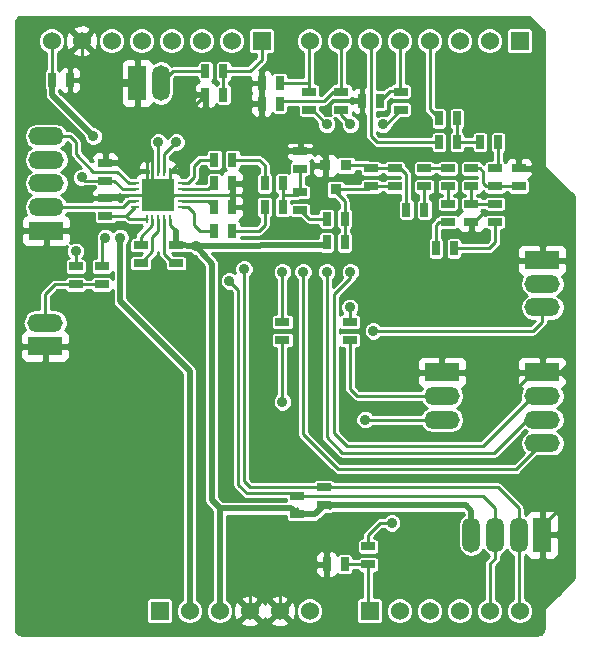
<source format=gtl>
G04 (created by PCBNEW (2013-07-07 BZR 4022)-stable) date Tue 29 Oct 2013 08:55:39 AM NZDT*
%MOIN*%
G04 Gerber Fmt 3.4, Leading zero omitted, Abs format*
%FSLAX34Y34*%
G01*
G70*
G90*
G04 APERTURE LIST*
%ADD10C,0.00590551*%
%ADD11O,0.1181X0.0591*%
%ADD12R,0.1181X0.0591*%
%ADD13R,0.06X0.06*%
%ADD14C,0.06*%
%ADD15R,0.036X0.036*%
%ADD16R,0.025X0.045*%
%ADD17R,0.045X0.025*%
%ADD18O,0.0591X0.1181*%
%ADD19R,0.0591X0.1181*%
%ADD20O,0.0315X0.0098*%
%ADD21O,0.0098X0.0315*%
%ADD22R,0.0531496X0.0525591*%
%ADD23C,0.035*%
%ADD24C,0.01*%
%ADD25C,0.02*%
G04 APERTURE END LIST*
G54D10*
G54D11*
X11184Y-20393D03*
G54D12*
X11184Y-21181D03*
G54D11*
X27756Y-23622D03*
X27756Y-22835D03*
G54D12*
X27756Y-22047D03*
G54D11*
X27756Y-24409D03*
X11220Y-15748D03*
X11220Y-16535D03*
G54D12*
X11220Y-17323D03*
G54D11*
X11220Y-14961D03*
X11220Y-14173D03*
G54D13*
X27000Y-11000D03*
G54D14*
X26000Y-11000D03*
X25000Y-11000D03*
X24000Y-11000D03*
X23000Y-11000D03*
X22000Y-11000D03*
X21000Y-11000D03*
X20000Y-11000D03*
G54D13*
X22000Y-30000D03*
G54D14*
X23000Y-30000D03*
X24000Y-30000D03*
X25000Y-30000D03*
X26000Y-30000D03*
X27000Y-30000D03*
G54D13*
X15000Y-30000D03*
G54D14*
X16000Y-30000D03*
X17000Y-30000D03*
X18000Y-30000D03*
X19000Y-30000D03*
X20000Y-30000D03*
G54D13*
X18400Y-11000D03*
G54D14*
X17400Y-11000D03*
X16400Y-11000D03*
X15400Y-11000D03*
X14400Y-11000D03*
X13400Y-11000D03*
X12400Y-11000D03*
X11400Y-11000D03*
G54D15*
X20516Y-15151D03*
X21216Y-15151D03*
X20866Y-15951D03*
G54D16*
X21166Y-17716D03*
X20566Y-17716D03*
X24207Y-17913D03*
X24807Y-17913D03*
X19099Y-15748D03*
X18499Y-15748D03*
X19099Y-16535D03*
X18499Y-16535D03*
X17425Y-15748D03*
X16825Y-15748D03*
X17425Y-14960D03*
X16825Y-14960D03*
X17425Y-16535D03*
X16825Y-16535D03*
G54D17*
X23818Y-15251D03*
X23818Y-15851D03*
X24606Y-15251D03*
X24606Y-15851D03*
G54D16*
X17425Y-17322D03*
X16825Y-17322D03*
G54D17*
X24606Y-16432D03*
X24606Y-17032D03*
G54D16*
X24306Y-13582D03*
X24906Y-13582D03*
G54D17*
X19685Y-15260D03*
X19685Y-14660D03*
X19685Y-16038D03*
X19685Y-16638D03*
G54D16*
X21166Y-16929D03*
X20566Y-16929D03*
G54D17*
X22834Y-15251D03*
X22834Y-15851D03*
X22047Y-15251D03*
X22047Y-15851D03*
X26181Y-17032D03*
X26181Y-16432D03*
G54D16*
X23823Y-16633D03*
X23223Y-16633D03*
G54D17*
X25393Y-17032D03*
X25393Y-16432D03*
X25393Y-15251D03*
X25393Y-15851D03*
X26181Y-15251D03*
X26181Y-15851D03*
G54D16*
X25684Y-14370D03*
X26284Y-14370D03*
G54D17*
X26968Y-15251D03*
X26968Y-15851D03*
G54D16*
X24306Y-14370D03*
X24906Y-14370D03*
G54D17*
X15551Y-17810D03*
X15551Y-18410D03*
X14370Y-18410D03*
X14370Y-17810D03*
X13188Y-16835D03*
X13188Y-16235D03*
X13188Y-15654D03*
X13188Y-15054D03*
G54D16*
X20566Y-28444D03*
X21166Y-28444D03*
G54D17*
X21948Y-28449D03*
X21948Y-27849D03*
G54D16*
X12012Y-12303D03*
X11412Y-12303D03*
G54D17*
X19980Y-12692D03*
X19980Y-13292D03*
X23031Y-12692D03*
X23031Y-13292D03*
X21062Y-12692D03*
X21062Y-13292D03*
G54D16*
X21747Y-12992D03*
X22347Y-12992D03*
X18400Y-12401D03*
X19000Y-12401D03*
X18400Y-13090D03*
X19000Y-13090D03*
G54D17*
X19586Y-26176D03*
X19586Y-26776D03*
X20472Y-25881D03*
X20472Y-26481D03*
X19094Y-20369D03*
X19094Y-20969D03*
X21338Y-20369D03*
X21338Y-20969D03*
G54D16*
X17130Y-12007D03*
X16530Y-12007D03*
X16530Y-12795D03*
X17130Y-12795D03*
G54D18*
X26181Y-27460D03*
X26968Y-27460D03*
G54D19*
X27756Y-27460D03*
G54D18*
X25394Y-27460D03*
X15039Y-12404D03*
G54D19*
X14251Y-12404D03*
G54D20*
X15748Y-16535D03*
X15748Y-16338D03*
X15748Y-16141D03*
X15748Y-15944D03*
X15748Y-15748D03*
G54D21*
X15157Y-15354D03*
X14960Y-15354D03*
X14763Y-15354D03*
X14566Y-15354D03*
X15354Y-15354D03*
G54D20*
X14173Y-15748D03*
X14173Y-15944D03*
X14173Y-16141D03*
X14173Y-16338D03*
X14173Y-16535D03*
G54D21*
X14566Y-16929D03*
X14763Y-16929D03*
X14960Y-16929D03*
X15157Y-16929D03*
X15354Y-16929D03*
G54D22*
X14692Y-16405D03*
X15224Y-16405D03*
X15224Y-15881D03*
X14692Y-15881D03*
G54D17*
X12204Y-18518D03*
X12204Y-19118D03*
X13070Y-18518D03*
X13070Y-19118D03*
G54D11*
X27756Y-19881D03*
X27756Y-19094D03*
G54D12*
X27756Y-18306D03*
G54D11*
X24409Y-23621D03*
X24409Y-22834D03*
G54D12*
X24409Y-22046D03*
G54D23*
X22125Y-20669D03*
X12795Y-14173D03*
X13681Y-17559D03*
X12401Y-15551D03*
X16220Y-17834D03*
X17322Y-18996D03*
X15551Y-14370D03*
X17814Y-18602D03*
X14960Y-14370D03*
X12401Y-16141D03*
X24685Y-27086D03*
X22559Y-27598D03*
X21732Y-27047D03*
X18267Y-19251D03*
X18622Y-18385D03*
X19173Y-10944D03*
X25748Y-23740D03*
X26732Y-24803D03*
X27165Y-25669D03*
X17165Y-26141D03*
X17480Y-27047D03*
X10629Y-10629D03*
X27460Y-14074D03*
X10826Y-23425D03*
X10826Y-30118D03*
X13681Y-30019D03*
X18897Y-14665D03*
X17913Y-16141D03*
X21338Y-19881D03*
X19094Y-18700D03*
X19094Y-23031D03*
X21850Y-23622D03*
X13188Y-17559D03*
X12204Y-18011D03*
X22736Y-27066D03*
X21358Y-18700D03*
X21358Y-13779D03*
X19783Y-18700D03*
X22440Y-13779D03*
X20570Y-13779D03*
X20570Y-18700D03*
G54D24*
X27756Y-20354D02*
X27756Y-19881D01*
X27440Y-20669D02*
X27756Y-20354D01*
X22125Y-20669D02*
X27440Y-20669D01*
G54D25*
X11412Y-12303D02*
X11412Y-12790D01*
X11412Y-12790D02*
X12795Y-14173D01*
X13681Y-17559D02*
X13681Y-19685D01*
X13681Y-19685D02*
X16000Y-22003D01*
X16000Y-22003D02*
X16000Y-30000D01*
G54D24*
X11412Y-12303D02*
X11412Y-11012D01*
X11412Y-11012D02*
X11400Y-11000D01*
X11412Y-12303D02*
X11400Y-12290D01*
X12504Y-15654D02*
X12401Y-15551D01*
X13188Y-15654D02*
X12504Y-15654D01*
G54D25*
X20472Y-26481D02*
X25201Y-26481D01*
X25394Y-26673D02*
X25394Y-27460D01*
X25201Y-26481D02*
X25394Y-26673D01*
X19586Y-26776D02*
X20177Y-26776D01*
X20177Y-26776D02*
X20472Y-26481D01*
X17000Y-26574D02*
X19385Y-26574D01*
X19385Y-26574D02*
X19586Y-26776D01*
G54D24*
X20472Y-26481D02*
X20575Y-26481D01*
X20575Y-26481D02*
X20669Y-26574D01*
X20669Y-26574D02*
X20472Y-26481D01*
X19586Y-26776D02*
X19586Y-26574D01*
X20669Y-26574D02*
X20472Y-26481D01*
X20575Y-26481D02*
X20669Y-26574D01*
G54D25*
X16220Y-17834D02*
X16732Y-18425D01*
X16732Y-18425D02*
X16732Y-26307D01*
X16732Y-26307D02*
X17000Y-26574D01*
X17000Y-30000D02*
X17000Y-27165D01*
X17000Y-27165D02*
X17000Y-26574D01*
G54D24*
X16220Y-17834D02*
X16220Y-17829D01*
G54D25*
X20566Y-17716D02*
X20472Y-17810D01*
X20472Y-17810D02*
X16220Y-17829D01*
X16220Y-17829D02*
X15551Y-17810D01*
G54D24*
X15354Y-16929D02*
X15354Y-17125D01*
X15354Y-17125D02*
X15551Y-17322D01*
G54D25*
X15551Y-17322D02*
X15551Y-17810D01*
G54D24*
X14173Y-15944D02*
X13779Y-15944D01*
X13779Y-15944D02*
X13488Y-15654D01*
X13488Y-15654D02*
X13188Y-15654D01*
X21948Y-28449D02*
X21170Y-28449D01*
X21170Y-28449D02*
X21166Y-28444D01*
X21948Y-28449D02*
X21948Y-29948D01*
X21948Y-29948D02*
X22000Y-30000D01*
X19586Y-26176D02*
X19492Y-26082D01*
X15157Y-14763D02*
X15551Y-14370D01*
X15157Y-14763D02*
X15157Y-15354D01*
X17618Y-19291D02*
X17322Y-18996D01*
X17618Y-25787D02*
X17618Y-19291D01*
X17913Y-26082D02*
X17618Y-25787D01*
X19492Y-26082D02*
X17913Y-26082D01*
X19586Y-26176D02*
X25782Y-26176D01*
X26181Y-26574D02*
X26181Y-27460D01*
X25782Y-26176D02*
X26181Y-26574D01*
X19581Y-26181D02*
X19586Y-26176D01*
X26181Y-27460D02*
X26181Y-28248D01*
X26181Y-28248D02*
X26000Y-28429D01*
X26000Y-28429D02*
X26000Y-30000D01*
X20472Y-25881D02*
X26274Y-25881D01*
X26968Y-26574D02*
X26968Y-27460D01*
X26274Y-25881D02*
X26968Y-26574D01*
X17814Y-18602D02*
X17814Y-25684D01*
X14960Y-15354D02*
X14960Y-14370D01*
X18011Y-25881D02*
X20472Y-25881D01*
X17814Y-25684D02*
X18011Y-25881D01*
X20472Y-25881D02*
X20566Y-25787D01*
X20378Y-25787D02*
X20472Y-25881D01*
X20472Y-25881D02*
X20575Y-25881D01*
X20669Y-25787D02*
X20472Y-25881D01*
X20575Y-25881D02*
X20669Y-25787D01*
X20472Y-25881D02*
X20674Y-25881D01*
X27000Y-30000D02*
X26968Y-29968D01*
X26968Y-29968D02*
X26968Y-27460D01*
X12495Y-16235D02*
X12401Y-16141D01*
X12495Y-16235D02*
X13188Y-16235D01*
X18000Y-27566D02*
X21212Y-27566D01*
X24173Y-27598D02*
X24685Y-27086D01*
X22559Y-27598D02*
X24173Y-27598D01*
X21212Y-27566D02*
X21732Y-27047D01*
X14173Y-16141D02*
X14429Y-16141D01*
X14429Y-16141D02*
X14692Y-16405D01*
X14566Y-15354D02*
X14566Y-15755D01*
X14566Y-15755D02*
X14692Y-15881D01*
X14763Y-15354D02*
X14763Y-15811D01*
X14763Y-15811D02*
X14692Y-15881D01*
X15354Y-15354D02*
X15354Y-15751D01*
X15354Y-15751D02*
X15224Y-15881D01*
X15224Y-16405D02*
X14692Y-16405D01*
X14692Y-16405D02*
X14692Y-15881D01*
X14692Y-15881D02*
X15224Y-15881D01*
X15224Y-15881D02*
X15224Y-16405D01*
X15748Y-16141D02*
X15488Y-16141D01*
X15488Y-16141D02*
X15224Y-16405D01*
X14251Y-12404D02*
X14150Y-12303D01*
X14150Y-12303D02*
X12400Y-12303D01*
X18267Y-18740D02*
X18267Y-19251D01*
X18622Y-18385D02*
X18267Y-18740D01*
X27441Y-22047D02*
X25748Y-23740D01*
X27756Y-22047D02*
X27441Y-22047D01*
X18000Y-30000D02*
X18000Y-27566D01*
X18000Y-27566D02*
X17480Y-27047D01*
X16530Y-12795D02*
X15940Y-13385D01*
X15940Y-13385D02*
X15551Y-13385D01*
X16530Y-12795D02*
X16437Y-12795D01*
X27756Y-27460D02*
X27756Y-27165D01*
X28346Y-22047D02*
X27756Y-22047D01*
X28740Y-22440D02*
X28346Y-22047D01*
X28740Y-26181D02*
X28740Y-22440D01*
X27756Y-27165D02*
X28740Y-26181D01*
X27756Y-22047D02*
X28346Y-22047D01*
X28444Y-18306D02*
X27756Y-18306D01*
X28641Y-18503D02*
X28444Y-18306D01*
X28641Y-21751D02*
X28641Y-18503D01*
X28346Y-22047D02*
X28641Y-21751D01*
X24409Y-22046D02*
X27755Y-22046D01*
X27755Y-22046D02*
X27756Y-22047D01*
X27756Y-18306D02*
X27756Y-16634D01*
X27756Y-16634D02*
X27559Y-16437D01*
X26968Y-15251D02*
X26968Y-14566D01*
X26968Y-14566D02*
X27460Y-14074D01*
X20566Y-28444D02*
X19586Y-28444D01*
X19000Y-29031D02*
X19000Y-30000D01*
X19586Y-28444D02*
X19000Y-29031D01*
X17618Y-14271D02*
X16437Y-14271D01*
X12012Y-12303D02*
X12400Y-12303D01*
X12400Y-12303D02*
X12401Y-12303D01*
X12401Y-12303D02*
X12400Y-12303D01*
X21653Y-14370D02*
X18996Y-14370D01*
X21747Y-14276D02*
X21653Y-14370D01*
X21747Y-12992D02*
X21747Y-14276D01*
X18897Y-14468D02*
X18897Y-14665D01*
X18996Y-14370D02*
X18897Y-14468D01*
X18400Y-13090D02*
X18400Y-14168D01*
X18400Y-14168D02*
X18897Y-14665D01*
X18897Y-14665D02*
X18011Y-14665D01*
X18011Y-14665D02*
X17618Y-14271D01*
X16437Y-14271D02*
X15551Y-13385D01*
X15551Y-13385D02*
X13188Y-13385D01*
X15354Y-15354D02*
X16437Y-14271D01*
X25393Y-17032D02*
X25487Y-17032D01*
X27357Y-15251D02*
X26968Y-15251D01*
X27559Y-15452D02*
X27357Y-15251D01*
X27559Y-16338D02*
X27559Y-15452D01*
X27165Y-16732D02*
X27559Y-16338D01*
X25787Y-16732D02*
X27165Y-16732D01*
X25487Y-17032D02*
X25787Y-16732D01*
X19685Y-14660D02*
X20270Y-14660D01*
X20270Y-14660D02*
X20516Y-14905D01*
X20516Y-14905D02*
X20516Y-15151D01*
X17425Y-16141D02*
X17913Y-16141D01*
X18897Y-14665D02*
X18902Y-14660D01*
X18902Y-14660D02*
X19685Y-14660D01*
X17425Y-16535D02*
X17425Y-16141D01*
X17425Y-16141D02*
X17425Y-15748D01*
X15748Y-16141D02*
X17322Y-16141D01*
X17425Y-16038D02*
X17425Y-15748D01*
X17322Y-16141D02*
X17425Y-16038D01*
X14763Y-15354D02*
X14763Y-14960D01*
X14763Y-14960D02*
X14566Y-14960D01*
X14566Y-15354D02*
X14566Y-14960D01*
X14566Y-14960D02*
X14566Y-14566D01*
X14173Y-14173D02*
X13188Y-14173D01*
X14566Y-14566D02*
X14173Y-14173D01*
X13188Y-15054D02*
X13188Y-14173D01*
X13188Y-14173D02*
X13188Y-13385D01*
X12400Y-12596D02*
X12400Y-12303D01*
X12400Y-12303D02*
X12400Y-11000D01*
X13188Y-13385D02*
X12400Y-12596D01*
X14173Y-16141D02*
X13282Y-16141D01*
X13282Y-16141D02*
X13188Y-16235D01*
X18400Y-13577D02*
X18400Y-13090D01*
X18400Y-13090D02*
X18400Y-12401D01*
X21338Y-20369D02*
X21338Y-19881D01*
X24306Y-13582D02*
X24000Y-13276D01*
X24000Y-13276D02*
X24000Y-11000D01*
X23000Y-11000D02*
X23000Y-12660D01*
X22678Y-12660D02*
X22347Y-12992D01*
X23000Y-12660D02*
X22678Y-12660D01*
X22000Y-11000D02*
X22047Y-11047D01*
X22244Y-14370D02*
X24306Y-14370D01*
X22047Y-14173D02*
X22244Y-14370D01*
X22047Y-11047D02*
X22047Y-14173D01*
X21062Y-12692D02*
X20772Y-12692D01*
X19099Y-12992D02*
X19000Y-13090D01*
X20472Y-12992D02*
X19099Y-12992D01*
X20772Y-12692D02*
X20472Y-12992D01*
X21062Y-12692D02*
X21062Y-11062D01*
X21062Y-11062D02*
X21000Y-11000D01*
X19000Y-12401D02*
X19980Y-12401D01*
X19980Y-12692D02*
X19980Y-12401D01*
X19980Y-12401D02*
X19980Y-11019D01*
X19980Y-11019D02*
X20000Y-11000D01*
X17130Y-12795D02*
X17130Y-12007D01*
X17130Y-12007D02*
X18011Y-12007D01*
X18400Y-11619D02*
X18400Y-11000D01*
X18011Y-12007D02*
X18400Y-11619D01*
X19094Y-20369D02*
X19094Y-18700D01*
X15748Y-15944D02*
X16629Y-15944D01*
X16629Y-15944D02*
X16825Y-15748D01*
X15748Y-15748D02*
X15944Y-15748D01*
X16338Y-14960D02*
X16825Y-14960D01*
X16141Y-15157D02*
X16338Y-14960D01*
X16141Y-15551D02*
X16141Y-15157D01*
X15944Y-15748D02*
X16141Y-15551D01*
X17425Y-14960D02*
X18307Y-14960D01*
X18499Y-15152D02*
X18499Y-15748D01*
X18307Y-14960D02*
X18499Y-15152D01*
X15748Y-16338D02*
X16629Y-16338D01*
X16629Y-16338D02*
X16825Y-16535D01*
X15748Y-16535D02*
X15944Y-16535D01*
X16338Y-17322D02*
X16825Y-17322D01*
X16141Y-17125D02*
X16338Y-17322D01*
X16141Y-16732D02*
X16141Y-17125D01*
X15944Y-16535D02*
X16141Y-16732D01*
X17425Y-17322D02*
X18307Y-17322D01*
X18499Y-17130D02*
X18499Y-16535D01*
X18307Y-17322D02*
X18499Y-17130D01*
X14173Y-16338D02*
X13976Y-16338D01*
X13779Y-16535D02*
X11220Y-16535D01*
X13976Y-16338D02*
X13779Y-16535D01*
X14173Y-15748D02*
X13976Y-15748D01*
X12007Y-14173D02*
X11220Y-14173D01*
X12204Y-14370D02*
X12007Y-14173D01*
X12204Y-14763D02*
X12204Y-14370D01*
X12795Y-15354D02*
X12204Y-14763D01*
X13582Y-15354D02*
X12795Y-15354D01*
X13976Y-15748D02*
X13582Y-15354D01*
X20566Y-16929D02*
X19975Y-16929D01*
X19975Y-16929D02*
X19685Y-16638D01*
X24906Y-13582D02*
X24906Y-14370D01*
X24906Y-14370D02*
X25684Y-14370D01*
X19099Y-16141D02*
X19581Y-16141D01*
X19581Y-16141D02*
X19685Y-16038D01*
X19099Y-16535D02*
X19099Y-16141D01*
X19099Y-16141D02*
X19099Y-15748D01*
X19685Y-16038D02*
X19685Y-15260D01*
X21338Y-20969D02*
X21338Y-22598D01*
X21574Y-22834D02*
X24409Y-22834D01*
X21338Y-22598D02*
X21574Y-22834D01*
X24409Y-23621D02*
X21850Y-23621D01*
X19094Y-23031D02*
X19094Y-20969D01*
X21850Y-23621D02*
X21850Y-23622D01*
X24409Y-23622D02*
X24409Y-23621D01*
X16530Y-12007D02*
X15436Y-12007D01*
X15436Y-12007D02*
X15039Y-12404D01*
X11184Y-20393D02*
X11184Y-19445D01*
X11184Y-19445D02*
X11511Y-19118D01*
X11511Y-19118D02*
X12204Y-19118D01*
X12204Y-19118D02*
X13070Y-19118D01*
X13070Y-18518D02*
X13070Y-17677D01*
X13070Y-17677D02*
X13188Y-17559D01*
X12204Y-18518D02*
X12204Y-18011D01*
X26284Y-14370D02*
X26284Y-15148D01*
X26284Y-15148D02*
X26181Y-15251D01*
X23823Y-16633D02*
X23823Y-15855D01*
X23823Y-15855D02*
X23818Y-15851D01*
X21948Y-27460D02*
X22342Y-27066D01*
X22342Y-27066D02*
X22736Y-27066D01*
X21948Y-27849D02*
X21948Y-27460D01*
X24606Y-15251D02*
X23818Y-15251D01*
X24207Y-17913D02*
X24207Y-17130D01*
X24306Y-17032D02*
X24606Y-17032D01*
X24207Y-17130D02*
X24306Y-17032D01*
X24606Y-16432D02*
X24606Y-15851D01*
X25393Y-16432D02*
X25393Y-15851D01*
X26181Y-16432D02*
X25393Y-16432D01*
X24807Y-17913D02*
X25984Y-17913D01*
X26181Y-17716D02*
X26181Y-17032D01*
X25984Y-17913D02*
X26181Y-17716D01*
X23223Y-16633D02*
X23223Y-15448D01*
X23026Y-15251D02*
X22834Y-15251D01*
X23223Y-15448D02*
X23026Y-15251D01*
X22047Y-15251D02*
X22834Y-15251D01*
X21216Y-15151D02*
X21947Y-15151D01*
X21947Y-15151D02*
X22047Y-15251D01*
X25393Y-15251D02*
X25684Y-15251D01*
X25890Y-15851D02*
X26181Y-15851D01*
X25787Y-15748D02*
X25890Y-15851D01*
X25787Y-15354D02*
X25787Y-15748D01*
X25684Y-15251D02*
X25787Y-15354D01*
X26968Y-15851D02*
X26181Y-15851D01*
X14960Y-16929D02*
X14960Y-17322D01*
X14763Y-18016D02*
X14370Y-18410D01*
X14763Y-17519D02*
X14763Y-18016D01*
X14960Y-17322D02*
X14763Y-17519D01*
X14763Y-16929D02*
X14763Y-17125D01*
X14370Y-17519D02*
X14370Y-17810D01*
X14763Y-17125D02*
X14370Y-17519D01*
X15157Y-16929D02*
X15157Y-18110D01*
X15457Y-18410D02*
X15551Y-18410D01*
X15157Y-18110D02*
X15457Y-18410D01*
X21240Y-24507D02*
X25767Y-24507D01*
X21358Y-18897D02*
X20807Y-19448D01*
X20807Y-19448D02*
X20807Y-24074D01*
X20807Y-24074D02*
X21240Y-24507D01*
X21062Y-13292D02*
X21062Y-13484D01*
X21062Y-13484D02*
X21358Y-13779D01*
X21358Y-18700D02*
X21358Y-18897D01*
X27440Y-22835D02*
X27756Y-22835D01*
X25767Y-24507D02*
X27440Y-22835D01*
X22047Y-15851D02*
X22834Y-15851D01*
X20866Y-15951D02*
X21947Y-15951D01*
X21947Y-15951D02*
X22047Y-15851D01*
X21166Y-17716D02*
X21166Y-16929D01*
X21166Y-16929D02*
X21166Y-16343D01*
X20866Y-16043D02*
X20866Y-15951D01*
X21166Y-16343D02*
X20866Y-16043D01*
X19783Y-18700D02*
X19783Y-24114D01*
X23031Y-13292D02*
X22544Y-13779D01*
X22544Y-13779D02*
X22440Y-13779D01*
X26889Y-25275D02*
X27756Y-24409D01*
X20944Y-25275D02*
X26889Y-25275D01*
X19783Y-24114D02*
X20944Y-25275D01*
X20570Y-18700D02*
X20570Y-24212D01*
X20083Y-13292D02*
X20570Y-13779D01*
X19980Y-13292D02*
X20083Y-13292D01*
X27263Y-23622D02*
X27756Y-23622D01*
X26161Y-24724D02*
X27263Y-23622D01*
X21082Y-24724D02*
X26161Y-24724D01*
X20570Y-24212D02*
X21082Y-24724D01*
X14566Y-16929D02*
X13976Y-16929D01*
X13877Y-16830D02*
X13976Y-16732D01*
X13976Y-16929D02*
X13877Y-16830D01*
X14173Y-16535D02*
X13976Y-16732D01*
X13976Y-16732D02*
X13873Y-16835D01*
X13873Y-16835D02*
X13188Y-16835D01*
G54D10*
G36*
X13960Y-16143D02*
X13900Y-16155D01*
X13884Y-16166D01*
X13831Y-16166D01*
X13777Y-16212D01*
X13790Y-16243D01*
X13697Y-16336D01*
X13651Y-16336D01*
X13599Y-16283D01*
X13237Y-16283D01*
X13237Y-16291D01*
X13140Y-16291D01*
X13140Y-16283D01*
X12778Y-16283D01*
X12726Y-16336D01*
X11920Y-16336D01*
X11843Y-16221D01*
X11724Y-16141D01*
X11843Y-16061D01*
X11939Y-15917D01*
X11973Y-15748D01*
X11939Y-15578D01*
X11843Y-15434D01*
X11724Y-15354D01*
X11843Y-15274D01*
X11939Y-15130D01*
X11973Y-14961D01*
X11939Y-14791D01*
X11843Y-14647D01*
X11723Y-14567D01*
X11843Y-14486D01*
X11920Y-14371D01*
X11925Y-14371D01*
X12006Y-14452D01*
X12006Y-14763D01*
X12021Y-14839D01*
X12064Y-14904D01*
X12388Y-15227D01*
X12337Y-15227D01*
X12218Y-15276D01*
X12127Y-15367D01*
X12078Y-15486D01*
X12078Y-15615D01*
X12127Y-15734D01*
X12218Y-15825D01*
X12336Y-15874D01*
X12465Y-15874D01*
X12518Y-15852D01*
X12833Y-15852D01*
X12838Y-15863D01*
X12860Y-15886D01*
X12823Y-15901D01*
X12754Y-15970D01*
X12717Y-16061D01*
X12717Y-16125D01*
X12778Y-16187D01*
X13140Y-16187D01*
X13140Y-16179D01*
X13237Y-16179D01*
X13237Y-16187D01*
X13599Y-16187D01*
X13660Y-16125D01*
X13660Y-16099D01*
X13703Y-16128D01*
X13703Y-16128D01*
X13779Y-16143D01*
X13960Y-16143D01*
X13960Y-16143D01*
G37*
G54D24*
X13960Y-16143D02*
X13900Y-16155D01*
X13884Y-16166D01*
X13831Y-16166D01*
X13777Y-16212D01*
X13790Y-16243D01*
X13697Y-16336D01*
X13651Y-16336D01*
X13599Y-16283D01*
X13237Y-16283D01*
X13237Y-16291D01*
X13140Y-16291D01*
X13140Y-16283D01*
X12778Y-16283D01*
X12726Y-16336D01*
X11920Y-16336D01*
X11843Y-16221D01*
X11724Y-16141D01*
X11843Y-16061D01*
X11939Y-15917D01*
X11973Y-15748D01*
X11939Y-15578D01*
X11843Y-15434D01*
X11724Y-15354D01*
X11843Y-15274D01*
X11939Y-15130D01*
X11973Y-14961D01*
X11939Y-14791D01*
X11843Y-14647D01*
X11723Y-14567D01*
X11843Y-14486D01*
X11920Y-14371D01*
X11925Y-14371D01*
X12006Y-14452D01*
X12006Y-14763D01*
X12021Y-14839D01*
X12064Y-14904D01*
X12388Y-15227D01*
X12337Y-15227D01*
X12218Y-15276D01*
X12127Y-15367D01*
X12078Y-15486D01*
X12078Y-15615D01*
X12127Y-15734D01*
X12218Y-15825D01*
X12336Y-15874D01*
X12465Y-15874D01*
X12518Y-15852D01*
X12833Y-15852D01*
X12838Y-15863D01*
X12860Y-15886D01*
X12823Y-15901D01*
X12754Y-15970D01*
X12717Y-16061D01*
X12717Y-16125D01*
X12778Y-16187D01*
X13140Y-16187D01*
X13140Y-16179D01*
X13237Y-16179D01*
X13237Y-16187D01*
X13599Y-16187D01*
X13660Y-16125D01*
X13660Y-16099D01*
X13703Y-16128D01*
X13703Y-16128D01*
X13779Y-16143D01*
X13960Y-16143D01*
G54D10*
G36*
X15280Y-16453D02*
X15272Y-16453D01*
X15272Y-16461D01*
X15205Y-16461D01*
X15205Y-16193D01*
X15205Y-16143D01*
X15205Y-16093D01*
X15205Y-16093D01*
X15205Y-15992D01*
X15175Y-15962D01*
X15175Y-15957D01*
X15175Y-15930D01*
X15148Y-15930D01*
X15114Y-15895D01*
X15007Y-15895D01*
X14958Y-15895D01*
X14909Y-15895D01*
X14803Y-15895D01*
X14768Y-15930D01*
X14741Y-15930D01*
X14741Y-15957D01*
X14741Y-15962D01*
X14711Y-15992D01*
X14711Y-16093D01*
X14711Y-16093D01*
X14711Y-16143D01*
X14711Y-16193D01*
X14711Y-16193D01*
X14711Y-16295D01*
X14741Y-16324D01*
X14741Y-16329D01*
X14741Y-16357D01*
X14768Y-16357D01*
X14803Y-16391D01*
X14909Y-16391D01*
X14958Y-16391D01*
X15007Y-16391D01*
X15114Y-16391D01*
X15148Y-16357D01*
X15175Y-16357D01*
X15175Y-16329D01*
X15175Y-16324D01*
X15205Y-16295D01*
X15205Y-16193D01*
X15205Y-16193D01*
X15205Y-16461D01*
X15175Y-16461D01*
X15175Y-16453D01*
X15143Y-16453D01*
X14773Y-16453D01*
X14741Y-16453D01*
X14741Y-16461D01*
X14644Y-16461D01*
X14644Y-16453D01*
X14636Y-16453D01*
X14636Y-16357D01*
X14644Y-16357D01*
X14644Y-16329D01*
X14644Y-15957D01*
X14644Y-15930D01*
X14636Y-15930D01*
X14636Y-15833D01*
X14644Y-15833D01*
X14644Y-15747D01*
X14665Y-15738D01*
X14693Y-15750D01*
X14711Y-15728D01*
X14711Y-15771D01*
X14741Y-15801D01*
X14741Y-15833D01*
X14773Y-15833D01*
X15143Y-15833D01*
X15175Y-15833D01*
X15175Y-15825D01*
X15272Y-15825D01*
X15272Y-15833D01*
X15280Y-15833D01*
X15280Y-15930D01*
X15272Y-15930D01*
X15272Y-15957D01*
X15272Y-16329D01*
X15272Y-16357D01*
X15280Y-16357D01*
X15280Y-16453D01*
X15280Y-16453D01*
G37*
G54D24*
X15280Y-16453D02*
X15272Y-16453D01*
X15272Y-16461D01*
X15205Y-16461D01*
X15205Y-16193D01*
X15205Y-16143D01*
X15205Y-16093D01*
X15205Y-16093D01*
X15205Y-15992D01*
X15175Y-15962D01*
X15175Y-15957D01*
X15175Y-15930D01*
X15148Y-15930D01*
X15114Y-15895D01*
X15007Y-15895D01*
X14958Y-15895D01*
X14909Y-15895D01*
X14803Y-15895D01*
X14768Y-15930D01*
X14741Y-15930D01*
X14741Y-15957D01*
X14741Y-15962D01*
X14711Y-15992D01*
X14711Y-16093D01*
X14711Y-16093D01*
X14711Y-16143D01*
X14711Y-16193D01*
X14711Y-16193D01*
X14711Y-16295D01*
X14741Y-16324D01*
X14741Y-16329D01*
X14741Y-16357D01*
X14768Y-16357D01*
X14803Y-16391D01*
X14909Y-16391D01*
X14958Y-16391D01*
X15007Y-16391D01*
X15114Y-16391D01*
X15148Y-16357D01*
X15175Y-16357D01*
X15175Y-16329D01*
X15175Y-16324D01*
X15205Y-16295D01*
X15205Y-16193D01*
X15205Y-16193D01*
X15205Y-16461D01*
X15175Y-16461D01*
X15175Y-16453D01*
X15143Y-16453D01*
X14773Y-16453D01*
X14741Y-16453D01*
X14741Y-16461D01*
X14644Y-16461D01*
X14644Y-16453D01*
X14636Y-16453D01*
X14636Y-16357D01*
X14644Y-16357D01*
X14644Y-16329D01*
X14644Y-15957D01*
X14644Y-15930D01*
X14636Y-15930D01*
X14636Y-15833D01*
X14644Y-15833D01*
X14644Y-15747D01*
X14665Y-15738D01*
X14693Y-15750D01*
X14711Y-15728D01*
X14711Y-15771D01*
X14741Y-15801D01*
X14741Y-15833D01*
X14773Y-15833D01*
X15143Y-15833D01*
X15175Y-15833D01*
X15175Y-15825D01*
X15272Y-15825D01*
X15272Y-15833D01*
X15280Y-15833D01*
X15280Y-15930D01*
X15272Y-15930D01*
X15272Y-15957D01*
X15272Y-16329D01*
X15272Y-16357D01*
X15280Y-16357D01*
X15280Y-16453D01*
G54D10*
G36*
X28801Y-28917D02*
X28593Y-29125D01*
X28593Y-22391D01*
X28593Y-21702D01*
X28593Y-18650D01*
X28593Y-17962D01*
X28555Y-17871D01*
X28486Y-17801D01*
X28395Y-17764D01*
X28297Y-17764D01*
X27866Y-17764D01*
X27804Y-17825D01*
X27804Y-18258D01*
X28531Y-18258D01*
X28593Y-18196D01*
X28593Y-17962D01*
X28593Y-18650D01*
X28593Y-18416D01*
X28531Y-18354D01*
X27804Y-18354D01*
X27804Y-18362D01*
X27707Y-18362D01*
X27707Y-18354D01*
X27707Y-18258D01*
X27707Y-17825D01*
X27645Y-17764D01*
X27448Y-17764D01*
X27448Y-11270D01*
X27448Y-10670D01*
X27425Y-10616D01*
X27384Y-10574D01*
X27329Y-10551D01*
X27270Y-10551D01*
X26670Y-10551D01*
X26616Y-10574D01*
X26574Y-10615D01*
X26551Y-10670D01*
X26551Y-10729D01*
X26551Y-11329D01*
X26574Y-11383D01*
X26615Y-11425D01*
X26670Y-11448D01*
X26729Y-11448D01*
X27329Y-11448D01*
X27383Y-11425D01*
X27425Y-11384D01*
X27448Y-11329D01*
X27448Y-11270D01*
X27448Y-17764D01*
X27440Y-17764D01*
X27440Y-15425D01*
X27440Y-15077D01*
X27402Y-14986D01*
X27333Y-14917D01*
X27242Y-14879D01*
X27144Y-14879D01*
X27078Y-14879D01*
X27016Y-14941D01*
X27016Y-15202D01*
X27378Y-15202D01*
X27440Y-15141D01*
X27440Y-15077D01*
X27440Y-15425D01*
X27440Y-15361D01*
X27378Y-15299D01*
X27016Y-15299D01*
X27016Y-15307D01*
X26920Y-15307D01*
X26920Y-15299D01*
X26912Y-15299D01*
X26912Y-15202D01*
X26920Y-15202D01*
X26920Y-14941D01*
X26858Y-14879D01*
X26792Y-14879D01*
X26694Y-14879D01*
X26603Y-14917D01*
X26534Y-14986D01*
X26517Y-15027D01*
X26490Y-15000D01*
X26482Y-14997D01*
X26482Y-14725D01*
X26493Y-14720D01*
X26535Y-14679D01*
X26557Y-14624D01*
X26557Y-14565D01*
X26557Y-14115D01*
X26535Y-14061D01*
X26493Y-14019D01*
X26448Y-14000D01*
X26448Y-10911D01*
X26380Y-10746D01*
X26254Y-10620D01*
X26089Y-10551D01*
X25911Y-10551D01*
X25746Y-10619D01*
X25620Y-10745D01*
X25551Y-10910D01*
X25551Y-11088D01*
X25619Y-11253D01*
X25745Y-11379D01*
X25910Y-11448D01*
X26088Y-11448D01*
X26253Y-11380D01*
X26379Y-11254D01*
X26448Y-11089D01*
X26448Y-10911D01*
X26448Y-14000D01*
X26438Y-13996D01*
X26379Y-13996D01*
X26129Y-13996D01*
X26075Y-14019D01*
X26033Y-14060D01*
X26010Y-14115D01*
X26010Y-14174D01*
X26010Y-14624D01*
X26033Y-14679D01*
X26075Y-14720D01*
X26085Y-14725D01*
X26085Y-14977D01*
X25957Y-14977D01*
X25957Y-14565D01*
X25957Y-14115D01*
X25935Y-14061D01*
X25893Y-14019D01*
X25838Y-13996D01*
X25779Y-13996D01*
X25529Y-13996D01*
X25475Y-14019D01*
X25448Y-14045D01*
X25448Y-10911D01*
X25380Y-10746D01*
X25254Y-10620D01*
X25089Y-10551D01*
X24911Y-10551D01*
X24746Y-10619D01*
X24620Y-10745D01*
X24551Y-10910D01*
X24551Y-11088D01*
X24619Y-11253D01*
X24745Y-11379D01*
X24910Y-11448D01*
X25088Y-11448D01*
X25253Y-11380D01*
X25379Y-11254D01*
X25448Y-11089D01*
X25448Y-10911D01*
X25448Y-14045D01*
X25433Y-14060D01*
X25410Y-14115D01*
X25410Y-14171D01*
X25179Y-14171D01*
X25179Y-14115D01*
X25157Y-14061D01*
X25115Y-14019D01*
X25104Y-14014D01*
X25104Y-13937D01*
X25115Y-13933D01*
X25157Y-13891D01*
X25179Y-13837D01*
X25179Y-13778D01*
X25179Y-13328D01*
X25157Y-13273D01*
X25115Y-13231D01*
X25060Y-13209D01*
X25001Y-13209D01*
X24751Y-13209D01*
X24697Y-13231D01*
X24655Y-13273D01*
X24632Y-13328D01*
X24632Y-13387D01*
X24632Y-13837D01*
X24655Y-13891D01*
X24697Y-13933D01*
X24707Y-13937D01*
X24707Y-14014D01*
X24697Y-14019D01*
X24655Y-14060D01*
X24632Y-14115D01*
X24632Y-14174D01*
X24632Y-14624D01*
X24655Y-14679D01*
X24697Y-14720D01*
X24751Y-14743D01*
X24810Y-14743D01*
X25060Y-14743D01*
X25115Y-14720D01*
X25157Y-14679D01*
X25179Y-14624D01*
X25179Y-14568D01*
X25410Y-14568D01*
X25410Y-14624D01*
X25433Y-14679D01*
X25475Y-14720D01*
X25529Y-14743D01*
X25588Y-14743D01*
X25838Y-14743D01*
X25893Y-14720D01*
X25935Y-14679D01*
X25957Y-14624D01*
X25957Y-14565D01*
X25957Y-14977D01*
X25926Y-14977D01*
X25872Y-15000D01*
X25830Y-15041D01*
X25807Y-15096D01*
X25807Y-15099D01*
X25760Y-15067D01*
X25754Y-15066D01*
X25744Y-15042D01*
X25702Y-15000D01*
X25648Y-14977D01*
X25589Y-14977D01*
X25139Y-14977D01*
X25084Y-15000D01*
X25042Y-15041D01*
X25020Y-15096D01*
X25020Y-15155D01*
X25020Y-15405D01*
X25042Y-15460D01*
X25084Y-15501D01*
X25139Y-15524D01*
X25198Y-15524D01*
X25588Y-15524D01*
X25588Y-15577D01*
X25139Y-15577D01*
X25084Y-15600D01*
X25042Y-15641D01*
X25020Y-15696D01*
X25020Y-15755D01*
X25020Y-16005D01*
X25042Y-16060D01*
X25084Y-16101D01*
X25139Y-16124D01*
X25195Y-16124D01*
X25195Y-16158D01*
X25139Y-16158D01*
X25084Y-16181D01*
X25042Y-16223D01*
X25020Y-16277D01*
X25020Y-16336D01*
X25020Y-16586D01*
X25042Y-16641D01*
X25078Y-16677D01*
X25028Y-16698D01*
X24979Y-16747D01*
X24979Y-16527D01*
X24979Y-16277D01*
X24957Y-16223D01*
X24915Y-16181D01*
X24860Y-16158D01*
X24804Y-16158D01*
X24804Y-16124D01*
X24860Y-16124D01*
X24915Y-16102D01*
X24957Y-16060D01*
X24979Y-16005D01*
X24979Y-15946D01*
X24979Y-15696D01*
X24979Y-15346D01*
X24979Y-15096D01*
X24957Y-15042D01*
X24915Y-15000D01*
X24860Y-14977D01*
X24801Y-14977D01*
X24579Y-14977D01*
X24579Y-14565D01*
X24579Y-14115D01*
X24579Y-13778D01*
X24579Y-13328D01*
X24557Y-13273D01*
X24515Y-13231D01*
X24460Y-13209D01*
X24401Y-13209D01*
X24213Y-13209D01*
X24198Y-13194D01*
X24198Y-11403D01*
X24253Y-11380D01*
X24379Y-11254D01*
X24448Y-11089D01*
X24448Y-10911D01*
X24380Y-10746D01*
X24254Y-10620D01*
X24089Y-10551D01*
X23911Y-10551D01*
X23746Y-10619D01*
X23620Y-10745D01*
X23551Y-10910D01*
X23551Y-11088D01*
X23619Y-11253D01*
X23745Y-11379D01*
X23801Y-11403D01*
X23801Y-13276D01*
X23816Y-13352D01*
X23859Y-13416D01*
X24032Y-13589D01*
X24032Y-13837D01*
X24055Y-13891D01*
X24097Y-13933D01*
X24151Y-13956D01*
X24210Y-13956D01*
X24460Y-13956D01*
X24515Y-13933D01*
X24557Y-13891D01*
X24579Y-13837D01*
X24579Y-13778D01*
X24579Y-14115D01*
X24557Y-14061D01*
X24515Y-14019D01*
X24460Y-13996D01*
X24401Y-13996D01*
X24151Y-13996D01*
X24097Y-14019D01*
X24055Y-14060D01*
X24032Y-14115D01*
X24032Y-14171D01*
X22326Y-14171D01*
X22245Y-14091D01*
X22245Y-14041D01*
X22257Y-14053D01*
X22376Y-14102D01*
X22504Y-14103D01*
X22623Y-14053D01*
X22714Y-13962D01*
X22764Y-13844D01*
X22764Y-13839D01*
X23038Y-13565D01*
X23285Y-13565D01*
X23340Y-13543D01*
X23382Y-13501D01*
X23404Y-13446D01*
X23404Y-13387D01*
X23404Y-13137D01*
X23382Y-13083D01*
X23340Y-13041D01*
X23286Y-13018D01*
X23227Y-13018D01*
X22777Y-13018D01*
X22722Y-13041D01*
X22680Y-13082D01*
X22658Y-13137D01*
X22658Y-13196D01*
X22658Y-13384D01*
X22562Y-13480D01*
X22505Y-13456D01*
X22376Y-13456D01*
X22257Y-13505D01*
X22245Y-13517D01*
X22245Y-13365D01*
X22251Y-13365D01*
X22501Y-13365D01*
X22556Y-13343D01*
X22597Y-13301D01*
X22620Y-13246D01*
X22620Y-13187D01*
X22620Y-12999D01*
X22699Y-12920D01*
X22722Y-12942D01*
X22776Y-12965D01*
X22835Y-12965D01*
X23285Y-12965D01*
X23340Y-12943D01*
X23382Y-12901D01*
X23404Y-12846D01*
X23404Y-12787D01*
X23404Y-12537D01*
X23382Y-12483D01*
X23340Y-12441D01*
X23286Y-12418D01*
X23227Y-12418D01*
X23198Y-12418D01*
X23198Y-11403D01*
X23253Y-11380D01*
X23379Y-11254D01*
X23448Y-11089D01*
X23448Y-10911D01*
X23380Y-10746D01*
X23254Y-10620D01*
X23089Y-10551D01*
X22911Y-10551D01*
X22746Y-10619D01*
X22620Y-10745D01*
X22551Y-10910D01*
X22551Y-11088D01*
X22619Y-11253D01*
X22745Y-11379D01*
X22801Y-11403D01*
X22801Y-12418D01*
X22777Y-12418D01*
X22722Y-12441D01*
X22701Y-12462D01*
X22678Y-12462D01*
X22678Y-12462D01*
X22663Y-12465D01*
X22602Y-12477D01*
X22538Y-12520D01*
X22538Y-12520D01*
X22440Y-12618D01*
X22245Y-12618D01*
X22245Y-11383D01*
X22253Y-11380D01*
X22379Y-11254D01*
X22448Y-11089D01*
X22448Y-10911D01*
X22380Y-10746D01*
X22254Y-10620D01*
X22089Y-10551D01*
X21911Y-10551D01*
X21746Y-10619D01*
X21620Y-10745D01*
X21551Y-10910D01*
X21551Y-11088D01*
X21619Y-11253D01*
X21745Y-11379D01*
X21848Y-11422D01*
X21848Y-12528D01*
X21795Y-12581D01*
X21795Y-12943D01*
X21803Y-12943D01*
X21803Y-13040D01*
X21795Y-13040D01*
X21795Y-13402D01*
X21848Y-13455D01*
X21848Y-14173D01*
X21863Y-14249D01*
X21906Y-14313D01*
X22103Y-14510D01*
X22103Y-14510D01*
X22168Y-14553D01*
X22168Y-14553D01*
X22228Y-14565D01*
X22244Y-14568D01*
X22244Y-14568D01*
X22244Y-14568D01*
X24032Y-14568D01*
X24032Y-14624D01*
X24055Y-14679D01*
X24097Y-14720D01*
X24151Y-14743D01*
X24210Y-14743D01*
X24460Y-14743D01*
X24515Y-14720D01*
X24557Y-14679D01*
X24579Y-14624D01*
X24579Y-14565D01*
X24579Y-14977D01*
X24351Y-14977D01*
X24297Y-15000D01*
X24255Y-15041D01*
X24251Y-15052D01*
X24174Y-15052D01*
X24169Y-15042D01*
X24128Y-15000D01*
X24073Y-14977D01*
X24014Y-14977D01*
X23564Y-14977D01*
X23509Y-15000D01*
X23468Y-15041D01*
X23445Y-15096D01*
X23445Y-15155D01*
X23445Y-15405D01*
X23467Y-15460D01*
X23509Y-15501D01*
X23564Y-15524D01*
X23623Y-15524D01*
X24073Y-15524D01*
X24127Y-15502D01*
X24169Y-15460D01*
X24174Y-15449D01*
X24251Y-15449D01*
X24255Y-15460D01*
X24297Y-15501D01*
X24351Y-15524D01*
X24410Y-15524D01*
X24860Y-15524D01*
X24915Y-15502D01*
X24957Y-15460D01*
X24979Y-15405D01*
X24979Y-15346D01*
X24979Y-15696D01*
X24957Y-15642D01*
X24915Y-15600D01*
X24860Y-15577D01*
X24801Y-15577D01*
X24351Y-15577D01*
X24297Y-15600D01*
X24255Y-15641D01*
X24232Y-15696D01*
X24232Y-15755D01*
X24232Y-16005D01*
X24255Y-16060D01*
X24297Y-16101D01*
X24351Y-16124D01*
X24407Y-16124D01*
X24407Y-16158D01*
X24351Y-16158D01*
X24297Y-16181D01*
X24255Y-16223D01*
X24232Y-16277D01*
X24232Y-16336D01*
X24232Y-16586D01*
X24255Y-16641D01*
X24297Y-16683D01*
X24351Y-16705D01*
X24410Y-16705D01*
X24860Y-16705D01*
X24915Y-16683D01*
X24957Y-16641D01*
X24979Y-16586D01*
X24979Y-16527D01*
X24979Y-16747D01*
X24959Y-16767D01*
X24942Y-16808D01*
X24915Y-16781D01*
X24860Y-16758D01*
X24801Y-16758D01*
X24351Y-16758D01*
X24297Y-16781D01*
X24255Y-16823D01*
X24246Y-16845D01*
X24230Y-16848D01*
X24192Y-16874D01*
X24192Y-15946D01*
X24192Y-15696D01*
X24169Y-15642D01*
X24128Y-15600D01*
X24073Y-15577D01*
X24014Y-15577D01*
X23564Y-15577D01*
X23509Y-15600D01*
X23468Y-15641D01*
X23445Y-15696D01*
X23445Y-15755D01*
X23445Y-16005D01*
X23467Y-16060D01*
X23509Y-16101D01*
X23564Y-16124D01*
X23623Y-16124D01*
X23625Y-16124D01*
X23625Y-16278D01*
X23614Y-16282D01*
X23572Y-16324D01*
X23550Y-16379D01*
X23550Y-16438D01*
X23550Y-16888D01*
X23572Y-16942D01*
X23614Y-16984D01*
X23668Y-17007D01*
X23728Y-17007D01*
X23978Y-17007D01*
X24032Y-16984D01*
X24074Y-16943D01*
X24097Y-16888D01*
X24097Y-16829D01*
X24097Y-16379D01*
X24074Y-16324D01*
X24032Y-16283D01*
X24022Y-16278D01*
X24022Y-16124D01*
X24073Y-16124D01*
X24127Y-16102D01*
X24169Y-16060D01*
X24192Y-16005D01*
X24192Y-15946D01*
X24192Y-16874D01*
X24165Y-16891D01*
X24067Y-16990D01*
X24024Y-17054D01*
X24009Y-17130D01*
X24009Y-17558D01*
X23998Y-17562D01*
X23957Y-17604D01*
X23934Y-17658D01*
X23934Y-17717D01*
X23934Y-18167D01*
X23956Y-18222D01*
X23998Y-18264D01*
X24053Y-18286D01*
X24112Y-18286D01*
X24362Y-18286D01*
X24416Y-18264D01*
X24458Y-18222D01*
X24481Y-18168D01*
X24481Y-18108D01*
X24481Y-17658D01*
X24458Y-17604D01*
X24417Y-17562D01*
X24406Y-17558D01*
X24406Y-17305D01*
X24410Y-17305D01*
X24860Y-17305D01*
X24915Y-17283D01*
X24942Y-17256D01*
X24959Y-17296D01*
X25028Y-17366D01*
X25119Y-17404D01*
X25217Y-17404D01*
X25283Y-17404D01*
X25345Y-17342D01*
X25345Y-17080D01*
X25337Y-17080D01*
X25337Y-16983D01*
X25345Y-16983D01*
X25345Y-16975D01*
X25442Y-16975D01*
X25442Y-16983D01*
X25450Y-16983D01*
X25450Y-17080D01*
X25442Y-17080D01*
X25442Y-17342D01*
X25503Y-17404D01*
X25569Y-17404D01*
X25668Y-17404D01*
X25758Y-17366D01*
X25828Y-17296D01*
X25844Y-17256D01*
X25871Y-17283D01*
X25926Y-17305D01*
X25982Y-17305D01*
X25982Y-17634D01*
X25902Y-17714D01*
X25081Y-17714D01*
X25081Y-17658D01*
X25058Y-17604D01*
X25017Y-17562D01*
X24962Y-17539D01*
X24903Y-17539D01*
X24653Y-17539D01*
X24598Y-17562D01*
X24557Y-17604D01*
X24534Y-17658D01*
X24534Y-17717D01*
X24534Y-18167D01*
X24556Y-18222D01*
X24598Y-18264D01*
X24653Y-18286D01*
X24712Y-18286D01*
X24962Y-18286D01*
X25016Y-18264D01*
X25058Y-18222D01*
X25081Y-18168D01*
X25081Y-18111D01*
X25984Y-18111D01*
X26060Y-18096D01*
X26060Y-18096D01*
X26124Y-18053D01*
X26321Y-17856D01*
X26321Y-17856D01*
X26321Y-17856D01*
X26364Y-17792D01*
X26364Y-17792D01*
X26376Y-17731D01*
X26379Y-17716D01*
X26379Y-17716D01*
X26379Y-17716D01*
X26379Y-17305D01*
X26435Y-17305D01*
X26490Y-17283D01*
X26531Y-17241D01*
X26554Y-17186D01*
X26554Y-17127D01*
X26554Y-16877D01*
X26532Y-16823D01*
X26490Y-16781D01*
X26435Y-16758D01*
X26376Y-16758D01*
X25926Y-16758D01*
X25872Y-16781D01*
X25844Y-16808D01*
X25828Y-16767D01*
X25758Y-16698D01*
X25708Y-16677D01*
X25744Y-16641D01*
X25748Y-16630D01*
X25825Y-16630D01*
X25830Y-16641D01*
X25871Y-16683D01*
X25926Y-16705D01*
X25985Y-16705D01*
X26435Y-16705D01*
X26490Y-16683D01*
X26531Y-16641D01*
X26554Y-16586D01*
X26554Y-16527D01*
X26554Y-16277D01*
X26532Y-16223D01*
X26490Y-16181D01*
X26435Y-16158D01*
X26376Y-16158D01*
X25926Y-16158D01*
X25872Y-16181D01*
X25830Y-16223D01*
X25825Y-16233D01*
X25748Y-16233D01*
X25744Y-16223D01*
X25702Y-16181D01*
X25648Y-16158D01*
X25592Y-16158D01*
X25592Y-16124D01*
X25648Y-16124D01*
X25702Y-16102D01*
X25744Y-16060D01*
X25767Y-16005D01*
X25767Y-16002D01*
X25814Y-16034D01*
X25814Y-16034D01*
X25820Y-16035D01*
X25830Y-16060D01*
X25871Y-16101D01*
X25926Y-16124D01*
X25985Y-16124D01*
X26435Y-16124D01*
X26490Y-16102D01*
X26531Y-16060D01*
X26536Y-16049D01*
X26613Y-16049D01*
X26617Y-16060D01*
X26659Y-16101D01*
X26713Y-16124D01*
X26772Y-16124D01*
X27222Y-16124D01*
X27277Y-16102D01*
X27319Y-16060D01*
X27341Y-16005D01*
X27341Y-15946D01*
X27341Y-15696D01*
X27319Y-15642D01*
X27283Y-15606D01*
X27333Y-15585D01*
X27402Y-15515D01*
X27440Y-15425D01*
X27440Y-17764D01*
X27214Y-17764D01*
X27116Y-17764D01*
X27025Y-17801D01*
X26956Y-17871D01*
X26918Y-17962D01*
X26918Y-18196D01*
X26980Y-18258D01*
X27707Y-18258D01*
X27707Y-18354D01*
X26980Y-18354D01*
X26918Y-18416D01*
X26918Y-18650D01*
X26956Y-18741D01*
X27025Y-18811D01*
X27093Y-18839D01*
X27036Y-18924D01*
X27002Y-19094D01*
X27036Y-19264D01*
X27132Y-19408D01*
X27251Y-19487D01*
X27132Y-19567D01*
X27036Y-19711D01*
X27002Y-19881D01*
X27036Y-20051D01*
X27132Y-20195D01*
X27276Y-20291D01*
X27446Y-20325D01*
X27504Y-20325D01*
X27358Y-20470D01*
X23497Y-20470D01*
X23497Y-16829D01*
X23497Y-16379D01*
X23474Y-16324D01*
X23432Y-16283D01*
X23422Y-16278D01*
X23422Y-15448D01*
X23422Y-15448D01*
X23422Y-15448D01*
X23419Y-15432D01*
X23406Y-15372D01*
X23406Y-15372D01*
X23363Y-15307D01*
X23363Y-15307D01*
X23208Y-15151D01*
X23208Y-15096D01*
X23185Y-15042D01*
X23143Y-15000D01*
X23089Y-14977D01*
X23030Y-14977D01*
X22580Y-14977D01*
X22525Y-15000D01*
X22483Y-15041D01*
X22479Y-15052D01*
X22402Y-15052D01*
X22398Y-15042D01*
X22356Y-15000D01*
X22301Y-14977D01*
X22242Y-14977D01*
X22037Y-14977D01*
X22023Y-14967D01*
X21947Y-14952D01*
X21698Y-14952D01*
X21698Y-13402D01*
X21698Y-13040D01*
X21437Y-13040D01*
X21404Y-13073D01*
X21372Y-13041D01*
X21317Y-13018D01*
X21258Y-13018D01*
X20808Y-13018D01*
X20754Y-13041D01*
X20712Y-13082D01*
X20689Y-13137D01*
X20689Y-13196D01*
X20689Y-13446D01*
X20705Y-13485D01*
X20635Y-13456D01*
X20528Y-13456D01*
X20353Y-13281D01*
X20353Y-13190D01*
X20472Y-13190D01*
X20548Y-13175D01*
X20548Y-13175D01*
X20612Y-13132D01*
X20788Y-12957D01*
X20808Y-12965D01*
X20867Y-12965D01*
X21317Y-12965D01*
X21371Y-12943D01*
X21404Y-12910D01*
X21437Y-12943D01*
X21698Y-12943D01*
X21698Y-12581D01*
X21637Y-12520D01*
X21573Y-12520D01*
X21482Y-12557D01*
X21436Y-12603D01*
X21436Y-12537D01*
X21413Y-12483D01*
X21372Y-12441D01*
X21317Y-12418D01*
X21261Y-12418D01*
X21261Y-11372D01*
X21379Y-11254D01*
X21448Y-11089D01*
X21448Y-10911D01*
X21380Y-10746D01*
X21254Y-10620D01*
X21089Y-10551D01*
X20911Y-10551D01*
X20746Y-10619D01*
X20620Y-10745D01*
X20551Y-10910D01*
X20551Y-11088D01*
X20619Y-11253D01*
X20745Y-11379D01*
X20864Y-11429D01*
X20864Y-12418D01*
X20808Y-12418D01*
X20754Y-12441D01*
X20712Y-12482D01*
X20701Y-12507D01*
X20696Y-12508D01*
X20632Y-12551D01*
X20632Y-12551D01*
X20390Y-12793D01*
X20353Y-12793D01*
X20353Y-12787D01*
X20353Y-12537D01*
X20331Y-12483D01*
X20289Y-12441D01*
X20234Y-12418D01*
X20178Y-12418D01*
X20178Y-12401D01*
X20178Y-11411D01*
X20253Y-11380D01*
X20379Y-11254D01*
X20448Y-11089D01*
X20448Y-10911D01*
X20380Y-10746D01*
X20254Y-10620D01*
X20089Y-10551D01*
X19911Y-10551D01*
X19746Y-10619D01*
X19620Y-10745D01*
X19551Y-10910D01*
X19551Y-11088D01*
X19619Y-11253D01*
X19745Y-11379D01*
X19781Y-11394D01*
X19781Y-12203D01*
X19274Y-12203D01*
X19274Y-12147D01*
X19251Y-12092D01*
X19209Y-12050D01*
X19155Y-12028D01*
X19096Y-12028D01*
X18848Y-12028D01*
X18848Y-11270D01*
X18848Y-10670D01*
X18825Y-10616D01*
X18784Y-10574D01*
X18729Y-10551D01*
X18670Y-10551D01*
X18070Y-10551D01*
X18016Y-10574D01*
X17974Y-10615D01*
X17951Y-10670D01*
X17951Y-10729D01*
X17951Y-11329D01*
X17974Y-11383D01*
X18015Y-11425D01*
X18070Y-11448D01*
X18129Y-11448D01*
X18201Y-11448D01*
X18201Y-11537D01*
X17929Y-11809D01*
X17848Y-11809D01*
X17848Y-10911D01*
X17780Y-10746D01*
X17654Y-10620D01*
X17489Y-10551D01*
X17311Y-10551D01*
X17146Y-10619D01*
X17020Y-10745D01*
X16951Y-10910D01*
X16951Y-11088D01*
X17019Y-11253D01*
X17145Y-11379D01*
X17310Y-11448D01*
X17488Y-11448D01*
X17653Y-11380D01*
X17779Y-11254D01*
X17848Y-11089D01*
X17848Y-10911D01*
X17848Y-11809D01*
X17404Y-11809D01*
X17404Y-11753D01*
X17381Y-11698D01*
X17339Y-11657D01*
X17285Y-11634D01*
X17226Y-11634D01*
X16976Y-11634D01*
X16921Y-11656D01*
X16879Y-11698D01*
X16857Y-11753D01*
X16857Y-11812D01*
X16857Y-12262D01*
X16879Y-12316D01*
X16921Y-12358D01*
X16932Y-12363D01*
X16932Y-12440D01*
X16921Y-12444D01*
X16885Y-12480D01*
X16864Y-12430D01*
X16848Y-12413D01*
X16848Y-10911D01*
X16780Y-10746D01*
X16654Y-10620D01*
X16489Y-10551D01*
X16311Y-10551D01*
X16146Y-10619D01*
X16020Y-10745D01*
X15951Y-10910D01*
X15951Y-11088D01*
X16019Y-11253D01*
X16145Y-11379D01*
X16310Y-11448D01*
X16488Y-11448D01*
X16653Y-11380D01*
X16779Y-11254D01*
X16848Y-11089D01*
X16848Y-10911D01*
X16848Y-12413D01*
X16795Y-12360D01*
X16754Y-12343D01*
X16781Y-12317D01*
X16804Y-12262D01*
X16804Y-12203D01*
X16804Y-11753D01*
X16781Y-11698D01*
X16739Y-11657D01*
X16685Y-11634D01*
X16626Y-11634D01*
X16376Y-11634D01*
X16321Y-11656D01*
X16279Y-11698D01*
X16257Y-11753D01*
X16257Y-11809D01*
X15848Y-11809D01*
X15848Y-10911D01*
X15780Y-10746D01*
X15654Y-10620D01*
X15489Y-10551D01*
X15311Y-10551D01*
X15146Y-10619D01*
X15020Y-10745D01*
X14951Y-10910D01*
X14951Y-11088D01*
X15019Y-11253D01*
X15145Y-11379D01*
X15310Y-11448D01*
X15488Y-11448D01*
X15653Y-11380D01*
X15779Y-11254D01*
X15848Y-11089D01*
X15848Y-10911D01*
X15848Y-11809D01*
X15436Y-11809D01*
X15436Y-11809D01*
X15421Y-11812D01*
X15380Y-11820D01*
X15353Y-11781D01*
X15209Y-11684D01*
X15039Y-11651D01*
X14870Y-11684D01*
X14848Y-11699D01*
X14848Y-10911D01*
X14780Y-10746D01*
X14654Y-10620D01*
X14489Y-10551D01*
X14311Y-10551D01*
X14146Y-10619D01*
X14020Y-10745D01*
X13951Y-10910D01*
X13951Y-11088D01*
X14019Y-11253D01*
X14145Y-11379D01*
X14310Y-11448D01*
X14488Y-11448D01*
X14653Y-11380D01*
X14779Y-11254D01*
X14848Y-11089D01*
X14848Y-10911D01*
X14848Y-11699D01*
X14784Y-11741D01*
X14756Y-11674D01*
X14687Y-11604D01*
X14596Y-11567D01*
X14362Y-11567D01*
X14300Y-11628D01*
X14300Y-12356D01*
X14308Y-12356D01*
X14308Y-12453D01*
X14300Y-12453D01*
X14300Y-13180D01*
X14362Y-13241D01*
X14596Y-13241D01*
X14687Y-13204D01*
X14756Y-13135D01*
X14784Y-13067D01*
X14870Y-13124D01*
X15039Y-13157D01*
X15209Y-13124D01*
X15353Y-13027D01*
X15450Y-12883D01*
X15483Y-12714D01*
X15483Y-12241D01*
X15518Y-12206D01*
X16257Y-12206D01*
X16257Y-12262D01*
X16279Y-12316D01*
X16306Y-12344D01*
X16266Y-12360D01*
X16196Y-12430D01*
X16158Y-12520D01*
X16158Y-12619D01*
X16158Y-12685D01*
X16220Y-12746D01*
X16482Y-12746D01*
X16482Y-12738D01*
X16579Y-12738D01*
X16579Y-12746D01*
X16587Y-12746D01*
X16587Y-12843D01*
X16579Y-12843D01*
X16579Y-13205D01*
X16640Y-13267D01*
X16704Y-13267D01*
X16795Y-13229D01*
X16864Y-13160D01*
X16885Y-13110D01*
X16921Y-13146D01*
X16976Y-13168D01*
X17035Y-13168D01*
X17285Y-13168D01*
X17339Y-13146D01*
X17381Y-13104D01*
X17404Y-13049D01*
X17404Y-12990D01*
X17404Y-12540D01*
X17381Y-12486D01*
X17339Y-12444D01*
X17329Y-12440D01*
X17329Y-12363D01*
X17339Y-12358D01*
X17381Y-12317D01*
X17404Y-12262D01*
X17404Y-12206D01*
X18011Y-12206D01*
X18028Y-12202D01*
X18028Y-12225D01*
X18028Y-12291D01*
X18090Y-12353D01*
X18352Y-12353D01*
X18352Y-11991D01*
X18330Y-11969D01*
X18540Y-11759D01*
X18540Y-11759D01*
X18540Y-11759D01*
X18583Y-11695D01*
X18583Y-11695D01*
X18598Y-11619D01*
X18598Y-11448D01*
X18729Y-11448D01*
X18783Y-11425D01*
X18825Y-11384D01*
X18848Y-11329D01*
X18848Y-11270D01*
X18848Y-12028D01*
X18846Y-12028D01*
X18791Y-12050D01*
X18755Y-12086D01*
X18734Y-12036D01*
X18665Y-11967D01*
X18574Y-11929D01*
X18510Y-11929D01*
X18449Y-11991D01*
X18449Y-12353D01*
X18457Y-12353D01*
X18457Y-12450D01*
X18449Y-12450D01*
X18449Y-12680D01*
X18449Y-12811D01*
X18449Y-13042D01*
X18457Y-13042D01*
X18457Y-13138D01*
X18449Y-13138D01*
X18449Y-13500D01*
X18510Y-13562D01*
X18574Y-13562D01*
X18665Y-13524D01*
X18734Y-13455D01*
X18755Y-13405D01*
X18791Y-13441D01*
X18846Y-13463D01*
X18905Y-13464D01*
X19155Y-13464D01*
X19209Y-13441D01*
X19251Y-13399D01*
X19274Y-13345D01*
X19274Y-13286D01*
X19274Y-13190D01*
X19606Y-13190D01*
X19606Y-13196D01*
X19606Y-13446D01*
X19629Y-13501D01*
X19671Y-13542D01*
X19725Y-13565D01*
X19784Y-13565D01*
X20076Y-13565D01*
X20247Y-13736D01*
X20247Y-13843D01*
X20296Y-13962D01*
X20387Y-14053D01*
X20506Y-14102D01*
X20634Y-14103D01*
X20753Y-14053D01*
X20844Y-13962D01*
X20894Y-13844D01*
X20894Y-13715D01*
X20845Y-13596D01*
X20814Y-13565D01*
X20867Y-13565D01*
X20883Y-13565D01*
X20922Y-13624D01*
X21034Y-13736D01*
X21034Y-13843D01*
X21083Y-13962D01*
X21174Y-14053D01*
X21293Y-14102D01*
X21422Y-14103D01*
X21541Y-14053D01*
X21632Y-13962D01*
X21681Y-13844D01*
X21681Y-13715D01*
X21632Y-13596D01*
X21541Y-13505D01*
X21431Y-13459D01*
X21436Y-13446D01*
X21436Y-13387D01*
X21436Y-13380D01*
X21482Y-13426D01*
X21573Y-13464D01*
X21637Y-13463D01*
X21698Y-13402D01*
X21698Y-14952D01*
X21544Y-14952D01*
X21544Y-14941D01*
X21522Y-14887D01*
X21480Y-14845D01*
X21425Y-14822D01*
X21366Y-14822D01*
X21006Y-14822D01*
X20952Y-14845D01*
X20923Y-14874D01*
X20905Y-14831D01*
X20835Y-14761D01*
X20745Y-14724D01*
X20626Y-14724D01*
X20564Y-14786D01*
X20564Y-15102D01*
X20572Y-15102D01*
X20572Y-15199D01*
X20564Y-15199D01*
X20564Y-15516D01*
X20626Y-15578D01*
X20745Y-15578D01*
X20835Y-15540D01*
X20905Y-15471D01*
X20923Y-15428D01*
X20951Y-15456D01*
X21006Y-15479D01*
X21065Y-15479D01*
X21425Y-15479D01*
X21480Y-15457D01*
X21521Y-15415D01*
X21544Y-15360D01*
X21544Y-15349D01*
X21673Y-15349D01*
X21673Y-15405D01*
X21696Y-15460D01*
X21738Y-15501D01*
X21792Y-15524D01*
X21851Y-15524D01*
X22301Y-15524D01*
X22356Y-15502D01*
X22397Y-15460D01*
X22402Y-15449D01*
X22479Y-15449D01*
X22483Y-15460D01*
X22525Y-15501D01*
X22579Y-15524D01*
X22639Y-15524D01*
X23019Y-15524D01*
X23025Y-15530D01*
X23025Y-15577D01*
X22580Y-15577D01*
X22525Y-15600D01*
X22483Y-15641D01*
X22479Y-15652D01*
X22402Y-15652D01*
X22398Y-15642D01*
X22356Y-15600D01*
X22301Y-15577D01*
X22242Y-15577D01*
X21792Y-15577D01*
X21738Y-15600D01*
X21696Y-15641D01*
X21673Y-15696D01*
X21673Y-15752D01*
X21194Y-15752D01*
X21194Y-15741D01*
X21172Y-15687D01*
X21130Y-15645D01*
X21075Y-15622D01*
X21016Y-15622D01*
X20656Y-15622D01*
X20602Y-15645D01*
X20560Y-15686D01*
X20537Y-15741D01*
X20537Y-15800D01*
X20537Y-16160D01*
X20560Y-16215D01*
X20601Y-16256D01*
X20656Y-16279D01*
X20715Y-16279D01*
X20821Y-16279D01*
X20967Y-16425D01*
X20967Y-16573D01*
X20957Y-16578D01*
X20915Y-16619D01*
X20892Y-16674D01*
X20892Y-16733D01*
X20892Y-17183D01*
X20915Y-17238D01*
X20956Y-17279D01*
X20967Y-17284D01*
X20967Y-17361D01*
X20957Y-17365D01*
X20915Y-17407D01*
X20892Y-17461D01*
X20892Y-17520D01*
X20892Y-17970D01*
X20915Y-18025D01*
X20956Y-18067D01*
X21011Y-18089D01*
X21070Y-18089D01*
X21320Y-18089D01*
X21375Y-18067D01*
X21416Y-18025D01*
X21439Y-17971D01*
X21439Y-17912D01*
X21439Y-17462D01*
X21417Y-17407D01*
X21375Y-17365D01*
X21364Y-17361D01*
X21364Y-17284D01*
X21375Y-17280D01*
X21416Y-17238D01*
X21439Y-17183D01*
X21439Y-17124D01*
X21439Y-16674D01*
X21417Y-16620D01*
X21375Y-16578D01*
X21364Y-16573D01*
X21364Y-16343D01*
X21364Y-16343D01*
X21364Y-16343D01*
X21361Y-16328D01*
X21349Y-16267D01*
X21349Y-16267D01*
X21306Y-16202D01*
X21306Y-16202D01*
X21253Y-16149D01*
X21947Y-16149D01*
X22023Y-16134D01*
X22023Y-16134D01*
X22037Y-16124D01*
X22037Y-16124D01*
X22301Y-16124D01*
X22356Y-16102D01*
X22397Y-16060D01*
X22402Y-16049D01*
X22479Y-16049D01*
X22483Y-16060D01*
X22525Y-16101D01*
X22579Y-16124D01*
X22639Y-16124D01*
X23025Y-16124D01*
X23025Y-16278D01*
X23014Y-16282D01*
X22972Y-16324D01*
X22950Y-16379D01*
X22950Y-16438D01*
X22950Y-16888D01*
X22972Y-16942D01*
X23014Y-16984D01*
X23068Y-17007D01*
X23128Y-17007D01*
X23378Y-17007D01*
X23432Y-16984D01*
X23474Y-16943D01*
X23497Y-16888D01*
X23497Y-16829D01*
X23497Y-20470D01*
X22384Y-20470D01*
X22309Y-20395D01*
X22190Y-20345D01*
X22061Y-20345D01*
X21943Y-20394D01*
X21851Y-20485D01*
X21802Y-20604D01*
X21802Y-20733D01*
X21851Y-20852D01*
X21942Y-20943D01*
X22061Y-20992D01*
X22190Y-20992D01*
X22308Y-20943D01*
X22385Y-20867D01*
X27440Y-20867D01*
X27516Y-20852D01*
X27516Y-20852D01*
X27581Y-20809D01*
X27896Y-20494D01*
X27939Y-20430D01*
X27939Y-20430D01*
X27954Y-20354D01*
X27954Y-20325D01*
X28065Y-20325D01*
X28235Y-20291D01*
X28379Y-20195D01*
X28475Y-20051D01*
X28509Y-19881D01*
X28475Y-19711D01*
X28379Y-19567D01*
X28260Y-19487D01*
X28379Y-19408D01*
X28475Y-19264D01*
X28509Y-19094D01*
X28475Y-18924D01*
X28418Y-18839D01*
X28486Y-18811D01*
X28555Y-18741D01*
X28593Y-18650D01*
X28593Y-21702D01*
X28555Y-21611D01*
X28486Y-21542D01*
X28395Y-21504D01*
X28297Y-21504D01*
X27866Y-21504D01*
X27804Y-21566D01*
X27804Y-21998D01*
X28531Y-21998D01*
X28593Y-21936D01*
X28593Y-21702D01*
X28593Y-22391D01*
X28593Y-22157D01*
X28531Y-22095D01*
X27804Y-22095D01*
X27804Y-22103D01*
X27707Y-22103D01*
X27707Y-22095D01*
X27707Y-21998D01*
X27707Y-21566D01*
X27645Y-21504D01*
X27214Y-21504D01*
X27116Y-21504D01*
X27025Y-21542D01*
X26956Y-21611D01*
X26918Y-21702D01*
X26918Y-21936D01*
X26980Y-21998D01*
X27707Y-21998D01*
X27707Y-22095D01*
X26980Y-22095D01*
X26918Y-22157D01*
X26918Y-22391D01*
X26956Y-22482D01*
X27025Y-22551D01*
X27093Y-22579D01*
X27036Y-22665D01*
X27002Y-22835D01*
X27028Y-22966D01*
X25685Y-24309D01*
X21322Y-24309D01*
X21005Y-23992D01*
X21005Y-21196D01*
X21029Y-21220D01*
X21083Y-21242D01*
X21140Y-21242D01*
X21140Y-22598D01*
X21155Y-22674D01*
X21198Y-22738D01*
X21434Y-22974D01*
X21498Y-23017D01*
X21498Y-23017D01*
X21574Y-23033D01*
X23709Y-23033D01*
X23786Y-23148D01*
X23905Y-23228D01*
X23786Y-23307D01*
X23709Y-23423D01*
X22108Y-23423D01*
X22033Y-23348D01*
X21915Y-23298D01*
X21786Y-23298D01*
X21667Y-23347D01*
X21576Y-23438D01*
X21527Y-23557D01*
X21526Y-23686D01*
X21576Y-23805D01*
X21666Y-23896D01*
X21785Y-23945D01*
X21914Y-23945D01*
X22033Y-23896D01*
X22109Y-23820D01*
X23709Y-23820D01*
X23786Y-23935D01*
X23930Y-24031D01*
X24100Y-24065D01*
X24719Y-24065D01*
X24888Y-24031D01*
X25032Y-23935D01*
X25129Y-23791D01*
X25163Y-23621D01*
X25129Y-23451D01*
X25032Y-23307D01*
X24913Y-23228D01*
X25032Y-23148D01*
X25129Y-23004D01*
X25163Y-22834D01*
X25129Y-22664D01*
X25072Y-22579D01*
X25140Y-22551D01*
X25209Y-22481D01*
X25246Y-22391D01*
X25246Y-21702D01*
X25209Y-21611D01*
X25140Y-21541D01*
X25049Y-21504D01*
X24951Y-21504D01*
X24519Y-21504D01*
X24458Y-21566D01*
X24458Y-21998D01*
X25185Y-21998D01*
X25246Y-21936D01*
X25246Y-21702D01*
X25246Y-22391D01*
X25246Y-22156D01*
X25185Y-22095D01*
X24458Y-22095D01*
X24458Y-22102D01*
X24361Y-22102D01*
X24361Y-22095D01*
X24361Y-21998D01*
X24361Y-21566D01*
X24299Y-21504D01*
X23867Y-21504D01*
X23769Y-21504D01*
X23679Y-21541D01*
X23609Y-21611D01*
X23572Y-21702D01*
X23572Y-21936D01*
X23633Y-21998D01*
X24361Y-21998D01*
X24361Y-22095D01*
X23633Y-22095D01*
X23572Y-22156D01*
X23572Y-22391D01*
X23609Y-22481D01*
X23679Y-22551D01*
X23746Y-22579D01*
X23709Y-22636D01*
X21656Y-22636D01*
X21537Y-22516D01*
X21537Y-21242D01*
X21592Y-21242D01*
X21647Y-21220D01*
X21689Y-21178D01*
X21711Y-21123D01*
X21712Y-21064D01*
X21712Y-20814D01*
X21689Y-20760D01*
X21647Y-20718D01*
X21593Y-20695D01*
X21534Y-20695D01*
X21084Y-20695D01*
X21029Y-20718D01*
X21005Y-20742D01*
X21005Y-20596D01*
X21029Y-20620D01*
X21083Y-20642D01*
X21142Y-20642D01*
X21592Y-20642D01*
X21647Y-20620D01*
X21689Y-20578D01*
X21711Y-20523D01*
X21712Y-20464D01*
X21712Y-20214D01*
X21689Y-20160D01*
X21647Y-20118D01*
X21593Y-20095D01*
X21582Y-20095D01*
X21612Y-20065D01*
X21661Y-19946D01*
X21662Y-19817D01*
X21612Y-19698D01*
X21522Y-19607D01*
X21403Y-19558D01*
X21274Y-19558D01*
X21155Y-19607D01*
X21064Y-19698D01*
X21015Y-19817D01*
X21015Y-19945D01*
X21064Y-20064D01*
X21095Y-20095D01*
X21084Y-20095D01*
X21029Y-20118D01*
X21005Y-20142D01*
X21005Y-19531D01*
X21498Y-19037D01*
X21498Y-19037D01*
X21498Y-19037D01*
X21540Y-18975D01*
X21540Y-18975D01*
X21541Y-18975D01*
X21632Y-18884D01*
X21681Y-18765D01*
X21681Y-18636D01*
X21632Y-18517D01*
X21541Y-18426D01*
X21422Y-18377D01*
X21294Y-18377D01*
X21175Y-18426D01*
X21084Y-18517D01*
X21034Y-18636D01*
X21034Y-18764D01*
X21083Y-18883D01*
X21087Y-18887D01*
X20769Y-19205D01*
X20769Y-18959D01*
X20844Y-18884D01*
X20894Y-18765D01*
X20894Y-18636D01*
X20845Y-18517D01*
X20754Y-18426D01*
X20635Y-18377D01*
X20506Y-18377D01*
X20387Y-18426D01*
X20296Y-18517D01*
X20247Y-18636D01*
X20247Y-18764D01*
X20296Y-18883D01*
X20372Y-18959D01*
X20372Y-24212D01*
X20387Y-24288D01*
X20430Y-24352D01*
X20942Y-24864D01*
X20942Y-24864D01*
X21006Y-24907D01*
X21006Y-24907D01*
X21082Y-24922D01*
X26161Y-24922D01*
X26237Y-24907D01*
X26237Y-24907D01*
X26301Y-24864D01*
X27191Y-23975D01*
X27251Y-24015D01*
X27132Y-24095D01*
X27036Y-24239D01*
X27002Y-24409D01*
X27036Y-24578D01*
X27132Y-24722D01*
X27149Y-24734D01*
X26807Y-25077D01*
X21027Y-25077D01*
X19981Y-24031D01*
X19981Y-18959D01*
X20057Y-18884D01*
X20106Y-18765D01*
X20106Y-18636D01*
X20057Y-18517D01*
X19966Y-18426D01*
X19848Y-18377D01*
X19719Y-18377D01*
X19600Y-18426D01*
X19509Y-18517D01*
X19460Y-18636D01*
X19459Y-18764D01*
X19509Y-18883D01*
X19585Y-18959D01*
X19585Y-24114D01*
X19600Y-24190D01*
X19643Y-24254D01*
X20804Y-25415D01*
X20868Y-25458D01*
X20868Y-25458D01*
X20944Y-25474D01*
X26889Y-25474D01*
X26965Y-25458D01*
X26965Y-25458D01*
X27029Y-25415D01*
X27592Y-24852D01*
X28065Y-24852D01*
X28235Y-24819D01*
X28379Y-24722D01*
X28475Y-24578D01*
X28509Y-24409D01*
X28475Y-24239D01*
X28379Y-24095D01*
X28260Y-24015D01*
X28379Y-23935D01*
X28475Y-23791D01*
X28509Y-23622D01*
X28475Y-23452D01*
X28379Y-23308D01*
X28260Y-23228D01*
X28379Y-23148D01*
X28475Y-23004D01*
X28509Y-22835D01*
X28475Y-22665D01*
X28418Y-22579D01*
X28486Y-22551D01*
X28555Y-22482D01*
X28593Y-22391D01*
X28593Y-29125D01*
X28298Y-29420D01*
X28298Y-28002D01*
X28298Y-26919D01*
X28298Y-26820D01*
X28260Y-26730D01*
X28191Y-26660D01*
X28100Y-26623D01*
X27866Y-26623D01*
X27804Y-26685D01*
X27804Y-27412D01*
X28236Y-27412D01*
X28298Y-27350D01*
X28298Y-26919D01*
X28298Y-28002D01*
X28298Y-27570D01*
X28236Y-27509D01*
X27804Y-27509D01*
X27804Y-28236D01*
X27866Y-28298D01*
X28100Y-28298D01*
X28191Y-28260D01*
X28260Y-28191D01*
X28298Y-28100D01*
X28298Y-28002D01*
X28298Y-29420D01*
X27859Y-29859D01*
X27816Y-29924D01*
X27801Y-30000D01*
X27801Y-30579D01*
X27782Y-30675D01*
X27740Y-30739D01*
X27707Y-30761D01*
X27707Y-28236D01*
X27707Y-27509D01*
X27699Y-27509D01*
X27699Y-27412D01*
X27707Y-27412D01*
X27707Y-26685D01*
X27645Y-26623D01*
X27411Y-26623D01*
X27320Y-26660D01*
X27251Y-26730D01*
X27223Y-26798D01*
X27166Y-26760D01*
X27166Y-26574D01*
X27166Y-26574D01*
X27166Y-26574D01*
X27163Y-26559D01*
X27151Y-26498D01*
X27151Y-26498D01*
X27108Y-26434D01*
X27108Y-26434D01*
X26415Y-25740D01*
X26350Y-25697D01*
X26274Y-25682D01*
X20834Y-25682D01*
X20827Y-25674D01*
X20809Y-25647D01*
X20805Y-25644D01*
X20801Y-25639D01*
X20771Y-25621D01*
X20745Y-25604D01*
X20740Y-25603D01*
X20735Y-25600D01*
X20699Y-25594D01*
X20669Y-25588D01*
X20664Y-25589D01*
X20658Y-25589D01*
X20623Y-25598D01*
X20617Y-25599D01*
X20566Y-25588D01*
X20490Y-25604D01*
X20484Y-25607D01*
X20460Y-25607D01*
X20454Y-25604D01*
X20378Y-25588D01*
X20302Y-25604D01*
X20297Y-25607D01*
X20218Y-25607D01*
X20163Y-25630D01*
X20121Y-25671D01*
X20117Y-25682D01*
X19467Y-25682D01*
X19467Y-21064D01*
X19467Y-20814D01*
X19467Y-20464D01*
X19467Y-20214D01*
X19445Y-20160D01*
X19403Y-20118D01*
X19349Y-20095D01*
X19292Y-20095D01*
X19292Y-18959D01*
X19368Y-18884D01*
X19417Y-18765D01*
X19417Y-18636D01*
X19368Y-18517D01*
X19277Y-18426D01*
X19159Y-18377D01*
X19030Y-18377D01*
X18911Y-18426D01*
X18820Y-18517D01*
X18771Y-18636D01*
X18771Y-18764D01*
X18820Y-18883D01*
X18896Y-18959D01*
X18896Y-20095D01*
X18840Y-20095D01*
X18785Y-20118D01*
X18743Y-20160D01*
X18721Y-20214D01*
X18721Y-20273D01*
X18721Y-20523D01*
X18743Y-20578D01*
X18785Y-20620D01*
X18839Y-20642D01*
X18898Y-20642D01*
X19348Y-20642D01*
X19403Y-20620D01*
X19445Y-20578D01*
X19467Y-20523D01*
X19467Y-20464D01*
X19467Y-20814D01*
X19445Y-20760D01*
X19403Y-20718D01*
X19349Y-20695D01*
X19290Y-20695D01*
X18840Y-20695D01*
X18785Y-20718D01*
X18743Y-20760D01*
X18721Y-20814D01*
X18721Y-20873D01*
X18721Y-21123D01*
X18743Y-21178D01*
X18785Y-21220D01*
X18839Y-21242D01*
X18896Y-21242D01*
X18896Y-22772D01*
X18820Y-22848D01*
X18771Y-22966D01*
X18771Y-23095D01*
X18820Y-23214D01*
X18911Y-23305D01*
X19029Y-23354D01*
X19158Y-23354D01*
X19277Y-23305D01*
X19368Y-23214D01*
X19417Y-23096D01*
X19417Y-22967D01*
X19368Y-22848D01*
X19292Y-22772D01*
X19292Y-21242D01*
X19348Y-21242D01*
X19403Y-21220D01*
X19445Y-21178D01*
X19467Y-21123D01*
X19467Y-21064D01*
X19467Y-25682D01*
X18094Y-25682D01*
X18013Y-25602D01*
X18013Y-18861D01*
X18088Y-18785D01*
X18138Y-18666D01*
X18138Y-18538D01*
X18089Y-18419D01*
X17998Y-18328D01*
X17879Y-18278D01*
X17750Y-18278D01*
X17631Y-18328D01*
X17540Y-18418D01*
X17491Y-18537D01*
X17491Y-18666D01*
X17520Y-18736D01*
X17506Y-18722D01*
X17387Y-18672D01*
X17258Y-18672D01*
X17139Y-18721D01*
X17048Y-18812D01*
X16999Y-18931D01*
X16999Y-19060D01*
X17048Y-19179D01*
X17139Y-19270D01*
X17258Y-19319D01*
X17365Y-19319D01*
X17419Y-19373D01*
X17419Y-25787D01*
X17434Y-25863D01*
X17477Y-25927D01*
X17773Y-26222D01*
X17837Y-26265D01*
X17837Y-26265D01*
X17913Y-26281D01*
X19213Y-26281D01*
X19213Y-26326D01*
X17102Y-26326D01*
X16980Y-26204D01*
X16980Y-18425D01*
X16972Y-18383D01*
X16967Y-18346D01*
X16963Y-18339D01*
X16961Y-18330D01*
X16938Y-18294D01*
X16919Y-18262D01*
X16757Y-18075D01*
X20346Y-18056D01*
X20356Y-18067D01*
X20411Y-18089D01*
X20470Y-18089D01*
X20720Y-18089D01*
X20775Y-18067D01*
X20816Y-18025D01*
X20839Y-17971D01*
X20839Y-17912D01*
X20839Y-17462D01*
X20839Y-17124D01*
X20839Y-16674D01*
X20817Y-16620D01*
X20775Y-16578D01*
X20720Y-16555D01*
X20661Y-16555D01*
X20467Y-16555D01*
X20467Y-15516D01*
X20467Y-15199D01*
X20151Y-15199D01*
X20089Y-15261D01*
X20089Y-15282D01*
X20089Y-15380D01*
X20126Y-15471D01*
X20196Y-15540D01*
X20287Y-15578D01*
X20406Y-15578D01*
X20467Y-15516D01*
X20467Y-16555D01*
X20411Y-16555D01*
X20357Y-16578D01*
X20315Y-16619D01*
X20292Y-16674D01*
X20292Y-16730D01*
X20058Y-16730D01*
X20058Y-16484D01*
X20035Y-16429D01*
X19994Y-16387D01*
X19939Y-16365D01*
X19880Y-16365D01*
X19430Y-16365D01*
X19376Y-16387D01*
X19372Y-16391D01*
X19372Y-16340D01*
X19581Y-16340D01*
X19657Y-16325D01*
X19657Y-16325D01*
X19677Y-16312D01*
X19677Y-16312D01*
X19939Y-16312D01*
X19994Y-16289D01*
X20035Y-16247D01*
X20058Y-16193D01*
X20058Y-16134D01*
X20058Y-15884D01*
X20035Y-15829D01*
X19994Y-15787D01*
X19939Y-15765D01*
X19883Y-15765D01*
X19883Y-15534D01*
X19939Y-15534D01*
X19994Y-15511D01*
X20035Y-15469D01*
X20058Y-15415D01*
X20058Y-15356D01*
X20058Y-15106D01*
X20035Y-15051D01*
X19999Y-15015D01*
X20050Y-14994D01*
X20089Y-14955D01*
X20089Y-15020D01*
X20089Y-15041D01*
X20151Y-15102D01*
X20467Y-15102D01*
X20467Y-14786D01*
X20406Y-14724D01*
X20287Y-14724D01*
X20196Y-14761D01*
X20156Y-14801D01*
X20156Y-14486D01*
X20119Y-14395D01*
X20050Y-14326D01*
X19959Y-14288D01*
X19861Y-14288D01*
X19795Y-14288D01*
X19733Y-14350D01*
X19733Y-14612D01*
X20095Y-14612D01*
X20156Y-14550D01*
X20156Y-14486D01*
X20156Y-14801D01*
X20156Y-14801D01*
X20156Y-14770D01*
X20095Y-14709D01*
X19733Y-14709D01*
X19733Y-14716D01*
X19636Y-14716D01*
X19636Y-14709D01*
X19636Y-14612D01*
X19636Y-14350D01*
X19574Y-14288D01*
X19508Y-14288D01*
X19410Y-14288D01*
X19320Y-14326D01*
X19250Y-14395D01*
X19213Y-14486D01*
X19213Y-14550D01*
X19274Y-14612D01*
X19636Y-14612D01*
X19636Y-14709D01*
X19274Y-14709D01*
X19213Y-14770D01*
X19213Y-14834D01*
X19250Y-14925D01*
X19320Y-14994D01*
X19370Y-15015D01*
X19334Y-15051D01*
X19311Y-15105D01*
X19311Y-15165D01*
X19311Y-15400D01*
X19308Y-15397D01*
X19253Y-15374D01*
X19194Y-15374D01*
X18944Y-15374D01*
X18890Y-15397D01*
X18848Y-15438D01*
X18825Y-15493D01*
X18825Y-15552D01*
X18825Y-16002D01*
X18848Y-16056D01*
X18890Y-16098D01*
X18900Y-16103D01*
X18900Y-16141D01*
X18900Y-16180D01*
X18890Y-16184D01*
X18848Y-16226D01*
X18825Y-16280D01*
X18825Y-16339D01*
X18825Y-16789D01*
X18848Y-16844D01*
X18890Y-16886D01*
X18944Y-16908D01*
X19003Y-16908D01*
X19253Y-16908D01*
X19308Y-16886D01*
X19340Y-16853D01*
X19375Y-16889D01*
X19430Y-16911D01*
X19489Y-16912D01*
X19677Y-16912D01*
X19835Y-17069D01*
X19835Y-17069D01*
X19899Y-17112D01*
X19899Y-17112D01*
X19975Y-17127D01*
X20292Y-17127D01*
X20292Y-17183D01*
X20315Y-17238D01*
X20356Y-17279D01*
X20411Y-17302D01*
X20470Y-17302D01*
X20720Y-17302D01*
X20775Y-17280D01*
X20816Y-17238D01*
X20839Y-17183D01*
X20839Y-17124D01*
X20839Y-17462D01*
X20817Y-17407D01*
X20775Y-17365D01*
X20720Y-17343D01*
X20661Y-17343D01*
X20411Y-17343D01*
X20357Y-17365D01*
X20315Y-17407D01*
X20292Y-17461D01*
X20292Y-17520D01*
X20292Y-17560D01*
X17699Y-17573D01*
X17699Y-17521D01*
X18307Y-17521D01*
X18383Y-17506D01*
X18383Y-17506D01*
X18447Y-17463D01*
X18639Y-17271D01*
X18682Y-17206D01*
X18682Y-17206D01*
X18697Y-17130D01*
X18697Y-16890D01*
X18708Y-16886D01*
X18749Y-16844D01*
X18772Y-16790D01*
X18772Y-16731D01*
X18772Y-16281D01*
X18750Y-16226D01*
X18708Y-16184D01*
X18653Y-16162D01*
X18594Y-16161D01*
X18344Y-16161D01*
X18290Y-16184D01*
X18248Y-16226D01*
X18225Y-16280D01*
X18225Y-16339D01*
X18225Y-16789D01*
X18248Y-16844D01*
X18290Y-16886D01*
X18300Y-16890D01*
X18300Y-17048D01*
X18224Y-17124D01*
X17699Y-17124D01*
X17699Y-17068D01*
X17676Y-17013D01*
X17649Y-16986D01*
X17690Y-16969D01*
X17760Y-16900D01*
X17797Y-16809D01*
X17797Y-16711D01*
X17797Y-16359D01*
X17797Y-16261D01*
X17760Y-16170D01*
X17731Y-16141D01*
X17760Y-16113D01*
X17797Y-16022D01*
X17797Y-15924D01*
X17797Y-15858D01*
X17736Y-15796D01*
X17474Y-15796D01*
X17474Y-16125D01*
X17474Y-16158D01*
X17474Y-16487D01*
X17736Y-16487D01*
X17797Y-16425D01*
X17797Y-16359D01*
X17797Y-16711D01*
X17797Y-16645D01*
X17736Y-16583D01*
X17474Y-16583D01*
X17474Y-16591D01*
X17377Y-16591D01*
X17377Y-16583D01*
X17369Y-16583D01*
X17369Y-16487D01*
X17377Y-16487D01*
X17377Y-16158D01*
X17377Y-16125D01*
X17377Y-15796D01*
X17369Y-15796D01*
X17369Y-15699D01*
X17377Y-15699D01*
X17377Y-15691D01*
X17474Y-15691D01*
X17474Y-15699D01*
X17736Y-15699D01*
X17797Y-15637D01*
X17797Y-15571D01*
X17797Y-15473D01*
X17760Y-15383D01*
X17690Y-15313D01*
X17649Y-15296D01*
X17676Y-15269D01*
X17699Y-15215D01*
X17699Y-15159D01*
X18224Y-15159D01*
X18300Y-15234D01*
X18300Y-15392D01*
X18290Y-15397D01*
X18248Y-15438D01*
X18225Y-15493D01*
X18225Y-15552D01*
X18225Y-16002D01*
X18248Y-16056D01*
X18290Y-16098D01*
X18344Y-16121D01*
X18403Y-16121D01*
X18653Y-16121D01*
X18708Y-16098D01*
X18749Y-16057D01*
X18772Y-16002D01*
X18772Y-15943D01*
X18772Y-15493D01*
X18750Y-15439D01*
X18708Y-15397D01*
X18697Y-15392D01*
X18697Y-15152D01*
X18682Y-15076D01*
X18682Y-15076D01*
X18639Y-15012D01*
X18447Y-14820D01*
X18383Y-14777D01*
X18352Y-14771D01*
X18352Y-13500D01*
X18352Y-13138D01*
X18352Y-13042D01*
X18352Y-12811D01*
X18352Y-12680D01*
X18352Y-12450D01*
X18090Y-12450D01*
X18028Y-12511D01*
X18028Y-12577D01*
X18028Y-12675D01*
X18058Y-12746D01*
X18028Y-12816D01*
X18028Y-12914D01*
X18028Y-12980D01*
X18090Y-13042D01*
X18352Y-13042D01*
X18352Y-13138D01*
X18090Y-13138D01*
X18028Y-13200D01*
X18028Y-13266D01*
X18028Y-13364D01*
X18066Y-13455D01*
X18136Y-13524D01*
X18226Y-13562D01*
X18290Y-13562D01*
X18352Y-13500D01*
X18352Y-14771D01*
X18307Y-14762D01*
X17699Y-14762D01*
X17699Y-14706D01*
X17676Y-14651D01*
X17635Y-14609D01*
X17580Y-14587D01*
X17521Y-14587D01*
X17271Y-14587D01*
X17217Y-14609D01*
X17175Y-14651D01*
X17152Y-14705D01*
X17152Y-14765D01*
X17152Y-15215D01*
X17175Y-15269D01*
X17202Y-15296D01*
X17161Y-15313D01*
X17091Y-15383D01*
X17071Y-15433D01*
X17035Y-15397D01*
X16980Y-15374D01*
X16921Y-15374D01*
X16671Y-15374D01*
X16617Y-15397D01*
X16575Y-15438D01*
X16552Y-15493D01*
X16552Y-15552D01*
X16552Y-15740D01*
X16546Y-15746D01*
X16227Y-15746D01*
X16282Y-15691D01*
X16282Y-15691D01*
X16282Y-15691D01*
X16325Y-15627D01*
X16325Y-15627D01*
X16337Y-15566D01*
X16340Y-15551D01*
X16340Y-15551D01*
X16340Y-15551D01*
X16340Y-15239D01*
X16420Y-15159D01*
X16552Y-15159D01*
X16552Y-15215D01*
X16575Y-15269D01*
X16616Y-15311D01*
X16671Y-15334D01*
X16730Y-15334D01*
X16980Y-15334D01*
X17034Y-15311D01*
X17076Y-15269D01*
X17099Y-15215D01*
X17099Y-15156D01*
X17099Y-14706D01*
X17076Y-14651D01*
X17035Y-14609D01*
X16980Y-14587D01*
X16921Y-14587D01*
X16671Y-14587D01*
X16617Y-14609D01*
X16575Y-14651D01*
X16552Y-14705D01*
X16552Y-14762D01*
X16482Y-14762D01*
X16482Y-13205D01*
X16482Y-12843D01*
X16220Y-12843D01*
X16158Y-12905D01*
X16158Y-12971D01*
X16158Y-13069D01*
X16196Y-13160D01*
X16266Y-13229D01*
X16356Y-13267D01*
X16420Y-13267D01*
X16482Y-13205D01*
X16482Y-14762D01*
X16338Y-14762D01*
X16338Y-14762D01*
X16323Y-14765D01*
X16262Y-14777D01*
X16198Y-14820D01*
X16198Y-14820D01*
X16001Y-15017D01*
X15958Y-15081D01*
X15943Y-15157D01*
X15943Y-15468D01*
X15862Y-15549D01*
X15748Y-15549D01*
X15743Y-15550D01*
X15728Y-15550D01*
X15699Y-15479D01*
X15650Y-15429D01*
X15650Y-15402D01*
X15612Y-15402D01*
X15539Y-15372D01*
X15441Y-15372D01*
X15354Y-15372D01*
X15354Y-15359D01*
X15355Y-15354D01*
X15355Y-15298D01*
X15378Y-15298D01*
X15378Y-15305D01*
X15650Y-15305D01*
X15650Y-15197D01*
X15609Y-15087D01*
X15529Y-15002D01*
X15424Y-14958D01*
X15402Y-14984D01*
X15402Y-14949D01*
X15355Y-14949D01*
X15355Y-14845D01*
X15508Y-14693D01*
X15615Y-14693D01*
X15734Y-14644D01*
X15825Y-14553D01*
X15874Y-14434D01*
X15874Y-14306D01*
X15825Y-14187D01*
X15734Y-14096D01*
X15615Y-14046D01*
X15487Y-14046D01*
X15368Y-14095D01*
X15277Y-14186D01*
X15255Y-14237D01*
X15234Y-14187D01*
X15144Y-14096D01*
X15025Y-14046D01*
X14896Y-14046D01*
X14777Y-14095D01*
X14686Y-14186D01*
X14637Y-14305D01*
X14637Y-14434D01*
X14686Y-14553D01*
X14762Y-14629D01*
X14762Y-14949D01*
X14715Y-14949D01*
X14715Y-14984D01*
X14693Y-14958D01*
X14665Y-14970D01*
X14637Y-14958D01*
X14606Y-14994D01*
X14588Y-15002D01*
X14542Y-15052D01*
X14542Y-15012D01*
X14496Y-14958D01*
X14391Y-15002D01*
X14312Y-15087D01*
X14271Y-15197D01*
X14271Y-15305D01*
X14467Y-15305D01*
X14542Y-15305D01*
X14591Y-15305D01*
X14615Y-15305D01*
X14615Y-15402D01*
X14613Y-15402D01*
X14582Y-15372D01*
X14476Y-15372D01*
X14377Y-15372D01*
X14304Y-15402D01*
X14271Y-15402D01*
X14271Y-15426D01*
X14217Y-15479D01*
X14203Y-15513D01*
X14203Y-13180D01*
X14203Y-12453D01*
X14203Y-12356D01*
X14203Y-11628D01*
X14141Y-11567D01*
X13907Y-11567D01*
X13848Y-11591D01*
X13848Y-10911D01*
X13780Y-10746D01*
X13654Y-10620D01*
X13489Y-10551D01*
X13311Y-10551D01*
X13146Y-10619D01*
X13020Y-10745D01*
X12951Y-10910D01*
X12951Y-11088D01*
X13019Y-11253D01*
X13145Y-11379D01*
X13310Y-11448D01*
X13488Y-11448D01*
X13653Y-11380D01*
X13779Y-11254D01*
X13848Y-11089D01*
X13848Y-10911D01*
X13848Y-11591D01*
X13816Y-11604D01*
X13747Y-11674D01*
X13709Y-11764D01*
X13709Y-11862D01*
X13709Y-12294D01*
X13771Y-12356D01*
X14203Y-12356D01*
X14203Y-12453D01*
X13771Y-12453D01*
X13709Y-12514D01*
X13709Y-12946D01*
X13709Y-13044D01*
X13747Y-13135D01*
X13816Y-13204D01*
X13907Y-13241D01*
X14141Y-13241D01*
X14203Y-13180D01*
X14203Y-15513D01*
X14188Y-15550D01*
X14178Y-15550D01*
X14173Y-15549D01*
X14058Y-15549D01*
X13722Y-15214D01*
X13660Y-15172D01*
X13660Y-14880D01*
X13623Y-14789D01*
X13553Y-14720D01*
X13463Y-14682D01*
X13365Y-14682D01*
X13299Y-14682D01*
X13237Y-14744D01*
X13237Y-15005D01*
X13599Y-15005D01*
X13660Y-14944D01*
X13660Y-14880D01*
X13660Y-15172D01*
X13660Y-15172D01*
X13660Y-15172D01*
X13660Y-15164D01*
X13599Y-15102D01*
X13237Y-15102D01*
X13237Y-15110D01*
X13140Y-15110D01*
X13140Y-15102D01*
X13132Y-15102D01*
X13132Y-15005D01*
X13140Y-15005D01*
X13140Y-14744D01*
X13118Y-14722D01*
X13118Y-14109D01*
X13069Y-13990D01*
X12978Y-13899D01*
X12951Y-13887D01*
X12951Y-11082D01*
X12941Y-10865D01*
X12877Y-10712D01*
X12783Y-10685D01*
X12714Y-10753D01*
X12714Y-10616D01*
X12687Y-10522D01*
X12482Y-10448D01*
X12265Y-10458D01*
X12112Y-10522D01*
X12085Y-10616D01*
X12400Y-10931D01*
X12714Y-10616D01*
X12714Y-10753D01*
X12468Y-11000D01*
X12783Y-11314D01*
X12877Y-11287D01*
X12951Y-11082D01*
X12951Y-13887D01*
X12859Y-13849D01*
X12823Y-13849D01*
X12714Y-13741D01*
X12714Y-11383D01*
X12400Y-11068D01*
X12331Y-11136D01*
X12331Y-11000D01*
X12016Y-10685D01*
X11922Y-10712D01*
X11848Y-10917D01*
X11858Y-11134D01*
X11922Y-11287D01*
X12016Y-11314D01*
X12331Y-11000D01*
X12331Y-11136D01*
X12085Y-11383D01*
X12112Y-11477D01*
X12317Y-11551D01*
X12534Y-11541D01*
X12687Y-11477D01*
X12714Y-11383D01*
X12714Y-13741D01*
X12384Y-13411D01*
X12384Y-12479D01*
X12384Y-12127D01*
X12384Y-12028D01*
X12346Y-11938D01*
X12277Y-11868D01*
X12186Y-11831D01*
X12122Y-11831D01*
X12061Y-11893D01*
X12061Y-12254D01*
X12322Y-12254D01*
X12384Y-12193D01*
X12384Y-12127D01*
X12384Y-12479D01*
X12384Y-12413D01*
X12322Y-12351D01*
X12061Y-12351D01*
X12061Y-12713D01*
X12122Y-12775D01*
X12186Y-12775D01*
X12277Y-12737D01*
X12346Y-12668D01*
X12384Y-12577D01*
X12384Y-12479D01*
X12384Y-13411D01*
X11661Y-12687D01*
X11661Y-12626D01*
X11678Y-12668D01*
X11747Y-12737D01*
X11838Y-12775D01*
X11902Y-12775D01*
X11964Y-12713D01*
X11964Y-12351D01*
X11956Y-12351D01*
X11956Y-12254D01*
X11964Y-12254D01*
X11964Y-11893D01*
X11902Y-11831D01*
X11838Y-11831D01*
X11747Y-11868D01*
X11678Y-11938D01*
X11657Y-11988D01*
X11621Y-11952D01*
X11611Y-11947D01*
X11611Y-11398D01*
X11653Y-11380D01*
X11779Y-11254D01*
X11848Y-11089D01*
X11848Y-10911D01*
X11780Y-10746D01*
X11654Y-10620D01*
X11489Y-10551D01*
X11311Y-10551D01*
X11146Y-10619D01*
X11020Y-10745D01*
X10951Y-10910D01*
X10951Y-11088D01*
X11019Y-11253D01*
X11145Y-11379D01*
X11214Y-11408D01*
X11214Y-11947D01*
X11203Y-11952D01*
X11161Y-11993D01*
X11139Y-12048D01*
X11139Y-12107D01*
X11139Y-12557D01*
X11161Y-12612D01*
X11164Y-12614D01*
X11164Y-12790D01*
X11183Y-12885D01*
X11236Y-12966D01*
X12471Y-14201D01*
X12471Y-14237D01*
X12520Y-14356D01*
X12611Y-14447D01*
X12730Y-14496D01*
X12859Y-14496D01*
X12978Y-14447D01*
X13069Y-14356D01*
X13118Y-14237D01*
X13118Y-14109D01*
X13118Y-14722D01*
X13078Y-14682D01*
X13012Y-14682D01*
X12914Y-14682D01*
X12823Y-14720D01*
X12754Y-14789D01*
X12717Y-14880D01*
X12717Y-14944D01*
X12778Y-15005D01*
X12727Y-15005D01*
X12403Y-14681D01*
X12403Y-14370D01*
X12403Y-14370D01*
X12403Y-14370D01*
X12400Y-14354D01*
X12388Y-14294D01*
X12388Y-14294D01*
X12345Y-14229D01*
X12345Y-14229D01*
X12147Y-14032D01*
X12083Y-13989D01*
X12007Y-13974D01*
X11920Y-13974D01*
X11843Y-13859D01*
X11699Y-13762D01*
X11529Y-13729D01*
X10910Y-13729D01*
X10740Y-13762D01*
X10596Y-13859D01*
X10500Y-14003D01*
X10466Y-14173D01*
X10500Y-14342D01*
X10596Y-14486D01*
X10716Y-14567D01*
X10596Y-14647D01*
X10500Y-14791D01*
X10466Y-14961D01*
X10500Y-15130D01*
X10596Y-15274D01*
X10716Y-15354D01*
X10596Y-15434D01*
X10500Y-15578D01*
X10466Y-15748D01*
X10500Y-15917D01*
X10596Y-16061D01*
X10716Y-16141D01*
X10596Y-16221D01*
X10500Y-16365D01*
X10466Y-16535D01*
X10500Y-16704D01*
X10557Y-16790D01*
X10489Y-16818D01*
X10420Y-16887D01*
X10382Y-16978D01*
X10382Y-17212D01*
X10444Y-17274D01*
X11171Y-17274D01*
X11171Y-17266D01*
X11268Y-17266D01*
X11268Y-17274D01*
X11995Y-17274D01*
X12057Y-17212D01*
X12057Y-16978D01*
X12020Y-16887D01*
X11950Y-16818D01*
X11882Y-16790D01*
X11920Y-16733D01*
X12815Y-16733D01*
X12815Y-16739D01*
X12815Y-16989D01*
X12838Y-17044D01*
X12879Y-17086D01*
X12934Y-17108D01*
X12993Y-17108D01*
X13443Y-17108D01*
X13497Y-17086D01*
X13539Y-17044D01*
X13544Y-17033D01*
X13800Y-17033D01*
X13836Y-17069D01*
X13900Y-17112D01*
X13900Y-17112D01*
X13976Y-17127D01*
X14390Y-17127D01*
X14426Y-17182D01*
X14229Y-17379D01*
X14186Y-17443D01*
X14171Y-17519D01*
X14171Y-17536D01*
X14115Y-17536D01*
X14061Y-17559D01*
X14019Y-17601D01*
X13996Y-17655D01*
X13996Y-17714D01*
X13996Y-17964D01*
X14019Y-18019D01*
X14060Y-18060D01*
X14115Y-18083D01*
X14174Y-18083D01*
X14416Y-18083D01*
X14362Y-18136D01*
X14115Y-18136D01*
X14061Y-18159D01*
X14019Y-18201D01*
X13996Y-18255D01*
X13996Y-18314D01*
X13996Y-18564D01*
X14019Y-18619D01*
X14060Y-18660D01*
X14115Y-18683D01*
X14174Y-18683D01*
X14624Y-18683D01*
X14679Y-18661D01*
X14720Y-18619D01*
X14743Y-18564D01*
X14743Y-18505D01*
X14743Y-18317D01*
X14904Y-18156D01*
X14904Y-18156D01*
X14904Y-18156D01*
X14947Y-18092D01*
X14947Y-18092D01*
X14959Y-18032D01*
X14959Y-18110D01*
X14974Y-18186D01*
X15017Y-18250D01*
X15177Y-18411D01*
X15177Y-18564D01*
X15200Y-18619D01*
X15241Y-18660D01*
X15296Y-18683D01*
X15355Y-18683D01*
X15805Y-18683D01*
X15860Y-18661D01*
X15901Y-18619D01*
X15924Y-18564D01*
X15924Y-18505D01*
X15924Y-18255D01*
X15902Y-18201D01*
X15860Y-18159D01*
X15805Y-18136D01*
X15746Y-18136D01*
X15464Y-18136D01*
X15411Y-18083D01*
X15805Y-18083D01*
X15844Y-18067D01*
X16000Y-18072D01*
X16037Y-18108D01*
X16155Y-18158D01*
X16171Y-18158D01*
X16483Y-18518D01*
X16483Y-26307D01*
X16502Y-26402D01*
X16556Y-26482D01*
X16751Y-26677D01*
X16751Y-27165D01*
X16751Y-29617D01*
X16746Y-29619D01*
X16620Y-29745D01*
X16551Y-29910D01*
X16551Y-30088D01*
X16619Y-30253D01*
X16745Y-30379D01*
X16910Y-30448D01*
X17088Y-30448D01*
X17253Y-30380D01*
X17379Y-30254D01*
X17448Y-30089D01*
X17448Y-29911D01*
X17380Y-29746D01*
X17254Y-29620D01*
X17248Y-29617D01*
X17248Y-27165D01*
X17248Y-26823D01*
X19213Y-26823D01*
X19213Y-26930D01*
X19235Y-26985D01*
X19277Y-27027D01*
X19331Y-27049D01*
X19391Y-27049D01*
X19841Y-27049D01*
X19895Y-27027D01*
X19898Y-27024D01*
X20177Y-27024D01*
X20177Y-27024D01*
X20272Y-27005D01*
X20352Y-26952D01*
X20550Y-26754D01*
X20585Y-26754D01*
X20589Y-26755D01*
X20593Y-26758D01*
X20623Y-26764D01*
X20658Y-26773D01*
X20664Y-26772D01*
X20669Y-26773D01*
X20699Y-26767D01*
X20735Y-26762D01*
X20740Y-26759D01*
X20745Y-26758D01*
X20771Y-26740D01*
X20790Y-26729D01*
X25098Y-26729D01*
X25145Y-26776D01*
X25145Y-26793D01*
X25080Y-26837D01*
X24983Y-26981D01*
X24950Y-27151D01*
X24950Y-27770D01*
X24983Y-27940D01*
X25080Y-28084D01*
X25224Y-28180D01*
X25394Y-28214D01*
X25563Y-28180D01*
X25708Y-28084D01*
X25787Y-27965D01*
X25867Y-28084D01*
X25982Y-28161D01*
X25982Y-28165D01*
X25859Y-28288D01*
X25816Y-28353D01*
X25801Y-28429D01*
X25801Y-29596D01*
X25746Y-29619D01*
X25620Y-29745D01*
X25551Y-29910D01*
X25551Y-30088D01*
X25619Y-30253D01*
X25745Y-30379D01*
X25910Y-30448D01*
X26088Y-30448D01*
X26253Y-30380D01*
X26379Y-30254D01*
X26448Y-30089D01*
X26448Y-29911D01*
X26380Y-29746D01*
X26254Y-29620D01*
X26198Y-29596D01*
X26198Y-28511D01*
X26321Y-28388D01*
X26364Y-28323D01*
X26364Y-28323D01*
X26379Y-28248D01*
X26379Y-28161D01*
X26495Y-28084D01*
X26574Y-27965D01*
X26654Y-28084D01*
X26769Y-28161D01*
X26769Y-29609D01*
X26746Y-29619D01*
X26620Y-29745D01*
X26551Y-29910D01*
X26551Y-30088D01*
X26619Y-30253D01*
X26745Y-30379D01*
X26910Y-30448D01*
X27088Y-30448D01*
X27253Y-30380D01*
X27379Y-30254D01*
X27448Y-30089D01*
X27448Y-29911D01*
X27380Y-29746D01*
X27254Y-29620D01*
X27166Y-29583D01*
X27166Y-28161D01*
X27223Y-28123D01*
X27251Y-28191D01*
X27320Y-28260D01*
X27411Y-28298D01*
X27645Y-28298D01*
X27707Y-28236D01*
X27707Y-30761D01*
X27675Y-30782D01*
X27580Y-30801D01*
X25448Y-30801D01*
X25448Y-29911D01*
X25380Y-29746D01*
X25254Y-29620D01*
X25089Y-29551D01*
X24911Y-29551D01*
X24746Y-29619D01*
X24620Y-29745D01*
X24551Y-29910D01*
X24551Y-30088D01*
X24619Y-30253D01*
X24745Y-30379D01*
X24910Y-30448D01*
X25088Y-30448D01*
X25253Y-30380D01*
X25379Y-30254D01*
X25448Y-30089D01*
X25448Y-29911D01*
X25448Y-30801D01*
X24448Y-30801D01*
X24448Y-29911D01*
X24380Y-29746D01*
X24254Y-29620D01*
X24089Y-29551D01*
X23911Y-29551D01*
X23746Y-29619D01*
X23620Y-29745D01*
X23551Y-29910D01*
X23551Y-30088D01*
X23619Y-30253D01*
X23745Y-30379D01*
X23910Y-30448D01*
X24088Y-30448D01*
X24253Y-30380D01*
X24379Y-30254D01*
X24448Y-30089D01*
X24448Y-29911D01*
X24448Y-30801D01*
X23448Y-30801D01*
X23448Y-29911D01*
X23380Y-29746D01*
X23254Y-29620D01*
X23089Y-29551D01*
X23059Y-29551D01*
X23059Y-27002D01*
X23010Y-26883D01*
X22919Y-26792D01*
X22800Y-26743D01*
X22672Y-26743D01*
X22553Y-26792D01*
X22477Y-26868D01*
X22342Y-26868D01*
X22266Y-26883D01*
X22202Y-26926D01*
X22202Y-26926D01*
X21808Y-27320D01*
X21765Y-27384D01*
X21750Y-27460D01*
X21750Y-27576D01*
X21694Y-27576D01*
X21639Y-27598D01*
X21598Y-27640D01*
X21575Y-27694D01*
X21575Y-27754D01*
X21575Y-28004D01*
X21597Y-28058D01*
X21639Y-28100D01*
X21694Y-28123D01*
X21753Y-28123D01*
X22203Y-28123D01*
X22257Y-28100D01*
X22299Y-28058D01*
X22322Y-28004D01*
X22322Y-27945D01*
X22322Y-27695D01*
X22299Y-27640D01*
X22258Y-27598D01*
X22203Y-27576D01*
X22147Y-27576D01*
X22147Y-27542D01*
X22424Y-27265D01*
X22477Y-27265D01*
X22552Y-27340D01*
X22671Y-27390D01*
X22800Y-27390D01*
X22919Y-27341D01*
X23010Y-27250D01*
X23059Y-27131D01*
X23059Y-27002D01*
X23059Y-29551D01*
X22911Y-29551D01*
X22746Y-29619D01*
X22620Y-29745D01*
X22551Y-29910D01*
X22551Y-30088D01*
X22619Y-30253D01*
X22745Y-30379D01*
X22910Y-30448D01*
X23088Y-30448D01*
X23253Y-30380D01*
X23379Y-30254D01*
X23448Y-30089D01*
X23448Y-29911D01*
X23448Y-30801D01*
X22448Y-30801D01*
X22448Y-30270D01*
X22448Y-29670D01*
X22425Y-29616D01*
X22384Y-29574D01*
X22329Y-29551D01*
X22270Y-29551D01*
X22147Y-29551D01*
X22147Y-28723D01*
X22203Y-28723D01*
X22257Y-28700D01*
X22299Y-28658D01*
X22322Y-28604D01*
X22322Y-28545D01*
X22322Y-28295D01*
X22299Y-28240D01*
X22258Y-28198D01*
X22203Y-28176D01*
X22144Y-28176D01*
X21694Y-28176D01*
X21639Y-28198D01*
X21598Y-28240D01*
X21593Y-28251D01*
X21439Y-28251D01*
X21439Y-28190D01*
X21417Y-28135D01*
X21375Y-28094D01*
X21320Y-28071D01*
X21261Y-28071D01*
X21011Y-28071D01*
X20957Y-28093D01*
X20921Y-28129D01*
X20900Y-28079D01*
X20830Y-28010D01*
X20740Y-27972D01*
X20676Y-27973D01*
X20614Y-28034D01*
X20614Y-28396D01*
X20622Y-28396D01*
X20622Y-28493D01*
X20614Y-28493D01*
X20614Y-28855D01*
X20676Y-28916D01*
X20740Y-28916D01*
X20830Y-28879D01*
X20900Y-28809D01*
X20921Y-28759D01*
X20956Y-28795D01*
X21011Y-28818D01*
X21070Y-28818D01*
X21320Y-28818D01*
X21375Y-28795D01*
X21416Y-28754D01*
X21439Y-28699D01*
X21439Y-28648D01*
X21593Y-28648D01*
X21597Y-28658D01*
X21639Y-28700D01*
X21694Y-28723D01*
X21750Y-28723D01*
X21750Y-29551D01*
X21670Y-29551D01*
X21616Y-29574D01*
X21574Y-29615D01*
X21551Y-29670D01*
X21551Y-29729D01*
X21551Y-30329D01*
X21574Y-30383D01*
X21615Y-30425D01*
X21670Y-30448D01*
X21729Y-30448D01*
X22329Y-30448D01*
X22383Y-30425D01*
X22425Y-30384D01*
X22448Y-30329D01*
X22448Y-30270D01*
X22448Y-30801D01*
X20517Y-30801D01*
X20517Y-28855D01*
X20517Y-28493D01*
X20517Y-28396D01*
X20517Y-28034D01*
X20456Y-27973D01*
X20392Y-27972D01*
X20301Y-28010D01*
X20231Y-28079D01*
X20194Y-28170D01*
X20194Y-28268D01*
X20194Y-28334D01*
X20256Y-28396D01*
X20517Y-28396D01*
X20517Y-28493D01*
X20256Y-28493D01*
X20194Y-28555D01*
X20194Y-28620D01*
X20194Y-28719D01*
X20231Y-28809D01*
X20301Y-28879D01*
X20392Y-28916D01*
X20456Y-28916D01*
X20517Y-28855D01*
X20517Y-30801D01*
X20448Y-30801D01*
X20448Y-29911D01*
X20380Y-29746D01*
X20254Y-29620D01*
X20089Y-29551D01*
X19911Y-29551D01*
X19746Y-29619D01*
X19620Y-29745D01*
X19551Y-29910D01*
X19551Y-30088D01*
X19619Y-30253D01*
X19745Y-30379D01*
X19910Y-30448D01*
X20088Y-30448D01*
X20253Y-30380D01*
X20379Y-30254D01*
X20448Y-30089D01*
X20448Y-29911D01*
X20448Y-30801D01*
X19551Y-30801D01*
X19551Y-30082D01*
X19541Y-29865D01*
X19477Y-29712D01*
X19383Y-29685D01*
X19314Y-29753D01*
X19314Y-29616D01*
X19287Y-29522D01*
X19082Y-29448D01*
X18865Y-29458D01*
X18712Y-29522D01*
X18685Y-29616D01*
X19000Y-29931D01*
X19314Y-29616D01*
X19314Y-29753D01*
X19068Y-30000D01*
X19383Y-30314D01*
X19477Y-30287D01*
X19551Y-30082D01*
X19551Y-30801D01*
X19314Y-30801D01*
X19314Y-30383D01*
X19000Y-30068D01*
X18931Y-30136D01*
X18931Y-30000D01*
X18616Y-29685D01*
X18522Y-29712D01*
X18501Y-29769D01*
X18477Y-29712D01*
X18383Y-29685D01*
X18314Y-29753D01*
X18314Y-29616D01*
X18287Y-29522D01*
X18082Y-29448D01*
X17865Y-29458D01*
X17712Y-29522D01*
X17685Y-29616D01*
X18000Y-29931D01*
X18314Y-29616D01*
X18314Y-29753D01*
X18068Y-30000D01*
X18383Y-30314D01*
X18477Y-30287D01*
X18498Y-30230D01*
X18522Y-30287D01*
X18616Y-30314D01*
X18931Y-30000D01*
X18931Y-30136D01*
X18685Y-30383D01*
X18712Y-30477D01*
X18917Y-30551D01*
X19134Y-30541D01*
X19287Y-30477D01*
X19314Y-30383D01*
X19314Y-30801D01*
X18314Y-30801D01*
X18314Y-30383D01*
X18000Y-30068D01*
X17931Y-30136D01*
X17931Y-30000D01*
X17616Y-29685D01*
X17522Y-29712D01*
X17448Y-29917D01*
X17458Y-30134D01*
X17522Y-30287D01*
X17616Y-30314D01*
X17931Y-30000D01*
X17931Y-30136D01*
X17685Y-30383D01*
X17712Y-30477D01*
X17917Y-30551D01*
X18134Y-30541D01*
X18287Y-30477D01*
X18314Y-30383D01*
X18314Y-30801D01*
X16448Y-30801D01*
X16448Y-29911D01*
X16380Y-29746D01*
X16254Y-29620D01*
X16248Y-29617D01*
X16248Y-22003D01*
X16248Y-22003D01*
X16229Y-21908D01*
X16229Y-21908D01*
X16211Y-21882D01*
X16175Y-21828D01*
X16175Y-21828D01*
X13929Y-19582D01*
X13929Y-17768D01*
X13955Y-17742D01*
X14004Y-17623D01*
X14004Y-17495D01*
X13955Y-17376D01*
X13864Y-17285D01*
X13745Y-17235D01*
X13617Y-17235D01*
X13498Y-17284D01*
X13435Y-17347D01*
X13372Y-17285D01*
X13253Y-17235D01*
X13124Y-17235D01*
X13006Y-17284D01*
X12914Y-17375D01*
X12865Y-17494D01*
X12865Y-17623D01*
X12877Y-17652D01*
X12872Y-17677D01*
X12872Y-18245D01*
X12816Y-18245D01*
X12761Y-18267D01*
X12720Y-18309D01*
X12697Y-18364D01*
X12697Y-18423D01*
X12697Y-18673D01*
X12719Y-18727D01*
X12761Y-18769D01*
X12816Y-18792D01*
X12875Y-18792D01*
X13325Y-18792D01*
X13379Y-18769D01*
X13421Y-18728D01*
X13432Y-18701D01*
X13432Y-18936D01*
X13421Y-18909D01*
X13380Y-18868D01*
X13325Y-18845D01*
X13266Y-18845D01*
X12816Y-18845D01*
X12761Y-18867D01*
X12720Y-18909D01*
X12715Y-18920D01*
X12578Y-18920D01*
X12578Y-18614D01*
X12578Y-18364D01*
X12555Y-18309D01*
X12513Y-18268D01*
X12459Y-18245D01*
X12428Y-18245D01*
X12478Y-18195D01*
X12528Y-18076D01*
X12528Y-17947D01*
X12479Y-17828D01*
X12388Y-17737D01*
X12269Y-17688D01*
X12140Y-17688D01*
X12030Y-17733D01*
X12057Y-17667D01*
X12057Y-17433D01*
X11995Y-17371D01*
X11268Y-17371D01*
X11268Y-17803D01*
X11330Y-17865D01*
X11761Y-17865D01*
X11860Y-17865D01*
X11926Y-17837D01*
X11881Y-17947D01*
X11881Y-18075D01*
X11930Y-18194D01*
X11980Y-18245D01*
X11950Y-18245D01*
X11895Y-18267D01*
X11853Y-18309D01*
X11831Y-18364D01*
X11831Y-18423D01*
X11831Y-18673D01*
X11853Y-18727D01*
X11895Y-18769D01*
X11950Y-18792D01*
X12009Y-18792D01*
X12459Y-18792D01*
X12513Y-18769D01*
X12555Y-18728D01*
X12578Y-18673D01*
X12578Y-18614D01*
X12578Y-18920D01*
X12559Y-18920D01*
X12555Y-18909D01*
X12513Y-18868D01*
X12459Y-18845D01*
X12400Y-18845D01*
X11950Y-18845D01*
X11895Y-18867D01*
X11853Y-18909D01*
X11849Y-18920D01*
X11511Y-18920D01*
X11435Y-18935D01*
X11370Y-18978D01*
X11370Y-18978D01*
X11171Y-19177D01*
X11171Y-17803D01*
X11171Y-17371D01*
X10444Y-17371D01*
X10382Y-17433D01*
X10382Y-17667D01*
X10420Y-17758D01*
X10489Y-17827D01*
X10580Y-17865D01*
X10678Y-17865D01*
X11110Y-17865D01*
X11171Y-17803D01*
X11171Y-19177D01*
X11043Y-19305D01*
X11000Y-19369D01*
X10985Y-19445D01*
X10985Y-19949D01*
X10874Y-19949D01*
X10704Y-19982D01*
X10560Y-20079D01*
X10464Y-20223D01*
X10430Y-20393D01*
X10464Y-20562D01*
X10521Y-20648D01*
X10453Y-20676D01*
X10384Y-20745D01*
X10346Y-20836D01*
X10346Y-21070D01*
X10408Y-21132D01*
X11135Y-21132D01*
X11135Y-21124D01*
X11232Y-21124D01*
X11232Y-21132D01*
X11959Y-21132D01*
X12021Y-21070D01*
X12021Y-20836D01*
X11983Y-20745D01*
X11914Y-20676D01*
X11846Y-20648D01*
X11903Y-20562D01*
X11937Y-20393D01*
X11903Y-20223D01*
X11807Y-20079D01*
X11663Y-19982D01*
X11493Y-19949D01*
X11382Y-19949D01*
X11382Y-19528D01*
X11593Y-19317D01*
X11849Y-19317D01*
X11853Y-19327D01*
X11895Y-19369D01*
X11950Y-19392D01*
X12009Y-19392D01*
X12459Y-19392D01*
X12513Y-19369D01*
X12555Y-19328D01*
X12559Y-19317D01*
X12715Y-19317D01*
X12719Y-19327D01*
X12761Y-19369D01*
X12816Y-19392D01*
X12875Y-19392D01*
X13325Y-19392D01*
X13379Y-19369D01*
X13421Y-19328D01*
X13432Y-19301D01*
X13432Y-19685D01*
X13451Y-19780D01*
X13505Y-19860D01*
X15751Y-22106D01*
X15751Y-29617D01*
X15746Y-29619D01*
X15620Y-29745D01*
X15551Y-29910D01*
X15551Y-30088D01*
X15619Y-30253D01*
X15745Y-30379D01*
X15910Y-30448D01*
X16088Y-30448D01*
X16253Y-30380D01*
X16379Y-30254D01*
X16448Y-30089D01*
X16448Y-29911D01*
X16448Y-30801D01*
X15448Y-30801D01*
X15448Y-30270D01*
X15448Y-29670D01*
X15425Y-29616D01*
X15384Y-29574D01*
X15329Y-29551D01*
X15270Y-29551D01*
X14670Y-29551D01*
X14616Y-29574D01*
X14574Y-29615D01*
X14551Y-29670D01*
X14551Y-29729D01*
X14551Y-30329D01*
X14574Y-30383D01*
X14615Y-30425D01*
X14670Y-30448D01*
X14729Y-30448D01*
X15329Y-30448D01*
X15383Y-30425D01*
X15425Y-30384D01*
X15448Y-30329D01*
X15448Y-30270D01*
X15448Y-30801D01*
X12021Y-30801D01*
X12021Y-21525D01*
X12021Y-21291D01*
X11959Y-21229D01*
X11232Y-21229D01*
X11232Y-21661D01*
X11294Y-21723D01*
X11725Y-21723D01*
X11823Y-21723D01*
X11914Y-21685D01*
X11983Y-21616D01*
X12021Y-21525D01*
X12021Y-30801D01*
X11135Y-30801D01*
X11135Y-21661D01*
X11135Y-21229D01*
X10408Y-21229D01*
X10346Y-21291D01*
X10346Y-21525D01*
X10384Y-21616D01*
X10453Y-21685D01*
X10544Y-21723D01*
X10642Y-21723D01*
X11073Y-21723D01*
X11135Y-21661D01*
X11135Y-30801D01*
X10420Y-30801D01*
X10324Y-30782D01*
X10260Y-30740D01*
X10217Y-30675D01*
X10198Y-30580D01*
X10198Y-10419D01*
X10217Y-10324D01*
X10260Y-10259D01*
X10324Y-10217D01*
X10420Y-10198D01*
X27317Y-10198D01*
X27801Y-10682D01*
X27801Y-15100D01*
X27816Y-15175D01*
X27859Y-15240D01*
X28801Y-16182D01*
X28801Y-28917D01*
X28801Y-28917D01*
G37*
G54D24*
X28801Y-28917D02*
X28593Y-29125D01*
X28593Y-22391D01*
X28593Y-21702D01*
X28593Y-18650D01*
X28593Y-17962D01*
X28555Y-17871D01*
X28486Y-17801D01*
X28395Y-17764D01*
X28297Y-17764D01*
X27866Y-17764D01*
X27804Y-17825D01*
X27804Y-18258D01*
X28531Y-18258D01*
X28593Y-18196D01*
X28593Y-17962D01*
X28593Y-18650D01*
X28593Y-18416D01*
X28531Y-18354D01*
X27804Y-18354D01*
X27804Y-18362D01*
X27707Y-18362D01*
X27707Y-18354D01*
X27707Y-18258D01*
X27707Y-17825D01*
X27645Y-17764D01*
X27448Y-17764D01*
X27448Y-11270D01*
X27448Y-10670D01*
X27425Y-10616D01*
X27384Y-10574D01*
X27329Y-10551D01*
X27270Y-10551D01*
X26670Y-10551D01*
X26616Y-10574D01*
X26574Y-10615D01*
X26551Y-10670D01*
X26551Y-10729D01*
X26551Y-11329D01*
X26574Y-11383D01*
X26615Y-11425D01*
X26670Y-11448D01*
X26729Y-11448D01*
X27329Y-11448D01*
X27383Y-11425D01*
X27425Y-11384D01*
X27448Y-11329D01*
X27448Y-11270D01*
X27448Y-17764D01*
X27440Y-17764D01*
X27440Y-15425D01*
X27440Y-15077D01*
X27402Y-14986D01*
X27333Y-14917D01*
X27242Y-14879D01*
X27144Y-14879D01*
X27078Y-14879D01*
X27016Y-14941D01*
X27016Y-15202D01*
X27378Y-15202D01*
X27440Y-15141D01*
X27440Y-15077D01*
X27440Y-15425D01*
X27440Y-15361D01*
X27378Y-15299D01*
X27016Y-15299D01*
X27016Y-15307D01*
X26920Y-15307D01*
X26920Y-15299D01*
X26912Y-15299D01*
X26912Y-15202D01*
X26920Y-15202D01*
X26920Y-14941D01*
X26858Y-14879D01*
X26792Y-14879D01*
X26694Y-14879D01*
X26603Y-14917D01*
X26534Y-14986D01*
X26517Y-15027D01*
X26490Y-15000D01*
X26482Y-14997D01*
X26482Y-14725D01*
X26493Y-14720D01*
X26535Y-14679D01*
X26557Y-14624D01*
X26557Y-14565D01*
X26557Y-14115D01*
X26535Y-14061D01*
X26493Y-14019D01*
X26448Y-14000D01*
X26448Y-10911D01*
X26380Y-10746D01*
X26254Y-10620D01*
X26089Y-10551D01*
X25911Y-10551D01*
X25746Y-10619D01*
X25620Y-10745D01*
X25551Y-10910D01*
X25551Y-11088D01*
X25619Y-11253D01*
X25745Y-11379D01*
X25910Y-11448D01*
X26088Y-11448D01*
X26253Y-11380D01*
X26379Y-11254D01*
X26448Y-11089D01*
X26448Y-10911D01*
X26448Y-14000D01*
X26438Y-13996D01*
X26379Y-13996D01*
X26129Y-13996D01*
X26075Y-14019D01*
X26033Y-14060D01*
X26010Y-14115D01*
X26010Y-14174D01*
X26010Y-14624D01*
X26033Y-14679D01*
X26075Y-14720D01*
X26085Y-14725D01*
X26085Y-14977D01*
X25957Y-14977D01*
X25957Y-14565D01*
X25957Y-14115D01*
X25935Y-14061D01*
X25893Y-14019D01*
X25838Y-13996D01*
X25779Y-13996D01*
X25529Y-13996D01*
X25475Y-14019D01*
X25448Y-14045D01*
X25448Y-10911D01*
X25380Y-10746D01*
X25254Y-10620D01*
X25089Y-10551D01*
X24911Y-10551D01*
X24746Y-10619D01*
X24620Y-10745D01*
X24551Y-10910D01*
X24551Y-11088D01*
X24619Y-11253D01*
X24745Y-11379D01*
X24910Y-11448D01*
X25088Y-11448D01*
X25253Y-11380D01*
X25379Y-11254D01*
X25448Y-11089D01*
X25448Y-10911D01*
X25448Y-14045D01*
X25433Y-14060D01*
X25410Y-14115D01*
X25410Y-14171D01*
X25179Y-14171D01*
X25179Y-14115D01*
X25157Y-14061D01*
X25115Y-14019D01*
X25104Y-14014D01*
X25104Y-13937D01*
X25115Y-13933D01*
X25157Y-13891D01*
X25179Y-13837D01*
X25179Y-13778D01*
X25179Y-13328D01*
X25157Y-13273D01*
X25115Y-13231D01*
X25060Y-13209D01*
X25001Y-13209D01*
X24751Y-13209D01*
X24697Y-13231D01*
X24655Y-13273D01*
X24632Y-13328D01*
X24632Y-13387D01*
X24632Y-13837D01*
X24655Y-13891D01*
X24697Y-13933D01*
X24707Y-13937D01*
X24707Y-14014D01*
X24697Y-14019D01*
X24655Y-14060D01*
X24632Y-14115D01*
X24632Y-14174D01*
X24632Y-14624D01*
X24655Y-14679D01*
X24697Y-14720D01*
X24751Y-14743D01*
X24810Y-14743D01*
X25060Y-14743D01*
X25115Y-14720D01*
X25157Y-14679D01*
X25179Y-14624D01*
X25179Y-14568D01*
X25410Y-14568D01*
X25410Y-14624D01*
X25433Y-14679D01*
X25475Y-14720D01*
X25529Y-14743D01*
X25588Y-14743D01*
X25838Y-14743D01*
X25893Y-14720D01*
X25935Y-14679D01*
X25957Y-14624D01*
X25957Y-14565D01*
X25957Y-14977D01*
X25926Y-14977D01*
X25872Y-15000D01*
X25830Y-15041D01*
X25807Y-15096D01*
X25807Y-15099D01*
X25760Y-15067D01*
X25754Y-15066D01*
X25744Y-15042D01*
X25702Y-15000D01*
X25648Y-14977D01*
X25589Y-14977D01*
X25139Y-14977D01*
X25084Y-15000D01*
X25042Y-15041D01*
X25020Y-15096D01*
X25020Y-15155D01*
X25020Y-15405D01*
X25042Y-15460D01*
X25084Y-15501D01*
X25139Y-15524D01*
X25198Y-15524D01*
X25588Y-15524D01*
X25588Y-15577D01*
X25139Y-15577D01*
X25084Y-15600D01*
X25042Y-15641D01*
X25020Y-15696D01*
X25020Y-15755D01*
X25020Y-16005D01*
X25042Y-16060D01*
X25084Y-16101D01*
X25139Y-16124D01*
X25195Y-16124D01*
X25195Y-16158D01*
X25139Y-16158D01*
X25084Y-16181D01*
X25042Y-16223D01*
X25020Y-16277D01*
X25020Y-16336D01*
X25020Y-16586D01*
X25042Y-16641D01*
X25078Y-16677D01*
X25028Y-16698D01*
X24979Y-16747D01*
X24979Y-16527D01*
X24979Y-16277D01*
X24957Y-16223D01*
X24915Y-16181D01*
X24860Y-16158D01*
X24804Y-16158D01*
X24804Y-16124D01*
X24860Y-16124D01*
X24915Y-16102D01*
X24957Y-16060D01*
X24979Y-16005D01*
X24979Y-15946D01*
X24979Y-15696D01*
X24979Y-15346D01*
X24979Y-15096D01*
X24957Y-15042D01*
X24915Y-15000D01*
X24860Y-14977D01*
X24801Y-14977D01*
X24579Y-14977D01*
X24579Y-14565D01*
X24579Y-14115D01*
X24579Y-13778D01*
X24579Y-13328D01*
X24557Y-13273D01*
X24515Y-13231D01*
X24460Y-13209D01*
X24401Y-13209D01*
X24213Y-13209D01*
X24198Y-13194D01*
X24198Y-11403D01*
X24253Y-11380D01*
X24379Y-11254D01*
X24448Y-11089D01*
X24448Y-10911D01*
X24380Y-10746D01*
X24254Y-10620D01*
X24089Y-10551D01*
X23911Y-10551D01*
X23746Y-10619D01*
X23620Y-10745D01*
X23551Y-10910D01*
X23551Y-11088D01*
X23619Y-11253D01*
X23745Y-11379D01*
X23801Y-11403D01*
X23801Y-13276D01*
X23816Y-13352D01*
X23859Y-13416D01*
X24032Y-13589D01*
X24032Y-13837D01*
X24055Y-13891D01*
X24097Y-13933D01*
X24151Y-13956D01*
X24210Y-13956D01*
X24460Y-13956D01*
X24515Y-13933D01*
X24557Y-13891D01*
X24579Y-13837D01*
X24579Y-13778D01*
X24579Y-14115D01*
X24557Y-14061D01*
X24515Y-14019D01*
X24460Y-13996D01*
X24401Y-13996D01*
X24151Y-13996D01*
X24097Y-14019D01*
X24055Y-14060D01*
X24032Y-14115D01*
X24032Y-14171D01*
X22326Y-14171D01*
X22245Y-14091D01*
X22245Y-14041D01*
X22257Y-14053D01*
X22376Y-14102D01*
X22504Y-14103D01*
X22623Y-14053D01*
X22714Y-13962D01*
X22764Y-13844D01*
X22764Y-13839D01*
X23038Y-13565D01*
X23285Y-13565D01*
X23340Y-13543D01*
X23382Y-13501D01*
X23404Y-13446D01*
X23404Y-13387D01*
X23404Y-13137D01*
X23382Y-13083D01*
X23340Y-13041D01*
X23286Y-13018D01*
X23227Y-13018D01*
X22777Y-13018D01*
X22722Y-13041D01*
X22680Y-13082D01*
X22658Y-13137D01*
X22658Y-13196D01*
X22658Y-13384D01*
X22562Y-13480D01*
X22505Y-13456D01*
X22376Y-13456D01*
X22257Y-13505D01*
X22245Y-13517D01*
X22245Y-13365D01*
X22251Y-13365D01*
X22501Y-13365D01*
X22556Y-13343D01*
X22597Y-13301D01*
X22620Y-13246D01*
X22620Y-13187D01*
X22620Y-12999D01*
X22699Y-12920D01*
X22722Y-12942D01*
X22776Y-12965D01*
X22835Y-12965D01*
X23285Y-12965D01*
X23340Y-12943D01*
X23382Y-12901D01*
X23404Y-12846D01*
X23404Y-12787D01*
X23404Y-12537D01*
X23382Y-12483D01*
X23340Y-12441D01*
X23286Y-12418D01*
X23227Y-12418D01*
X23198Y-12418D01*
X23198Y-11403D01*
X23253Y-11380D01*
X23379Y-11254D01*
X23448Y-11089D01*
X23448Y-10911D01*
X23380Y-10746D01*
X23254Y-10620D01*
X23089Y-10551D01*
X22911Y-10551D01*
X22746Y-10619D01*
X22620Y-10745D01*
X22551Y-10910D01*
X22551Y-11088D01*
X22619Y-11253D01*
X22745Y-11379D01*
X22801Y-11403D01*
X22801Y-12418D01*
X22777Y-12418D01*
X22722Y-12441D01*
X22701Y-12462D01*
X22678Y-12462D01*
X22678Y-12462D01*
X22663Y-12465D01*
X22602Y-12477D01*
X22538Y-12520D01*
X22538Y-12520D01*
X22440Y-12618D01*
X22245Y-12618D01*
X22245Y-11383D01*
X22253Y-11380D01*
X22379Y-11254D01*
X22448Y-11089D01*
X22448Y-10911D01*
X22380Y-10746D01*
X22254Y-10620D01*
X22089Y-10551D01*
X21911Y-10551D01*
X21746Y-10619D01*
X21620Y-10745D01*
X21551Y-10910D01*
X21551Y-11088D01*
X21619Y-11253D01*
X21745Y-11379D01*
X21848Y-11422D01*
X21848Y-12528D01*
X21795Y-12581D01*
X21795Y-12943D01*
X21803Y-12943D01*
X21803Y-13040D01*
X21795Y-13040D01*
X21795Y-13402D01*
X21848Y-13455D01*
X21848Y-14173D01*
X21863Y-14249D01*
X21906Y-14313D01*
X22103Y-14510D01*
X22103Y-14510D01*
X22168Y-14553D01*
X22168Y-14553D01*
X22228Y-14565D01*
X22244Y-14568D01*
X22244Y-14568D01*
X22244Y-14568D01*
X24032Y-14568D01*
X24032Y-14624D01*
X24055Y-14679D01*
X24097Y-14720D01*
X24151Y-14743D01*
X24210Y-14743D01*
X24460Y-14743D01*
X24515Y-14720D01*
X24557Y-14679D01*
X24579Y-14624D01*
X24579Y-14565D01*
X24579Y-14977D01*
X24351Y-14977D01*
X24297Y-15000D01*
X24255Y-15041D01*
X24251Y-15052D01*
X24174Y-15052D01*
X24169Y-15042D01*
X24128Y-15000D01*
X24073Y-14977D01*
X24014Y-14977D01*
X23564Y-14977D01*
X23509Y-15000D01*
X23468Y-15041D01*
X23445Y-15096D01*
X23445Y-15155D01*
X23445Y-15405D01*
X23467Y-15460D01*
X23509Y-15501D01*
X23564Y-15524D01*
X23623Y-15524D01*
X24073Y-15524D01*
X24127Y-15502D01*
X24169Y-15460D01*
X24174Y-15449D01*
X24251Y-15449D01*
X24255Y-15460D01*
X24297Y-15501D01*
X24351Y-15524D01*
X24410Y-15524D01*
X24860Y-15524D01*
X24915Y-15502D01*
X24957Y-15460D01*
X24979Y-15405D01*
X24979Y-15346D01*
X24979Y-15696D01*
X24957Y-15642D01*
X24915Y-15600D01*
X24860Y-15577D01*
X24801Y-15577D01*
X24351Y-15577D01*
X24297Y-15600D01*
X24255Y-15641D01*
X24232Y-15696D01*
X24232Y-15755D01*
X24232Y-16005D01*
X24255Y-16060D01*
X24297Y-16101D01*
X24351Y-16124D01*
X24407Y-16124D01*
X24407Y-16158D01*
X24351Y-16158D01*
X24297Y-16181D01*
X24255Y-16223D01*
X24232Y-16277D01*
X24232Y-16336D01*
X24232Y-16586D01*
X24255Y-16641D01*
X24297Y-16683D01*
X24351Y-16705D01*
X24410Y-16705D01*
X24860Y-16705D01*
X24915Y-16683D01*
X24957Y-16641D01*
X24979Y-16586D01*
X24979Y-16527D01*
X24979Y-16747D01*
X24959Y-16767D01*
X24942Y-16808D01*
X24915Y-16781D01*
X24860Y-16758D01*
X24801Y-16758D01*
X24351Y-16758D01*
X24297Y-16781D01*
X24255Y-16823D01*
X24246Y-16845D01*
X24230Y-16848D01*
X24192Y-16874D01*
X24192Y-15946D01*
X24192Y-15696D01*
X24169Y-15642D01*
X24128Y-15600D01*
X24073Y-15577D01*
X24014Y-15577D01*
X23564Y-15577D01*
X23509Y-15600D01*
X23468Y-15641D01*
X23445Y-15696D01*
X23445Y-15755D01*
X23445Y-16005D01*
X23467Y-16060D01*
X23509Y-16101D01*
X23564Y-16124D01*
X23623Y-16124D01*
X23625Y-16124D01*
X23625Y-16278D01*
X23614Y-16282D01*
X23572Y-16324D01*
X23550Y-16379D01*
X23550Y-16438D01*
X23550Y-16888D01*
X23572Y-16942D01*
X23614Y-16984D01*
X23668Y-17007D01*
X23728Y-17007D01*
X23978Y-17007D01*
X24032Y-16984D01*
X24074Y-16943D01*
X24097Y-16888D01*
X24097Y-16829D01*
X24097Y-16379D01*
X24074Y-16324D01*
X24032Y-16283D01*
X24022Y-16278D01*
X24022Y-16124D01*
X24073Y-16124D01*
X24127Y-16102D01*
X24169Y-16060D01*
X24192Y-16005D01*
X24192Y-15946D01*
X24192Y-16874D01*
X24165Y-16891D01*
X24067Y-16990D01*
X24024Y-17054D01*
X24009Y-17130D01*
X24009Y-17558D01*
X23998Y-17562D01*
X23957Y-17604D01*
X23934Y-17658D01*
X23934Y-17717D01*
X23934Y-18167D01*
X23956Y-18222D01*
X23998Y-18264D01*
X24053Y-18286D01*
X24112Y-18286D01*
X24362Y-18286D01*
X24416Y-18264D01*
X24458Y-18222D01*
X24481Y-18168D01*
X24481Y-18108D01*
X24481Y-17658D01*
X24458Y-17604D01*
X24417Y-17562D01*
X24406Y-17558D01*
X24406Y-17305D01*
X24410Y-17305D01*
X24860Y-17305D01*
X24915Y-17283D01*
X24942Y-17256D01*
X24959Y-17296D01*
X25028Y-17366D01*
X25119Y-17404D01*
X25217Y-17404D01*
X25283Y-17404D01*
X25345Y-17342D01*
X25345Y-17080D01*
X25337Y-17080D01*
X25337Y-16983D01*
X25345Y-16983D01*
X25345Y-16975D01*
X25442Y-16975D01*
X25442Y-16983D01*
X25450Y-16983D01*
X25450Y-17080D01*
X25442Y-17080D01*
X25442Y-17342D01*
X25503Y-17404D01*
X25569Y-17404D01*
X25668Y-17404D01*
X25758Y-17366D01*
X25828Y-17296D01*
X25844Y-17256D01*
X25871Y-17283D01*
X25926Y-17305D01*
X25982Y-17305D01*
X25982Y-17634D01*
X25902Y-17714D01*
X25081Y-17714D01*
X25081Y-17658D01*
X25058Y-17604D01*
X25017Y-17562D01*
X24962Y-17539D01*
X24903Y-17539D01*
X24653Y-17539D01*
X24598Y-17562D01*
X24557Y-17604D01*
X24534Y-17658D01*
X24534Y-17717D01*
X24534Y-18167D01*
X24556Y-18222D01*
X24598Y-18264D01*
X24653Y-18286D01*
X24712Y-18286D01*
X24962Y-18286D01*
X25016Y-18264D01*
X25058Y-18222D01*
X25081Y-18168D01*
X25081Y-18111D01*
X25984Y-18111D01*
X26060Y-18096D01*
X26060Y-18096D01*
X26124Y-18053D01*
X26321Y-17856D01*
X26321Y-17856D01*
X26321Y-17856D01*
X26364Y-17792D01*
X26364Y-17792D01*
X26376Y-17731D01*
X26379Y-17716D01*
X26379Y-17716D01*
X26379Y-17716D01*
X26379Y-17305D01*
X26435Y-17305D01*
X26490Y-17283D01*
X26531Y-17241D01*
X26554Y-17186D01*
X26554Y-17127D01*
X26554Y-16877D01*
X26532Y-16823D01*
X26490Y-16781D01*
X26435Y-16758D01*
X26376Y-16758D01*
X25926Y-16758D01*
X25872Y-16781D01*
X25844Y-16808D01*
X25828Y-16767D01*
X25758Y-16698D01*
X25708Y-16677D01*
X25744Y-16641D01*
X25748Y-16630D01*
X25825Y-16630D01*
X25830Y-16641D01*
X25871Y-16683D01*
X25926Y-16705D01*
X25985Y-16705D01*
X26435Y-16705D01*
X26490Y-16683D01*
X26531Y-16641D01*
X26554Y-16586D01*
X26554Y-16527D01*
X26554Y-16277D01*
X26532Y-16223D01*
X26490Y-16181D01*
X26435Y-16158D01*
X26376Y-16158D01*
X25926Y-16158D01*
X25872Y-16181D01*
X25830Y-16223D01*
X25825Y-16233D01*
X25748Y-16233D01*
X25744Y-16223D01*
X25702Y-16181D01*
X25648Y-16158D01*
X25592Y-16158D01*
X25592Y-16124D01*
X25648Y-16124D01*
X25702Y-16102D01*
X25744Y-16060D01*
X25767Y-16005D01*
X25767Y-16002D01*
X25814Y-16034D01*
X25814Y-16034D01*
X25820Y-16035D01*
X25830Y-16060D01*
X25871Y-16101D01*
X25926Y-16124D01*
X25985Y-16124D01*
X26435Y-16124D01*
X26490Y-16102D01*
X26531Y-16060D01*
X26536Y-16049D01*
X26613Y-16049D01*
X26617Y-16060D01*
X26659Y-16101D01*
X26713Y-16124D01*
X26772Y-16124D01*
X27222Y-16124D01*
X27277Y-16102D01*
X27319Y-16060D01*
X27341Y-16005D01*
X27341Y-15946D01*
X27341Y-15696D01*
X27319Y-15642D01*
X27283Y-15606D01*
X27333Y-15585D01*
X27402Y-15515D01*
X27440Y-15425D01*
X27440Y-17764D01*
X27214Y-17764D01*
X27116Y-17764D01*
X27025Y-17801D01*
X26956Y-17871D01*
X26918Y-17962D01*
X26918Y-18196D01*
X26980Y-18258D01*
X27707Y-18258D01*
X27707Y-18354D01*
X26980Y-18354D01*
X26918Y-18416D01*
X26918Y-18650D01*
X26956Y-18741D01*
X27025Y-18811D01*
X27093Y-18839D01*
X27036Y-18924D01*
X27002Y-19094D01*
X27036Y-19264D01*
X27132Y-19408D01*
X27251Y-19487D01*
X27132Y-19567D01*
X27036Y-19711D01*
X27002Y-19881D01*
X27036Y-20051D01*
X27132Y-20195D01*
X27276Y-20291D01*
X27446Y-20325D01*
X27504Y-20325D01*
X27358Y-20470D01*
X23497Y-20470D01*
X23497Y-16829D01*
X23497Y-16379D01*
X23474Y-16324D01*
X23432Y-16283D01*
X23422Y-16278D01*
X23422Y-15448D01*
X23422Y-15448D01*
X23422Y-15448D01*
X23419Y-15432D01*
X23406Y-15372D01*
X23406Y-15372D01*
X23363Y-15307D01*
X23363Y-15307D01*
X23208Y-15151D01*
X23208Y-15096D01*
X23185Y-15042D01*
X23143Y-15000D01*
X23089Y-14977D01*
X23030Y-14977D01*
X22580Y-14977D01*
X22525Y-15000D01*
X22483Y-15041D01*
X22479Y-15052D01*
X22402Y-15052D01*
X22398Y-15042D01*
X22356Y-15000D01*
X22301Y-14977D01*
X22242Y-14977D01*
X22037Y-14977D01*
X22023Y-14967D01*
X21947Y-14952D01*
X21698Y-14952D01*
X21698Y-13402D01*
X21698Y-13040D01*
X21437Y-13040D01*
X21404Y-13073D01*
X21372Y-13041D01*
X21317Y-13018D01*
X21258Y-13018D01*
X20808Y-13018D01*
X20754Y-13041D01*
X20712Y-13082D01*
X20689Y-13137D01*
X20689Y-13196D01*
X20689Y-13446D01*
X20705Y-13485D01*
X20635Y-13456D01*
X20528Y-13456D01*
X20353Y-13281D01*
X20353Y-13190D01*
X20472Y-13190D01*
X20548Y-13175D01*
X20548Y-13175D01*
X20612Y-13132D01*
X20788Y-12957D01*
X20808Y-12965D01*
X20867Y-12965D01*
X21317Y-12965D01*
X21371Y-12943D01*
X21404Y-12910D01*
X21437Y-12943D01*
X21698Y-12943D01*
X21698Y-12581D01*
X21637Y-12520D01*
X21573Y-12520D01*
X21482Y-12557D01*
X21436Y-12603D01*
X21436Y-12537D01*
X21413Y-12483D01*
X21372Y-12441D01*
X21317Y-12418D01*
X21261Y-12418D01*
X21261Y-11372D01*
X21379Y-11254D01*
X21448Y-11089D01*
X21448Y-10911D01*
X21380Y-10746D01*
X21254Y-10620D01*
X21089Y-10551D01*
X20911Y-10551D01*
X20746Y-10619D01*
X20620Y-10745D01*
X20551Y-10910D01*
X20551Y-11088D01*
X20619Y-11253D01*
X20745Y-11379D01*
X20864Y-11429D01*
X20864Y-12418D01*
X20808Y-12418D01*
X20754Y-12441D01*
X20712Y-12482D01*
X20701Y-12507D01*
X20696Y-12508D01*
X20632Y-12551D01*
X20632Y-12551D01*
X20390Y-12793D01*
X20353Y-12793D01*
X20353Y-12787D01*
X20353Y-12537D01*
X20331Y-12483D01*
X20289Y-12441D01*
X20234Y-12418D01*
X20178Y-12418D01*
X20178Y-12401D01*
X20178Y-11411D01*
X20253Y-11380D01*
X20379Y-11254D01*
X20448Y-11089D01*
X20448Y-10911D01*
X20380Y-10746D01*
X20254Y-10620D01*
X20089Y-10551D01*
X19911Y-10551D01*
X19746Y-10619D01*
X19620Y-10745D01*
X19551Y-10910D01*
X19551Y-11088D01*
X19619Y-11253D01*
X19745Y-11379D01*
X19781Y-11394D01*
X19781Y-12203D01*
X19274Y-12203D01*
X19274Y-12147D01*
X19251Y-12092D01*
X19209Y-12050D01*
X19155Y-12028D01*
X19096Y-12028D01*
X18848Y-12028D01*
X18848Y-11270D01*
X18848Y-10670D01*
X18825Y-10616D01*
X18784Y-10574D01*
X18729Y-10551D01*
X18670Y-10551D01*
X18070Y-10551D01*
X18016Y-10574D01*
X17974Y-10615D01*
X17951Y-10670D01*
X17951Y-10729D01*
X17951Y-11329D01*
X17974Y-11383D01*
X18015Y-11425D01*
X18070Y-11448D01*
X18129Y-11448D01*
X18201Y-11448D01*
X18201Y-11537D01*
X17929Y-11809D01*
X17848Y-11809D01*
X17848Y-10911D01*
X17780Y-10746D01*
X17654Y-10620D01*
X17489Y-10551D01*
X17311Y-10551D01*
X17146Y-10619D01*
X17020Y-10745D01*
X16951Y-10910D01*
X16951Y-11088D01*
X17019Y-11253D01*
X17145Y-11379D01*
X17310Y-11448D01*
X17488Y-11448D01*
X17653Y-11380D01*
X17779Y-11254D01*
X17848Y-11089D01*
X17848Y-10911D01*
X17848Y-11809D01*
X17404Y-11809D01*
X17404Y-11753D01*
X17381Y-11698D01*
X17339Y-11657D01*
X17285Y-11634D01*
X17226Y-11634D01*
X16976Y-11634D01*
X16921Y-11656D01*
X16879Y-11698D01*
X16857Y-11753D01*
X16857Y-11812D01*
X16857Y-12262D01*
X16879Y-12316D01*
X16921Y-12358D01*
X16932Y-12363D01*
X16932Y-12440D01*
X16921Y-12444D01*
X16885Y-12480D01*
X16864Y-12430D01*
X16848Y-12413D01*
X16848Y-10911D01*
X16780Y-10746D01*
X16654Y-10620D01*
X16489Y-10551D01*
X16311Y-10551D01*
X16146Y-10619D01*
X16020Y-10745D01*
X15951Y-10910D01*
X15951Y-11088D01*
X16019Y-11253D01*
X16145Y-11379D01*
X16310Y-11448D01*
X16488Y-11448D01*
X16653Y-11380D01*
X16779Y-11254D01*
X16848Y-11089D01*
X16848Y-10911D01*
X16848Y-12413D01*
X16795Y-12360D01*
X16754Y-12343D01*
X16781Y-12317D01*
X16804Y-12262D01*
X16804Y-12203D01*
X16804Y-11753D01*
X16781Y-11698D01*
X16739Y-11657D01*
X16685Y-11634D01*
X16626Y-11634D01*
X16376Y-11634D01*
X16321Y-11656D01*
X16279Y-11698D01*
X16257Y-11753D01*
X16257Y-11809D01*
X15848Y-11809D01*
X15848Y-10911D01*
X15780Y-10746D01*
X15654Y-10620D01*
X15489Y-10551D01*
X15311Y-10551D01*
X15146Y-10619D01*
X15020Y-10745D01*
X14951Y-10910D01*
X14951Y-11088D01*
X15019Y-11253D01*
X15145Y-11379D01*
X15310Y-11448D01*
X15488Y-11448D01*
X15653Y-11380D01*
X15779Y-11254D01*
X15848Y-11089D01*
X15848Y-10911D01*
X15848Y-11809D01*
X15436Y-11809D01*
X15436Y-11809D01*
X15421Y-11812D01*
X15380Y-11820D01*
X15353Y-11781D01*
X15209Y-11684D01*
X15039Y-11651D01*
X14870Y-11684D01*
X14848Y-11699D01*
X14848Y-10911D01*
X14780Y-10746D01*
X14654Y-10620D01*
X14489Y-10551D01*
X14311Y-10551D01*
X14146Y-10619D01*
X14020Y-10745D01*
X13951Y-10910D01*
X13951Y-11088D01*
X14019Y-11253D01*
X14145Y-11379D01*
X14310Y-11448D01*
X14488Y-11448D01*
X14653Y-11380D01*
X14779Y-11254D01*
X14848Y-11089D01*
X14848Y-10911D01*
X14848Y-11699D01*
X14784Y-11741D01*
X14756Y-11674D01*
X14687Y-11604D01*
X14596Y-11567D01*
X14362Y-11567D01*
X14300Y-11628D01*
X14300Y-12356D01*
X14308Y-12356D01*
X14308Y-12453D01*
X14300Y-12453D01*
X14300Y-13180D01*
X14362Y-13241D01*
X14596Y-13241D01*
X14687Y-13204D01*
X14756Y-13135D01*
X14784Y-13067D01*
X14870Y-13124D01*
X15039Y-13157D01*
X15209Y-13124D01*
X15353Y-13027D01*
X15450Y-12883D01*
X15483Y-12714D01*
X15483Y-12241D01*
X15518Y-12206D01*
X16257Y-12206D01*
X16257Y-12262D01*
X16279Y-12316D01*
X16306Y-12344D01*
X16266Y-12360D01*
X16196Y-12430D01*
X16158Y-12520D01*
X16158Y-12619D01*
X16158Y-12685D01*
X16220Y-12746D01*
X16482Y-12746D01*
X16482Y-12738D01*
X16579Y-12738D01*
X16579Y-12746D01*
X16587Y-12746D01*
X16587Y-12843D01*
X16579Y-12843D01*
X16579Y-13205D01*
X16640Y-13267D01*
X16704Y-13267D01*
X16795Y-13229D01*
X16864Y-13160D01*
X16885Y-13110D01*
X16921Y-13146D01*
X16976Y-13168D01*
X17035Y-13168D01*
X17285Y-13168D01*
X17339Y-13146D01*
X17381Y-13104D01*
X17404Y-13049D01*
X17404Y-12990D01*
X17404Y-12540D01*
X17381Y-12486D01*
X17339Y-12444D01*
X17329Y-12440D01*
X17329Y-12363D01*
X17339Y-12358D01*
X17381Y-12317D01*
X17404Y-12262D01*
X17404Y-12206D01*
X18011Y-12206D01*
X18028Y-12202D01*
X18028Y-12225D01*
X18028Y-12291D01*
X18090Y-12353D01*
X18352Y-12353D01*
X18352Y-11991D01*
X18330Y-11969D01*
X18540Y-11759D01*
X18540Y-11759D01*
X18540Y-11759D01*
X18583Y-11695D01*
X18583Y-11695D01*
X18598Y-11619D01*
X18598Y-11448D01*
X18729Y-11448D01*
X18783Y-11425D01*
X18825Y-11384D01*
X18848Y-11329D01*
X18848Y-11270D01*
X18848Y-12028D01*
X18846Y-12028D01*
X18791Y-12050D01*
X18755Y-12086D01*
X18734Y-12036D01*
X18665Y-11967D01*
X18574Y-11929D01*
X18510Y-11929D01*
X18449Y-11991D01*
X18449Y-12353D01*
X18457Y-12353D01*
X18457Y-12450D01*
X18449Y-12450D01*
X18449Y-12680D01*
X18449Y-12811D01*
X18449Y-13042D01*
X18457Y-13042D01*
X18457Y-13138D01*
X18449Y-13138D01*
X18449Y-13500D01*
X18510Y-13562D01*
X18574Y-13562D01*
X18665Y-13524D01*
X18734Y-13455D01*
X18755Y-13405D01*
X18791Y-13441D01*
X18846Y-13463D01*
X18905Y-13464D01*
X19155Y-13464D01*
X19209Y-13441D01*
X19251Y-13399D01*
X19274Y-13345D01*
X19274Y-13286D01*
X19274Y-13190D01*
X19606Y-13190D01*
X19606Y-13196D01*
X19606Y-13446D01*
X19629Y-13501D01*
X19671Y-13542D01*
X19725Y-13565D01*
X19784Y-13565D01*
X20076Y-13565D01*
X20247Y-13736D01*
X20247Y-13843D01*
X20296Y-13962D01*
X20387Y-14053D01*
X20506Y-14102D01*
X20634Y-14103D01*
X20753Y-14053D01*
X20844Y-13962D01*
X20894Y-13844D01*
X20894Y-13715D01*
X20845Y-13596D01*
X20814Y-13565D01*
X20867Y-13565D01*
X20883Y-13565D01*
X20922Y-13624D01*
X21034Y-13736D01*
X21034Y-13843D01*
X21083Y-13962D01*
X21174Y-14053D01*
X21293Y-14102D01*
X21422Y-14103D01*
X21541Y-14053D01*
X21632Y-13962D01*
X21681Y-13844D01*
X21681Y-13715D01*
X21632Y-13596D01*
X21541Y-13505D01*
X21431Y-13459D01*
X21436Y-13446D01*
X21436Y-13387D01*
X21436Y-13380D01*
X21482Y-13426D01*
X21573Y-13464D01*
X21637Y-13463D01*
X21698Y-13402D01*
X21698Y-14952D01*
X21544Y-14952D01*
X21544Y-14941D01*
X21522Y-14887D01*
X21480Y-14845D01*
X21425Y-14822D01*
X21366Y-14822D01*
X21006Y-14822D01*
X20952Y-14845D01*
X20923Y-14874D01*
X20905Y-14831D01*
X20835Y-14761D01*
X20745Y-14724D01*
X20626Y-14724D01*
X20564Y-14786D01*
X20564Y-15102D01*
X20572Y-15102D01*
X20572Y-15199D01*
X20564Y-15199D01*
X20564Y-15516D01*
X20626Y-15578D01*
X20745Y-15578D01*
X20835Y-15540D01*
X20905Y-15471D01*
X20923Y-15428D01*
X20951Y-15456D01*
X21006Y-15479D01*
X21065Y-15479D01*
X21425Y-15479D01*
X21480Y-15457D01*
X21521Y-15415D01*
X21544Y-15360D01*
X21544Y-15349D01*
X21673Y-15349D01*
X21673Y-15405D01*
X21696Y-15460D01*
X21738Y-15501D01*
X21792Y-15524D01*
X21851Y-15524D01*
X22301Y-15524D01*
X22356Y-15502D01*
X22397Y-15460D01*
X22402Y-15449D01*
X22479Y-15449D01*
X22483Y-15460D01*
X22525Y-15501D01*
X22579Y-15524D01*
X22639Y-15524D01*
X23019Y-15524D01*
X23025Y-15530D01*
X23025Y-15577D01*
X22580Y-15577D01*
X22525Y-15600D01*
X22483Y-15641D01*
X22479Y-15652D01*
X22402Y-15652D01*
X22398Y-15642D01*
X22356Y-15600D01*
X22301Y-15577D01*
X22242Y-15577D01*
X21792Y-15577D01*
X21738Y-15600D01*
X21696Y-15641D01*
X21673Y-15696D01*
X21673Y-15752D01*
X21194Y-15752D01*
X21194Y-15741D01*
X21172Y-15687D01*
X21130Y-15645D01*
X21075Y-15622D01*
X21016Y-15622D01*
X20656Y-15622D01*
X20602Y-15645D01*
X20560Y-15686D01*
X20537Y-15741D01*
X20537Y-15800D01*
X20537Y-16160D01*
X20560Y-16215D01*
X20601Y-16256D01*
X20656Y-16279D01*
X20715Y-16279D01*
X20821Y-16279D01*
X20967Y-16425D01*
X20967Y-16573D01*
X20957Y-16578D01*
X20915Y-16619D01*
X20892Y-16674D01*
X20892Y-16733D01*
X20892Y-17183D01*
X20915Y-17238D01*
X20956Y-17279D01*
X20967Y-17284D01*
X20967Y-17361D01*
X20957Y-17365D01*
X20915Y-17407D01*
X20892Y-17461D01*
X20892Y-17520D01*
X20892Y-17970D01*
X20915Y-18025D01*
X20956Y-18067D01*
X21011Y-18089D01*
X21070Y-18089D01*
X21320Y-18089D01*
X21375Y-18067D01*
X21416Y-18025D01*
X21439Y-17971D01*
X21439Y-17912D01*
X21439Y-17462D01*
X21417Y-17407D01*
X21375Y-17365D01*
X21364Y-17361D01*
X21364Y-17284D01*
X21375Y-17280D01*
X21416Y-17238D01*
X21439Y-17183D01*
X21439Y-17124D01*
X21439Y-16674D01*
X21417Y-16620D01*
X21375Y-16578D01*
X21364Y-16573D01*
X21364Y-16343D01*
X21364Y-16343D01*
X21364Y-16343D01*
X21361Y-16328D01*
X21349Y-16267D01*
X21349Y-16267D01*
X21306Y-16202D01*
X21306Y-16202D01*
X21253Y-16149D01*
X21947Y-16149D01*
X22023Y-16134D01*
X22023Y-16134D01*
X22037Y-16124D01*
X22037Y-16124D01*
X22301Y-16124D01*
X22356Y-16102D01*
X22397Y-16060D01*
X22402Y-16049D01*
X22479Y-16049D01*
X22483Y-16060D01*
X22525Y-16101D01*
X22579Y-16124D01*
X22639Y-16124D01*
X23025Y-16124D01*
X23025Y-16278D01*
X23014Y-16282D01*
X22972Y-16324D01*
X22950Y-16379D01*
X22950Y-16438D01*
X22950Y-16888D01*
X22972Y-16942D01*
X23014Y-16984D01*
X23068Y-17007D01*
X23128Y-17007D01*
X23378Y-17007D01*
X23432Y-16984D01*
X23474Y-16943D01*
X23497Y-16888D01*
X23497Y-16829D01*
X23497Y-20470D01*
X22384Y-20470D01*
X22309Y-20395D01*
X22190Y-20345D01*
X22061Y-20345D01*
X21943Y-20394D01*
X21851Y-20485D01*
X21802Y-20604D01*
X21802Y-20733D01*
X21851Y-20852D01*
X21942Y-20943D01*
X22061Y-20992D01*
X22190Y-20992D01*
X22308Y-20943D01*
X22385Y-20867D01*
X27440Y-20867D01*
X27516Y-20852D01*
X27516Y-20852D01*
X27581Y-20809D01*
X27896Y-20494D01*
X27939Y-20430D01*
X27939Y-20430D01*
X27954Y-20354D01*
X27954Y-20325D01*
X28065Y-20325D01*
X28235Y-20291D01*
X28379Y-20195D01*
X28475Y-20051D01*
X28509Y-19881D01*
X28475Y-19711D01*
X28379Y-19567D01*
X28260Y-19487D01*
X28379Y-19408D01*
X28475Y-19264D01*
X28509Y-19094D01*
X28475Y-18924D01*
X28418Y-18839D01*
X28486Y-18811D01*
X28555Y-18741D01*
X28593Y-18650D01*
X28593Y-21702D01*
X28555Y-21611D01*
X28486Y-21542D01*
X28395Y-21504D01*
X28297Y-21504D01*
X27866Y-21504D01*
X27804Y-21566D01*
X27804Y-21998D01*
X28531Y-21998D01*
X28593Y-21936D01*
X28593Y-21702D01*
X28593Y-22391D01*
X28593Y-22157D01*
X28531Y-22095D01*
X27804Y-22095D01*
X27804Y-22103D01*
X27707Y-22103D01*
X27707Y-22095D01*
X27707Y-21998D01*
X27707Y-21566D01*
X27645Y-21504D01*
X27214Y-21504D01*
X27116Y-21504D01*
X27025Y-21542D01*
X26956Y-21611D01*
X26918Y-21702D01*
X26918Y-21936D01*
X26980Y-21998D01*
X27707Y-21998D01*
X27707Y-22095D01*
X26980Y-22095D01*
X26918Y-22157D01*
X26918Y-22391D01*
X26956Y-22482D01*
X27025Y-22551D01*
X27093Y-22579D01*
X27036Y-22665D01*
X27002Y-22835D01*
X27028Y-22966D01*
X25685Y-24309D01*
X21322Y-24309D01*
X21005Y-23992D01*
X21005Y-21196D01*
X21029Y-21220D01*
X21083Y-21242D01*
X21140Y-21242D01*
X21140Y-22598D01*
X21155Y-22674D01*
X21198Y-22738D01*
X21434Y-22974D01*
X21498Y-23017D01*
X21498Y-23017D01*
X21574Y-23033D01*
X23709Y-23033D01*
X23786Y-23148D01*
X23905Y-23228D01*
X23786Y-23307D01*
X23709Y-23423D01*
X22108Y-23423D01*
X22033Y-23348D01*
X21915Y-23298D01*
X21786Y-23298D01*
X21667Y-23347D01*
X21576Y-23438D01*
X21527Y-23557D01*
X21526Y-23686D01*
X21576Y-23805D01*
X21666Y-23896D01*
X21785Y-23945D01*
X21914Y-23945D01*
X22033Y-23896D01*
X22109Y-23820D01*
X23709Y-23820D01*
X23786Y-23935D01*
X23930Y-24031D01*
X24100Y-24065D01*
X24719Y-24065D01*
X24888Y-24031D01*
X25032Y-23935D01*
X25129Y-23791D01*
X25163Y-23621D01*
X25129Y-23451D01*
X25032Y-23307D01*
X24913Y-23228D01*
X25032Y-23148D01*
X25129Y-23004D01*
X25163Y-22834D01*
X25129Y-22664D01*
X25072Y-22579D01*
X25140Y-22551D01*
X25209Y-22481D01*
X25246Y-22391D01*
X25246Y-21702D01*
X25209Y-21611D01*
X25140Y-21541D01*
X25049Y-21504D01*
X24951Y-21504D01*
X24519Y-21504D01*
X24458Y-21566D01*
X24458Y-21998D01*
X25185Y-21998D01*
X25246Y-21936D01*
X25246Y-21702D01*
X25246Y-22391D01*
X25246Y-22156D01*
X25185Y-22095D01*
X24458Y-22095D01*
X24458Y-22102D01*
X24361Y-22102D01*
X24361Y-22095D01*
X24361Y-21998D01*
X24361Y-21566D01*
X24299Y-21504D01*
X23867Y-21504D01*
X23769Y-21504D01*
X23679Y-21541D01*
X23609Y-21611D01*
X23572Y-21702D01*
X23572Y-21936D01*
X23633Y-21998D01*
X24361Y-21998D01*
X24361Y-22095D01*
X23633Y-22095D01*
X23572Y-22156D01*
X23572Y-22391D01*
X23609Y-22481D01*
X23679Y-22551D01*
X23746Y-22579D01*
X23709Y-22636D01*
X21656Y-22636D01*
X21537Y-22516D01*
X21537Y-21242D01*
X21592Y-21242D01*
X21647Y-21220D01*
X21689Y-21178D01*
X21711Y-21123D01*
X21712Y-21064D01*
X21712Y-20814D01*
X21689Y-20760D01*
X21647Y-20718D01*
X21593Y-20695D01*
X21534Y-20695D01*
X21084Y-20695D01*
X21029Y-20718D01*
X21005Y-20742D01*
X21005Y-20596D01*
X21029Y-20620D01*
X21083Y-20642D01*
X21142Y-20642D01*
X21592Y-20642D01*
X21647Y-20620D01*
X21689Y-20578D01*
X21711Y-20523D01*
X21712Y-20464D01*
X21712Y-20214D01*
X21689Y-20160D01*
X21647Y-20118D01*
X21593Y-20095D01*
X21582Y-20095D01*
X21612Y-20065D01*
X21661Y-19946D01*
X21662Y-19817D01*
X21612Y-19698D01*
X21522Y-19607D01*
X21403Y-19558D01*
X21274Y-19558D01*
X21155Y-19607D01*
X21064Y-19698D01*
X21015Y-19817D01*
X21015Y-19945D01*
X21064Y-20064D01*
X21095Y-20095D01*
X21084Y-20095D01*
X21029Y-20118D01*
X21005Y-20142D01*
X21005Y-19531D01*
X21498Y-19037D01*
X21498Y-19037D01*
X21498Y-19037D01*
X21540Y-18975D01*
X21540Y-18975D01*
X21541Y-18975D01*
X21632Y-18884D01*
X21681Y-18765D01*
X21681Y-18636D01*
X21632Y-18517D01*
X21541Y-18426D01*
X21422Y-18377D01*
X21294Y-18377D01*
X21175Y-18426D01*
X21084Y-18517D01*
X21034Y-18636D01*
X21034Y-18764D01*
X21083Y-18883D01*
X21087Y-18887D01*
X20769Y-19205D01*
X20769Y-18959D01*
X20844Y-18884D01*
X20894Y-18765D01*
X20894Y-18636D01*
X20845Y-18517D01*
X20754Y-18426D01*
X20635Y-18377D01*
X20506Y-18377D01*
X20387Y-18426D01*
X20296Y-18517D01*
X20247Y-18636D01*
X20247Y-18764D01*
X20296Y-18883D01*
X20372Y-18959D01*
X20372Y-24212D01*
X20387Y-24288D01*
X20430Y-24352D01*
X20942Y-24864D01*
X20942Y-24864D01*
X21006Y-24907D01*
X21006Y-24907D01*
X21082Y-24922D01*
X26161Y-24922D01*
X26237Y-24907D01*
X26237Y-24907D01*
X26301Y-24864D01*
X27191Y-23975D01*
X27251Y-24015D01*
X27132Y-24095D01*
X27036Y-24239D01*
X27002Y-24409D01*
X27036Y-24578D01*
X27132Y-24722D01*
X27149Y-24734D01*
X26807Y-25077D01*
X21027Y-25077D01*
X19981Y-24031D01*
X19981Y-18959D01*
X20057Y-18884D01*
X20106Y-18765D01*
X20106Y-18636D01*
X20057Y-18517D01*
X19966Y-18426D01*
X19848Y-18377D01*
X19719Y-18377D01*
X19600Y-18426D01*
X19509Y-18517D01*
X19460Y-18636D01*
X19459Y-18764D01*
X19509Y-18883D01*
X19585Y-18959D01*
X19585Y-24114D01*
X19600Y-24190D01*
X19643Y-24254D01*
X20804Y-25415D01*
X20868Y-25458D01*
X20868Y-25458D01*
X20944Y-25474D01*
X26889Y-25474D01*
X26965Y-25458D01*
X26965Y-25458D01*
X27029Y-25415D01*
X27592Y-24852D01*
X28065Y-24852D01*
X28235Y-24819D01*
X28379Y-24722D01*
X28475Y-24578D01*
X28509Y-24409D01*
X28475Y-24239D01*
X28379Y-24095D01*
X28260Y-24015D01*
X28379Y-23935D01*
X28475Y-23791D01*
X28509Y-23622D01*
X28475Y-23452D01*
X28379Y-23308D01*
X28260Y-23228D01*
X28379Y-23148D01*
X28475Y-23004D01*
X28509Y-22835D01*
X28475Y-22665D01*
X28418Y-22579D01*
X28486Y-22551D01*
X28555Y-22482D01*
X28593Y-22391D01*
X28593Y-29125D01*
X28298Y-29420D01*
X28298Y-28002D01*
X28298Y-26919D01*
X28298Y-26820D01*
X28260Y-26730D01*
X28191Y-26660D01*
X28100Y-26623D01*
X27866Y-26623D01*
X27804Y-26685D01*
X27804Y-27412D01*
X28236Y-27412D01*
X28298Y-27350D01*
X28298Y-26919D01*
X28298Y-28002D01*
X28298Y-27570D01*
X28236Y-27509D01*
X27804Y-27509D01*
X27804Y-28236D01*
X27866Y-28298D01*
X28100Y-28298D01*
X28191Y-28260D01*
X28260Y-28191D01*
X28298Y-28100D01*
X28298Y-28002D01*
X28298Y-29420D01*
X27859Y-29859D01*
X27816Y-29924D01*
X27801Y-30000D01*
X27801Y-30579D01*
X27782Y-30675D01*
X27740Y-30739D01*
X27707Y-30761D01*
X27707Y-28236D01*
X27707Y-27509D01*
X27699Y-27509D01*
X27699Y-27412D01*
X27707Y-27412D01*
X27707Y-26685D01*
X27645Y-26623D01*
X27411Y-26623D01*
X27320Y-26660D01*
X27251Y-26730D01*
X27223Y-26798D01*
X27166Y-26760D01*
X27166Y-26574D01*
X27166Y-26574D01*
X27166Y-26574D01*
X27163Y-26559D01*
X27151Y-26498D01*
X27151Y-26498D01*
X27108Y-26434D01*
X27108Y-26434D01*
X26415Y-25740D01*
X26350Y-25697D01*
X26274Y-25682D01*
X20834Y-25682D01*
X20827Y-25674D01*
X20809Y-25647D01*
X20805Y-25644D01*
X20801Y-25639D01*
X20771Y-25621D01*
X20745Y-25604D01*
X20740Y-25603D01*
X20735Y-25600D01*
X20699Y-25594D01*
X20669Y-25588D01*
X20664Y-25589D01*
X20658Y-25589D01*
X20623Y-25598D01*
X20617Y-25599D01*
X20566Y-25588D01*
X20490Y-25604D01*
X20484Y-25607D01*
X20460Y-25607D01*
X20454Y-25604D01*
X20378Y-25588D01*
X20302Y-25604D01*
X20297Y-25607D01*
X20218Y-25607D01*
X20163Y-25630D01*
X20121Y-25671D01*
X20117Y-25682D01*
X19467Y-25682D01*
X19467Y-21064D01*
X19467Y-20814D01*
X19467Y-20464D01*
X19467Y-20214D01*
X19445Y-20160D01*
X19403Y-20118D01*
X19349Y-20095D01*
X19292Y-20095D01*
X19292Y-18959D01*
X19368Y-18884D01*
X19417Y-18765D01*
X19417Y-18636D01*
X19368Y-18517D01*
X19277Y-18426D01*
X19159Y-18377D01*
X19030Y-18377D01*
X18911Y-18426D01*
X18820Y-18517D01*
X18771Y-18636D01*
X18771Y-18764D01*
X18820Y-18883D01*
X18896Y-18959D01*
X18896Y-20095D01*
X18840Y-20095D01*
X18785Y-20118D01*
X18743Y-20160D01*
X18721Y-20214D01*
X18721Y-20273D01*
X18721Y-20523D01*
X18743Y-20578D01*
X18785Y-20620D01*
X18839Y-20642D01*
X18898Y-20642D01*
X19348Y-20642D01*
X19403Y-20620D01*
X19445Y-20578D01*
X19467Y-20523D01*
X19467Y-20464D01*
X19467Y-20814D01*
X19445Y-20760D01*
X19403Y-20718D01*
X19349Y-20695D01*
X19290Y-20695D01*
X18840Y-20695D01*
X18785Y-20718D01*
X18743Y-20760D01*
X18721Y-20814D01*
X18721Y-20873D01*
X18721Y-21123D01*
X18743Y-21178D01*
X18785Y-21220D01*
X18839Y-21242D01*
X18896Y-21242D01*
X18896Y-22772D01*
X18820Y-22848D01*
X18771Y-22966D01*
X18771Y-23095D01*
X18820Y-23214D01*
X18911Y-23305D01*
X19029Y-23354D01*
X19158Y-23354D01*
X19277Y-23305D01*
X19368Y-23214D01*
X19417Y-23096D01*
X19417Y-22967D01*
X19368Y-22848D01*
X19292Y-22772D01*
X19292Y-21242D01*
X19348Y-21242D01*
X19403Y-21220D01*
X19445Y-21178D01*
X19467Y-21123D01*
X19467Y-21064D01*
X19467Y-25682D01*
X18094Y-25682D01*
X18013Y-25602D01*
X18013Y-18861D01*
X18088Y-18785D01*
X18138Y-18666D01*
X18138Y-18538D01*
X18089Y-18419D01*
X17998Y-18328D01*
X17879Y-18278D01*
X17750Y-18278D01*
X17631Y-18328D01*
X17540Y-18418D01*
X17491Y-18537D01*
X17491Y-18666D01*
X17520Y-18736D01*
X17506Y-18722D01*
X17387Y-18672D01*
X17258Y-18672D01*
X17139Y-18721D01*
X17048Y-18812D01*
X16999Y-18931D01*
X16999Y-19060D01*
X17048Y-19179D01*
X17139Y-19270D01*
X17258Y-19319D01*
X17365Y-19319D01*
X17419Y-19373D01*
X17419Y-25787D01*
X17434Y-25863D01*
X17477Y-25927D01*
X17773Y-26222D01*
X17837Y-26265D01*
X17837Y-26265D01*
X17913Y-26281D01*
X19213Y-26281D01*
X19213Y-26326D01*
X17102Y-26326D01*
X16980Y-26204D01*
X16980Y-18425D01*
X16972Y-18383D01*
X16967Y-18346D01*
X16963Y-18339D01*
X16961Y-18330D01*
X16938Y-18294D01*
X16919Y-18262D01*
X16757Y-18075D01*
X20346Y-18056D01*
X20356Y-18067D01*
X20411Y-18089D01*
X20470Y-18089D01*
X20720Y-18089D01*
X20775Y-18067D01*
X20816Y-18025D01*
X20839Y-17971D01*
X20839Y-17912D01*
X20839Y-17462D01*
X20839Y-17124D01*
X20839Y-16674D01*
X20817Y-16620D01*
X20775Y-16578D01*
X20720Y-16555D01*
X20661Y-16555D01*
X20467Y-16555D01*
X20467Y-15516D01*
X20467Y-15199D01*
X20151Y-15199D01*
X20089Y-15261D01*
X20089Y-15282D01*
X20089Y-15380D01*
X20126Y-15471D01*
X20196Y-15540D01*
X20287Y-15578D01*
X20406Y-15578D01*
X20467Y-15516D01*
X20467Y-16555D01*
X20411Y-16555D01*
X20357Y-16578D01*
X20315Y-16619D01*
X20292Y-16674D01*
X20292Y-16730D01*
X20058Y-16730D01*
X20058Y-16484D01*
X20035Y-16429D01*
X19994Y-16387D01*
X19939Y-16365D01*
X19880Y-16365D01*
X19430Y-16365D01*
X19376Y-16387D01*
X19372Y-16391D01*
X19372Y-16340D01*
X19581Y-16340D01*
X19657Y-16325D01*
X19657Y-16325D01*
X19677Y-16312D01*
X19677Y-16312D01*
X19939Y-16312D01*
X19994Y-16289D01*
X20035Y-16247D01*
X20058Y-16193D01*
X20058Y-16134D01*
X20058Y-15884D01*
X20035Y-15829D01*
X19994Y-15787D01*
X19939Y-15765D01*
X19883Y-15765D01*
X19883Y-15534D01*
X19939Y-15534D01*
X19994Y-15511D01*
X20035Y-15469D01*
X20058Y-15415D01*
X20058Y-15356D01*
X20058Y-15106D01*
X20035Y-15051D01*
X19999Y-15015D01*
X20050Y-14994D01*
X20089Y-14955D01*
X20089Y-15020D01*
X20089Y-15041D01*
X20151Y-15102D01*
X20467Y-15102D01*
X20467Y-14786D01*
X20406Y-14724D01*
X20287Y-14724D01*
X20196Y-14761D01*
X20156Y-14801D01*
X20156Y-14486D01*
X20119Y-14395D01*
X20050Y-14326D01*
X19959Y-14288D01*
X19861Y-14288D01*
X19795Y-14288D01*
X19733Y-14350D01*
X19733Y-14612D01*
X20095Y-14612D01*
X20156Y-14550D01*
X20156Y-14486D01*
X20156Y-14801D01*
X20156Y-14801D01*
X20156Y-14770D01*
X20095Y-14709D01*
X19733Y-14709D01*
X19733Y-14716D01*
X19636Y-14716D01*
X19636Y-14709D01*
X19636Y-14612D01*
X19636Y-14350D01*
X19574Y-14288D01*
X19508Y-14288D01*
X19410Y-14288D01*
X19320Y-14326D01*
X19250Y-14395D01*
X19213Y-14486D01*
X19213Y-14550D01*
X19274Y-14612D01*
X19636Y-14612D01*
X19636Y-14709D01*
X19274Y-14709D01*
X19213Y-14770D01*
X19213Y-14834D01*
X19250Y-14925D01*
X19320Y-14994D01*
X19370Y-15015D01*
X19334Y-15051D01*
X19311Y-15105D01*
X19311Y-15165D01*
X19311Y-15400D01*
X19308Y-15397D01*
X19253Y-15374D01*
X19194Y-15374D01*
X18944Y-15374D01*
X18890Y-15397D01*
X18848Y-15438D01*
X18825Y-15493D01*
X18825Y-15552D01*
X18825Y-16002D01*
X18848Y-16056D01*
X18890Y-16098D01*
X18900Y-16103D01*
X18900Y-16141D01*
X18900Y-16180D01*
X18890Y-16184D01*
X18848Y-16226D01*
X18825Y-16280D01*
X18825Y-16339D01*
X18825Y-16789D01*
X18848Y-16844D01*
X18890Y-16886D01*
X18944Y-16908D01*
X19003Y-16908D01*
X19253Y-16908D01*
X19308Y-16886D01*
X19340Y-16853D01*
X19375Y-16889D01*
X19430Y-16911D01*
X19489Y-16912D01*
X19677Y-16912D01*
X19835Y-17069D01*
X19835Y-17069D01*
X19899Y-17112D01*
X19899Y-17112D01*
X19975Y-17127D01*
X20292Y-17127D01*
X20292Y-17183D01*
X20315Y-17238D01*
X20356Y-17279D01*
X20411Y-17302D01*
X20470Y-17302D01*
X20720Y-17302D01*
X20775Y-17280D01*
X20816Y-17238D01*
X20839Y-17183D01*
X20839Y-17124D01*
X20839Y-17462D01*
X20817Y-17407D01*
X20775Y-17365D01*
X20720Y-17343D01*
X20661Y-17343D01*
X20411Y-17343D01*
X20357Y-17365D01*
X20315Y-17407D01*
X20292Y-17461D01*
X20292Y-17520D01*
X20292Y-17560D01*
X17699Y-17573D01*
X17699Y-17521D01*
X18307Y-17521D01*
X18383Y-17506D01*
X18383Y-17506D01*
X18447Y-17463D01*
X18639Y-17271D01*
X18682Y-17206D01*
X18682Y-17206D01*
X18697Y-17130D01*
X18697Y-16890D01*
X18708Y-16886D01*
X18749Y-16844D01*
X18772Y-16790D01*
X18772Y-16731D01*
X18772Y-16281D01*
X18750Y-16226D01*
X18708Y-16184D01*
X18653Y-16162D01*
X18594Y-16161D01*
X18344Y-16161D01*
X18290Y-16184D01*
X18248Y-16226D01*
X18225Y-16280D01*
X18225Y-16339D01*
X18225Y-16789D01*
X18248Y-16844D01*
X18290Y-16886D01*
X18300Y-16890D01*
X18300Y-17048D01*
X18224Y-17124D01*
X17699Y-17124D01*
X17699Y-17068D01*
X17676Y-17013D01*
X17649Y-16986D01*
X17690Y-16969D01*
X17760Y-16900D01*
X17797Y-16809D01*
X17797Y-16711D01*
X17797Y-16359D01*
X17797Y-16261D01*
X17760Y-16170D01*
X17731Y-16141D01*
X17760Y-16113D01*
X17797Y-16022D01*
X17797Y-15924D01*
X17797Y-15858D01*
X17736Y-15796D01*
X17474Y-15796D01*
X17474Y-16125D01*
X17474Y-16158D01*
X17474Y-16487D01*
X17736Y-16487D01*
X17797Y-16425D01*
X17797Y-16359D01*
X17797Y-16711D01*
X17797Y-16645D01*
X17736Y-16583D01*
X17474Y-16583D01*
X17474Y-16591D01*
X17377Y-16591D01*
X17377Y-16583D01*
X17369Y-16583D01*
X17369Y-16487D01*
X17377Y-16487D01*
X17377Y-16158D01*
X17377Y-16125D01*
X17377Y-15796D01*
X17369Y-15796D01*
X17369Y-15699D01*
X17377Y-15699D01*
X17377Y-15691D01*
X17474Y-15691D01*
X17474Y-15699D01*
X17736Y-15699D01*
X17797Y-15637D01*
X17797Y-15571D01*
X17797Y-15473D01*
X17760Y-15383D01*
X17690Y-15313D01*
X17649Y-15296D01*
X17676Y-15269D01*
X17699Y-15215D01*
X17699Y-15159D01*
X18224Y-15159D01*
X18300Y-15234D01*
X18300Y-15392D01*
X18290Y-15397D01*
X18248Y-15438D01*
X18225Y-15493D01*
X18225Y-15552D01*
X18225Y-16002D01*
X18248Y-16056D01*
X18290Y-16098D01*
X18344Y-16121D01*
X18403Y-16121D01*
X18653Y-16121D01*
X18708Y-16098D01*
X18749Y-16057D01*
X18772Y-16002D01*
X18772Y-15943D01*
X18772Y-15493D01*
X18750Y-15439D01*
X18708Y-15397D01*
X18697Y-15392D01*
X18697Y-15152D01*
X18682Y-15076D01*
X18682Y-15076D01*
X18639Y-15012D01*
X18447Y-14820D01*
X18383Y-14777D01*
X18352Y-14771D01*
X18352Y-13500D01*
X18352Y-13138D01*
X18352Y-13042D01*
X18352Y-12811D01*
X18352Y-12680D01*
X18352Y-12450D01*
X18090Y-12450D01*
X18028Y-12511D01*
X18028Y-12577D01*
X18028Y-12675D01*
X18058Y-12746D01*
X18028Y-12816D01*
X18028Y-12914D01*
X18028Y-12980D01*
X18090Y-13042D01*
X18352Y-13042D01*
X18352Y-13138D01*
X18090Y-13138D01*
X18028Y-13200D01*
X18028Y-13266D01*
X18028Y-13364D01*
X18066Y-13455D01*
X18136Y-13524D01*
X18226Y-13562D01*
X18290Y-13562D01*
X18352Y-13500D01*
X18352Y-14771D01*
X18307Y-14762D01*
X17699Y-14762D01*
X17699Y-14706D01*
X17676Y-14651D01*
X17635Y-14609D01*
X17580Y-14587D01*
X17521Y-14587D01*
X17271Y-14587D01*
X17217Y-14609D01*
X17175Y-14651D01*
X17152Y-14705D01*
X17152Y-14765D01*
X17152Y-15215D01*
X17175Y-15269D01*
X17202Y-15296D01*
X17161Y-15313D01*
X17091Y-15383D01*
X17071Y-15433D01*
X17035Y-15397D01*
X16980Y-15374D01*
X16921Y-15374D01*
X16671Y-15374D01*
X16617Y-15397D01*
X16575Y-15438D01*
X16552Y-15493D01*
X16552Y-15552D01*
X16552Y-15740D01*
X16546Y-15746D01*
X16227Y-15746D01*
X16282Y-15691D01*
X16282Y-15691D01*
X16282Y-15691D01*
X16325Y-15627D01*
X16325Y-15627D01*
X16337Y-15566D01*
X16340Y-15551D01*
X16340Y-15551D01*
X16340Y-15551D01*
X16340Y-15239D01*
X16420Y-15159D01*
X16552Y-15159D01*
X16552Y-15215D01*
X16575Y-15269D01*
X16616Y-15311D01*
X16671Y-15334D01*
X16730Y-15334D01*
X16980Y-15334D01*
X17034Y-15311D01*
X17076Y-15269D01*
X17099Y-15215D01*
X17099Y-15156D01*
X17099Y-14706D01*
X17076Y-14651D01*
X17035Y-14609D01*
X16980Y-14587D01*
X16921Y-14587D01*
X16671Y-14587D01*
X16617Y-14609D01*
X16575Y-14651D01*
X16552Y-14705D01*
X16552Y-14762D01*
X16482Y-14762D01*
X16482Y-13205D01*
X16482Y-12843D01*
X16220Y-12843D01*
X16158Y-12905D01*
X16158Y-12971D01*
X16158Y-13069D01*
X16196Y-13160D01*
X16266Y-13229D01*
X16356Y-13267D01*
X16420Y-13267D01*
X16482Y-13205D01*
X16482Y-14762D01*
X16338Y-14762D01*
X16338Y-14762D01*
X16323Y-14765D01*
X16262Y-14777D01*
X16198Y-14820D01*
X16198Y-14820D01*
X16001Y-15017D01*
X15958Y-15081D01*
X15943Y-15157D01*
X15943Y-15468D01*
X15862Y-15549D01*
X15748Y-15549D01*
X15743Y-15550D01*
X15728Y-15550D01*
X15699Y-15479D01*
X15650Y-15429D01*
X15650Y-15402D01*
X15612Y-15402D01*
X15539Y-15372D01*
X15441Y-15372D01*
X15354Y-15372D01*
X15354Y-15359D01*
X15355Y-15354D01*
X15355Y-15298D01*
X15378Y-15298D01*
X15378Y-15305D01*
X15650Y-15305D01*
X15650Y-15197D01*
X15609Y-15087D01*
X15529Y-15002D01*
X15424Y-14958D01*
X15402Y-14984D01*
X15402Y-14949D01*
X15355Y-14949D01*
X15355Y-14845D01*
X15508Y-14693D01*
X15615Y-14693D01*
X15734Y-14644D01*
X15825Y-14553D01*
X15874Y-14434D01*
X15874Y-14306D01*
X15825Y-14187D01*
X15734Y-14096D01*
X15615Y-14046D01*
X15487Y-14046D01*
X15368Y-14095D01*
X15277Y-14186D01*
X15255Y-14237D01*
X15234Y-14187D01*
X15144Y-14096D01*
X15025Y-14046D01*
X14896Y-14046D01*
X14777Y-14095D01*
X14686Y-14186D01*
X14637Y-14305D01*
X14637Y-14434D01*
X14686Y-14553D01*
X14762Y-14629D01*
X14762Y-14949D01*
X14715Y-14949D01*
X14715Y-14984D01*
X14693Y-14958D01*
X14665Y-14970D01*
X14637Y-14958D01*
X14606Y-14994D01*
X14588Y-15002D01*
X14542Y-15052D01*
X14542Y-15012D01*
X14496Y-14958D01*
X14391Y-15002D01*
X14312Y-15087D01*
X14271Y-15197D01*
X14271Y-15305D01*
X14467Y-15305D01*
X14542Y-15305D01*
X14591Y-15305D01*
X14615Y-15305D01*
X14615Y-15402D01*
X14613Y-15402D01*
X14582Y-15372D01*
X14476Y-15372D01*
X14377Y-15372D01*
X14304Y-15402D01*
X14271Y-15402D01*
X14271Y-15426D01*
X14217Y-15479D01*
X14203Y-15513D01*
X14203Y-13180D01*
X14203Y-12453D01*
X14203Y-12356D01*
X14203Y-11628D01*
X14141Y-11567D01*
X13907Y-11567D01*
X13848Y-11591D01*
X13848Y-10911D01*
X13780Y-10746D01*
X13654Y-10620D01*
X13489Y-10551D01*
X13311Y-10551D01*
X13146Y-10619D01*
X13020Y-10745D01*
X12951Y-10910D01*
X12951Y-11088D01*
X13019Y-11253D01*
X13145Y-11379D01*
X13310Y-11448D01*
X13488Y-11448D01*
X13653Y-11380D01*
X13779Y-11254D01*
X13848Y-11089D01*
X13848Y-10911D01*
X13848Y-11591D01*
X13816Y-11604D01*
X13747Y-11674D01*
X13709Y-11764D01*
X13709Y-11862D01*
X13709Y-12294D01*
X13771Y-12356D01*
X14203Y-12356D01*
X14203Y-12453D01*
X13771Y-12453D01*
X13709Y-12514D01*
X13709Y-12946D01*
X13709Y-13044D01*
X13747Y-13135D01*
X13816Y-13204D01*
X13907Y-13241D01*
X14141Y-13241D01*
X14203Y-13180D01*
X14203Y-15513D01*
X14188Y-15550D01*
X14178Y-15550D01*
X14173Y-15549D01*
X14058Y-15549D01*
X13722Y-15214D01*
X13660Y-15172D01*
X13660Y-14880D01*
X13623Y-14789D01*
X13553Y-14720D01*
X13463Y-14682D01*
X13365Y-14682D01*
X13299Y-14682D01*
X13237Y-14744D01*
X13237Y-15005D01*
X13599Y-15005D01*
X13660Y-14944D01*
X13660Y-14880D01*
X13660Y-15172D01*
X13660Y-15172D01*
X13660Y-15172D01*
X13660Y-15164D01*
X13599Y-15102D01*
X13237Y-15102D01*
X13237Y-15110D01*
X13140Y-15110D01*
X13140Y-15102D01*
X13132Y-15102D01*
X13132Y-15005D01*
X13140Y-15005D01*
X13140Y-14744D01*
X13118Y-14722D01*
X13118Y-14109D01*
X13069Y-13990D01*
X12978Y-13899D01*
X12951Y-13887D01*
X12951Y-11082D01*
X12941Y-10865D01*
X12877Y-10712D01*
X12783Y-10685D01*
X12714Y-10753D01*
X12714Y-10616D01*
X12687Y-10522D01*
X12482Y-10448D01*
X12265Y-10458D01*
X12112Y-10522D01*
X12085Y-10616D01*
X12400Y-10931D01*
X12714Y-10616D01*
X12714Y-10753D01*
X12468Y-11000D01*
X12783Y-11314D01*
X12877Y-11287D01*
X12951Y-11082D01*
X12951Y-13887D01*
X12859Y-13849D01*
X12823Y-13849D01*
X12714Y-13741D01*
X12714Y-11383D01*
X12400Y-11068D01*
X12331Y-11136D01*
X12331Y-11000D01*
X12016Y-10685D01*
X11922Y-10712D01*
X11848Y-10917D01*
X11858Y-11134D01*
X11922Y-11287D01*
X12016Y-11314D01*
X12331Y-11000D01*
X12331Y-11136D01*
X12085Y-11383D01*
X12112Y-11477D01*
X12317Y-11551D01*
X12534Y-11541D01*
X12687Y-11477D01*
X12714Y-11383D01*
X12714Y-13741D01*
X12384Y-13411D01*
X12384Y-12479D01*
X12384Y-12127D01*
X12384Y-12028D01*
X12346Y-11938D01*
X12277Y-11868D01*
X12186Y-11831D01*
X12122Y-11831D01*
X12061Y-11893D01*
X12061Y-12254D01*
X12322Y-12254D01*
X12384Y-12193D01*
X12384Y-12127D01*
X12384Y-12479D01*
X12384Y-12413D01*
X12322Y-12351D01*
X12061Y-12351D01*
X12061Y-12713D01*
X12122Y-12775D01*
X12186Y-12775D01*
X12277Y-12737D01*
X12346Y-12668D01*
X12384Y-12577D01*
X12384Y-12479D01*
X12384Y-13411D01*
X11661Y-12687D01*
X11661Y-12626D01*
X11678Y-12668D01*
X11747Y-12737D01*
X11838Y-12775D01*
X11902Y-12775D01*
X11964Y-12713D01*
X11964Y-12351D01*
X11956Y-12351D01*
X11956Y-12254D01*
X11964Y-12254D01*
X11964Y-11893D01*
X11902Y-11831D01*
X11838Y-11831D01*
X11747Y-11868D01*
X11678Y-11938D01*
X11657Y-11988D01*
X11621Y-11952D01*
X11611Y-11947D01*
X11611Y-11398D01*
X11653Y-11380D01*
X11779Y-11254D01*
X11848Y-11089D01*
X11848Y-10911D01*
X11780Y-10746D01*
X11654Y-10620D01*
X11489Y-10551D01*
X11311Y-10551D01*
X11146Y-10619D01*
X11020Y-10745D01*
X10951Y-10910D01*
X10951Y-11088D01*
X11019Y-11253D01*
X11145Y-11379D01*
X11214Y-11408D01*
X11214Y-11947D01*
X11203Y-11952D01*
X11161Y-11993D01*
X11139Y-12048D01*
X11139Y-12107D01*
X11139Y-12557D01*
X11161Y-12612D01*
X11164Y-12614D01*
X11164Y-12790D01*
X11183Y-12885D01*
X11236Y-12966D01*
X12471Y-14201D01*
X12471Y-14237D01*
X12520Y-14356D01*
X12611Y-14447D01*
X12730Y-14496D01*
X12859Y-14496D01*
X12978Y-14447D01*
X13069Y-14356D01*
X13118Y-14237D01*
X13118Y-14109D01*
X13118Y-14722D01*
X13078Y-14682D01*
X13012Y-14682D01*
X12914Y-14682D01*
X12823Y-14720D01*
X12754Y-14789D01*
X12717Y-14880D01*
X12717Y-14944D01*
X12778Y-15005D01*
X12727Y-15005D01*
X12403Y-14681D01*
X12403Y-14370D01*
X12403Y-14370D01*
X12403Y-14370D01*
X12400Y-14354D01*
X12388Y-14294D01*
X12388Y-14294D01*
X12345Y-14229D01*
X12345Y-14229D01*
X12147Y-14032D01*
X12083Y-13989D01*
X12007Y-13974D01*
X11920Y-13974D01*
X11843Y-13859D01*
X11699Y-13762D01*
X11529Y-13729D01*
X10910Y-13729D01*
X10740Y-13762D01*
X10596Y-13859D01*
X10500Y-14003D01*
X10466Y-14173D01*
X10500Y-14342D01*
X10596Y-14486D01*
X10716Y-14567D01*
X10596Y-14647D01*
X10500Y-14791D01*
X10466Y-14961D01*
X10500Y-15130D01*
X10596Y-15274D01*
X10716Y-15354D01*
X10596Y-15434D01*
X10500Y-15578D01*
X10466Y-15748D01*
X10500Y-15917D01*
X10596Y-16061D01*
X10716Y-16141D01*
X10596Y-16221D01*
X10500Y-16365D01*
X10466Y-16535D01*
X10500Y-16704D01*
X10557Y-16790D01*
X10489Y-16818D01*
X10420Y-16887D01*
X10382Y-16978D01*
X10382Y-17212D01*
X10444Y-17274D01*
X11171Y-17274D01*
X11171Y-17266D01*
X11268Y-17266D01*
X11268Y-17274D01*
X11995Y-17274D01*
X12057Y-17212D01*
X12057Y-16978D01*
X12020Y-16887D01*
X11950Y-16818D01*
X11882Y-16790D01*
X11920Y-16733D01*
X12815Y-16733D01*
X12815Y-16739D01*
X12815Y-16989D01*
X12838Y-17044D01*
X12879Y-17086D01*
X12934Y-17108D01*
X12993Y-17108D01*
X13443Y-17108D01*
X13497Y-17086D01*
X13539Y-17044D01*
X13544Y-17033D01*
X13800Y-17033D01*
X13836Y-17069D01*
X13900Y-17112D01*
X13900Y-17112D01*
X13976Y-17127D01*
X14390Y-17127D01*
X14426Y-17182D01*
X14229Y-17379D01*
X14186Y-17443D01*
X14171Y-17519D01*
X14171Y-17536D01*
X14115Y-17536D01*
X14061Y-17559D01*
X14019Y-17601D01*
X13996Y-17655D01*
X13996Y-17714D01*
X13996Y-17964D01*
X14019Y-18019D01*
X14060Y-18060D01*
X14115Y-18083D01*
X14174Y-18083D01*
X14416Y-18083D01*
X14362Y-18136D01*
X14115Y-18136D01*
X14061Y-18159D01*
X14019Y-18201D01*
X13996Y-18255D01*
X13996Y-18314D01*
X13996Y-18564D01*
X14019Y-18619D01*
X14060Y-18660D01*
X14115Y-18683D01*
X14174Y-18683D01*
X14624Y-18683D01*
X14679Y-18661D01*
X14720Y-18619D01*
X14743Y-18564D01*
X14743Y-18505D01*
X14743Y-18317D01*
X14904Y-18156D01*
X14904Y-18156D01*
X14904Y-18156D01*
X14947Y-18092D01*
X14947Y-18092D01*
X14959Y-18032D01*
X14959Y-18110D01*
X14974Y-18186D01*
X15017Y-18250D01*
X15177Y-18411D01*
X15177Y-18564D01*
X15200Y-18619D01*
X15241Y-18660D01*
X15296Y-18683D01*
X15355Y-18683D01*
X15805Y-18683D01*
X15860Y-18661D01*
X15901Y-18619D01*
X15924Y-18564D01*
X15924Y-18505D01*
X15924Y-18255D01*
X15902Y-18201D01*
X15860Y-18159D01*
X15805Y-18136D01*
X15746Y-18136D01*
X15464Y-18136D01*
X15411Y-18083D01*
X15805Y-18083D01*
X15844Y-18067D01*
X16000Y-18072D01*
X16037Y-18108D01*
X16155Y-18158D01*
X16171Y-18158D01*
X16483Y-18518D01*
X16483Y-26307D01*
X16502Y-26402D01*
X16556Y-26482D01*
X16751Y-26677D01*
X16751Y-27165D01*
X16751Y-29617D01*
X16746Y-29619D01*
X16620Y-29745D01*
X16551Y-29910D01*
X16551Y-30088D01*
X16619Y-30253D01*
X16745Y-30379D01*
X16910Y-30448D01*
X17088Y-30448D01*
X17253Y-30380D01*
X17379Y-30254D01*
X17448Y-30089D01*
X17448Y-29911D01*
X17380Y-29746D01*
X17254Y-29620D01*
X17248Y-29617D01*
X17248Y-27165D01*
X17248Y-26823D01*
X19213Y-26823D01*
X19213Y-26930D01*
X19235Y-26985D01*
X19277Y-27027D01*
X19331Y-27049D01*
X19391Y-27049D01*
X19841Y-27049D01*
X19895Y-27027D01*
X19898Y-27024D01*
X20177Y-27024D01*
X20177Y-27024D01*
X20272Y-27005D01*
X20352Y-26952D01*
X20550Y-26754D01*
X20585Y-26754D01*
X20589Y-26755D01*
X20593Y-26758D01*
X20623Y-26764D01*
X20658Y-26773D01*
X20664Y-26772D01*
X20669Y-26773D01*
X20699Y-26767D01*
X20735Y-26762D01*
X20740Y-26759D01*
X20745Y-26758D01*
X20771Y-26740D01*
X20790Y-26729D01*
X25098Y-26729D01*
X25145Y-26776D01*
X25145Y-26793D01*
X25080Y-26837D01*
X24983Y-26981D01*
X24950Y-27151D01*
X24950Y-27770D01*
X24983Y-27940D01*
X25080Y-28084D01*
X25224Y-28180D01*
X25394Y-28214D01*
X25563Y-28180D01*
X25708Y-28084D01*
X25787Y-27965D01*
X25867Y-28084D01*
X25982Y-28161D01*
X25982Y-28165D01*
X25859Y-28288D01*
X25816Y-28353D01*
X25801Y-28429D01*
X25801Y-29596D01*
X25746Y-29619D01*
X25620Y-29745D01*
X25551Y-29910D01*
X25551Y-30088D01*
X25619Y-30253D01*
X25745Y-30379D01*
X25910Y-30448D01*
X26088Y-30448D01*
X26253Y-30380D01*
X26379Y-30254D01*
X26448Y-30089D01*
X26448Y-29911D01*
X26380Y-29746D01*
X26254Y-29620D01*
X26198Y-29596D01*
X26198Y-28511D01*
X26321Y-28388D01*
X26364Y-28323D01*
X26364Y-28323D01*
X26379Y-28248D01*
X26379Y-28161D01*
X26495Y-28084D01*
X26574Y-27965D01*
X26654Y-28084D01*
X26769Y-28161D01*
X26769Y-29609D01*
X26746Y-29619D01*
X26620Y-29745D01*
X26551Y-29910D01*
X26551Y-30088D01*
X26619Y-30253D01*
X26745Y-30379D01*
X26910Y-30448D01*
X27088Y-30448D01*
X27253Y-30380D01*
X27379Y-30254D01*
X27448Y-30089D01*
X27448Y-29911D01*
X27380Y-29746D01*
X27254Y-29620D01*
X27166Y-29583D01*
X27166Y-28161D01*
X27223Y-28123D01*
X27251Y-28191D01*
X27320Y-28260D01*
X27411Y-28298D01*
X27645Y-28298D01*
X27707Y-28236D01*
X27707Y-30761D01*
X27675Y-30782D01*
X27580Y-30801D01*
X25448Y-30801D01*
X25448Y-29911D01*
X25380Y-29746D01*
X25254Y-29620D01*
X25089Y-29551D01*
X24911Y-29551D01*
X24746Y-29619D01*
X24620Y-29745D01*
X24551Y-29910D01*
X24551Y-30088D01*
X24619Y-30253D01*
X24745Y-30379D01*
X24910Y-30448D01*
X25088Y-30448D01*
X25253Y-30380D01*
X25379Y-30254D01*
X25448Y-30089D01*
X25448Y-29911D01*
X25448Y-30801D01*
X24448Y-30801D01*
X24448Y-29911D01*
X24380Y-29746D01*
X24254Y-29620D01*
X24089Y-29551D01*
X23911Y-29551D01*
X23746Y-29619D01*
X23620Y-29745D01*
X23551Y-29910D01*
X23551Y-30088D01*
X23619Y-30253D01*
X23745Y-30379D01*
X23910Y-30448D01*
X24088Y-30448D01*
X24253Y-30380D01*
X24379Y-30254D01*
X24448Y-30089D01*
X24448Y-29911D01*
X24448Y-30801D01*
X23448Y-30801D01*
X23448Y-29911D01*
X23380Y-29746D01*
X23254Y-29620D01*
X23089Y-29551D01*
X23059Y-29551D01*
X23059Y-27002D01*
X23010Y-26883D01*
X22919Y-26792D01*
X22800Y-26743D01*
X22672Y-26743D01*
X22553Y-26792D01*
X22477Y-26868D01*
X22342Y-26868D01*
X22266Y-26883D01*
X22202Y-26926D01*
X22202Y-26926D01*
X21808Y-27320D01*
X21765Y-27384D01*
X21750Y-27460D01*
X21750Y-27576D01*
X21694Y-27576D01*
X21639Y-27598D01*
X21598Y-27640D01*
X21575Y-27694D01*
X21575Y-27754D01*
X21575Y-28004D01*
X21597Y-28058D01*
X21639Y-28100D01*
X21694Y-28123D01*
X21753Y-28123D01*
X22203Y-28123D01*
X22257Y-28100D01*
X22299Y-28058D01*
X22322Y-28004D01*
X22322Y-27945D01*
X22322Y-27695D01*
X22299Y-27640D01*
X22258Y-27598D01*
X22203Y-27576D01*
X22147Y-27576D01*
X22147Y-27542D01*
X22424Y-27265D01*
X22477Y-27265D01*
X22552Y-27340D01*
X22671Y-27390D01*
X22800Y-27390D01*
X22919Y-27341D01*
X23010Y-27250D01*
X23059Y-27131D01*
X23059Y-27002D01*
X23059Y-29551D01*
X22911Y-29551D01*
X22746Y-29619D01*
X22620Y-29745D01*
X22551Y-29910D01*
X22551Y-30088D01*
X22619Y-30253D01*
X22745Y-30379D01*
X22910Y-30448D01*
X23088Y-30448D01*
X23253Y-30380D01*
X23379Y-30254D01*
X23448Y-30089D01*
X23448Y-29911D01*
X23448Y-30801D01*
X22448Y-30801D01*
X22448Y-30270D01*
X22448Y-29670D01*
X22425Y-29616D01*
X22384Y-29574D01*
X22329Y-29551D01*
X22270Y-29551D01*
X22147Y-29551D01*
X22147Y-28723D01*
X22203Y-28723D01*
X22257Y-28700D01*
X22299Y-28658D01*
X22322Y-28604D01*
X22322Y-28545D01*
X22322Y-28295D01*
X22299Y-28240D01*
X22258Y-28198D01*
X22203Y-28176D01*
X22144Y-28176D01*
X21694Y-28176D01*
X21639Y-28198D01*
X21598Y-28240D01*
X21593Y-28251D01*
X21439Y-28251D01*
X21439Y-28190D01*
X21417Y-28135D01*
X21375Y-28094D01*
X21320Y-28071D01*
X21261Y-28071D01*
X21011Y-28071D01*
X20957Y-28093D01*
X20921Y-28129D01*
X20900Y-28079D01*
X20830Y-28010D01*
X20740Y-27972D01*
X20676Y-27973D01*
X20614Y-28034D01*
X20614Y-28396D01*
X20622Y-28396D01*
X20622Y-28493D01*
X20614Y-28493D01*
X20614Y-28855D01*
X20676Y-28916D01*
X20740Y-28916D01*
X20830Y-28879D01*
X20900Y-28809D01*
X20921Y-28759D01*
X20956Y-28795D01*
X21011Y-28818D01*
X21070Y-28818D01*
X21320Y-28818D01*
X21375Y-28795D01*
X21416Y-28754D01*
X21439Y-28699D01*
X21439Y-28648D01*
X21593Y-28648D01*
X21597Y-28658D01*
X21639Y-28700D01*
X21694Y-28723D01*
X21750Y-28723D01*
X21750Y-29551D01*
X21670Y-29551D01*
X21616Y-29574D01*
X21574Y-29615D01*
X21551Y-29670D01*
X21551Y-29729D01*
X21551Y-30329D01*
X21574Y-30383D01*
X21615Y-30425D01*
X21670Y-30448D01*
X21729Y-30448D01*
X22329Y-30448D01*
X22383Y-30425D01*
X22425Y-30384D01*
X22448Y-30329D01*
X22448Y-30270D01*
X22448Y-30801D01*
X20517Y-30801D01*
X20517Y-28855D01*
X20517Y-28493D01*
X20517Y-28396D01*
X20517Y-28034D01*
X20456Y-27973D01*
X20392Y-27972D01*
X20301Y-28010D01*
X20231Y-28079D01*
X20194Y-28170D01*
X20194Y-28268D01*
X20194Y-28334D01*
X20256Y-28396D01*
X20517Y-28396D01*
X20517Y-28493D01*
X20256Y-28493D01*
X20194Y-28555D01*
X20194Y-28620D01*
X20194Y-28719D01*
X20231Y-28809D01*
X20301Y-28879D01*
X20392Y-28916D01*
X20456Y-28916D01*
X20517Y-28855D01*
X20517Y-30801D01*
X20448Y-30801D01*
X20448Y-29911D01*
X20380Y-29746D01*
X20254Y-29620D01*
X20089Y-29551D01*
X19911Y-29551D01*
X19746Y-29619D01*
X19620Y-29745D01*
X19551Y-29910D01*
X19551Y-30088D01*
X19619Y-30253D01*
X19745Y-30379D01*
X19910Y-30448D01*
X20088Y-30448D01*
X20253Y-30380D01*
X20379Y-30254D01*
X20448Y-30089D01*
X20448Y-29911D01*
X20448Y-30801D01*
X19551Y-30801D01*
X19551Y-30082D01*
X19541Y-29865D01*
X19477Y-29712D01*
X19383Y-29685D01*
X19314Y-29753D01*
X19314Y-29616D01*
X19287Y-29522D01*
X19082Y-29448D01*
X18865Y-29458D01*
X18712Y-29522D01*
X18685Y-29616D01*
X19000Y-29931D01*
X19314Y-29616D01*
X19314Y-29753D01*
X19068Y-30000D01*
X19383Y-30314D01*
X19477Y-30287D01*
X19551Y-30082D01*
X19551Y-30801D01*
X19314Y-30801D01*
X19314Y-30383D01*
X19000Y-30068D01*
X18931Y-30136D01*
X18931Y-30000D01*
X18616Y-29685D01*
X18522Y-29712D01*
X18501Y-29769D01*
X18477Y-29712D01*
X18383Y-29685D01*
X18314Y-29753D01*
X18314Y-29616D01*
X18287Y-29522D01*
X18082Y-29448D01*
X17865Y-29458D01*
X17712Y-29522D01*
X17685Y-29616D01*
X18000Y-29931D01*
X18314Y-29616D01*
X18314Y-29753D01*
X18068Y-30000D01*
X18383Y-30314D01*
X18477Y-30287D01*
X18498Y-30230D01*
X18522Y-30287D01*
X18616Y-30314D01*
X18931Y-30000D01*
X18931Y-30136D01*
X18685Y-30383D01*
X18712Y-30477D01*
X18917Y-30551D01*
X19134Y-30541D01*
X19287Y-30477D01*
X19314Y-30383D01*
X19314Y-30801D01*
X18314Y-30801D01*
X18314Y-30383D01*
X18000Y-30068D01*
X17931Y-30136D01*
X17931Y-30000D01*
X17616Y-29685D01*
X17522Y-29712D01*
X17448Y-29917D01*
X17458Y-30134D01*
X17522Y-30287D01*
X17616Y-30314D01*
X17931Y-30000D01*
X17931Y-30136D01*
X17685Y-30383D01*
X17712Y-30477D01*
X17917Y-30551D01*
X18134Y-30541D01*
X18287Y-30477D01*
X18314Y-30383D01*
X18314Y-30801D01*
X16448Y-30801D01*
X16448Y-29911D01*
X16380Y-29746D01*
X16254Y-29620D01*
X16248Y-29617D01*
X16248Y-22003D01*
X16248Y-22003D01*
X16229Y-21908D01*
X16229Y-21908D01*
X16211Y-21882D01*
X16175Y-21828D01*
X16175Y-21828D01*
X13929Y-19582D01*
X13929Y-17768D01*
X13955Y-17742D01*
X14004Y-17623D01*
X14004Y-17495D01*
X13955Y-17376D01*
X13864Y-17285D01*
X13745Y-17235D01*
X13617Y-17235D01*
X13498Y-17284D01*
X13435Y-17347D01*
X13372Y-17285D01*
X13253Y-17235D01*
X13124Y-17235D01*
X13006Y-17284D01*
X12914Y-17375D01*
X12865Y-17494D01*
X12865Y-17623D01*
X12877Y-17652D01*
X12872Y-17677D01*
X12872Y-18245D01*
X12816Y-18245D01*
X12761Y-18267D01*
X12720Y-18309D01*
X12697Y-18364D01*
X12697Y-18423D01*
X12697Y-18673D01*
X12719Y-18727D01*
X12761Y-18769D01*
X12816Y-18792D01*
X12875Y-18792D01*
X13325Y-18792D01*
X13379Y-18769D01*
X13421Y-18728D01*
X13432Y-18701D01*
X13432Y-18936D01*
X13421Y-18909D01*
X13380Y-18868D01*
X13325Y-18845D01*
X13266Y-18845D01*
X12816Y-18845D01*
X12761Y-18867D01*
X12720Y-18909D01*
X12715Y-18920D01*
X12578Y-18920D01*
X12578Y-18614D01*
X12578Y-18364D01*
X12555Y-18309D01*
X12513Y-18268D01*
X12459Y-18245D01*
X12428Y-18245D01*
X12478Y-18195D01*
X12528Y-18076D01*
X12528Y-17947D01*
X12479Y-17828D01*
X12388Y-17737D01*
X12269Y-17688D01*
X12140Y-17688D01*
X12030Y-17733D01*
X12057Y-17667D01*
X12057Y-17433D01*
X11995Y-17371D01*
X11268Y-17371D01*
X11268Y-17803D01*
X11330Y-17865D01*
X11761Y-17865D01*
X11860Y-17865D01*
X11926Y-17837D01*
X11881Y-17947D01*
X11881Y-18075D01*
X11930Y-18194D01*
X11980Y-18245D01*
X11950Y-18245D01*
X11895Y-18267D01*
X11853Y-18309D01*
X11831Y-18364D01*
X11831Y-18423D01*
X11831Y-18673D01*
X11853Y-18727D01*
X11895Y-18769D01*
X11950Y-18792D01*
X12009Y-18792D01*
X12459Y-18792D01*
X12513Y-18769D01*
X12555Y-18728D01*
X12578Y-18673D01*
X12578Y-18614D01*
X12578Y-18920D01*
X12559Y-18920D01*
X12555Y-18909D01*
X12513Y-18868D01*
X12459Y-18845D01*
X12400Y-18845D01*
X11950Y-18845D01*
X11895Y-18867D01*
X11853Y-18909D01*
X11849Y-18920D01*
X11511Y-18920D01*
X11435Y-18935D01*
X11370Y-18978D01*
X11370Y-18978D01*
X11171Y-19177D01*
X11171Y-17803D01*
X11171Y-17371D01*
X10444Y-17371D01*
X10382Y-17433D01*
X10382Y-17667D01*
X10420Y-17758D01*
X10489Y-17827D01*
X10580Y-17865D01*
X10678Y-17865D01*
X11110Y-17865D01*
X11171Y-17803D01*
X11171Y-19177D01*
X11043Y-19305D01*
X11000Y-19369D01*
X10985Y-19445D01*
X10985Y-19949D01*
X10874Y-19949D01*
X10704Y-19982D01*
X10560Y-20079D01*
X10464Y-20223D01*
X10430Y-20393D01*
X10464Y-20562D01*
X10521Y-20648D01*
X10453Y-20676D01*
X10384Y-20745D01*
X10346Y-20836D01*
X10346Y-21070D01*
X10408Y-21132D01*
X11135Y-21132D01*
X11135Y-21124D01*
X11232Y-21124D01*
X11232Y-21132D01*
X11959Y-21132D01*
X12021Y-21070D01*
X12021Y-20836D01*
X11983Y-20745D01*
X11914Y-20676D01*
X11846Y-20648D01*
X11903Y-20562D01*
X11937Y-20393D01*
X11903Y-20223D01*
X11807Y-20079D01*
X11663Y-19982D01*
X11493Y-19949D01*
X11382Y-19949D01*
X11382Y-19528D01*
X11593Y-19317D01*
X11849Y-19317D01*
X11853Y-19327D01*
X11895Y-19369D01*
X11950Y-19392D01*
X12009Y-19392D01*
X12459Y-19392D01*
X12513Y-19369D01*
X12555Y-19328D01*
X12559Y-19317D01*
X12715Y-19317D01*
X12719Y-19327D01*
X12761Y-19369D01*
X12816Y-19392D01*
X12875Y-19392D01*
X13325Y-19392D01*
X13379Y-19369D01*
X13421Y-19328D01*
X13432Y-19301D01*
X13432Y-19685D01*
X13451Y-19780D01*
X13505Y-19860D01*
X15751Y-22106D01*
X15751Y-29617D01*
X15746Y-29619D01*
X15620Y-29745D01*
X15551Y-29910D01*
X15551Y-30088D01*
X15619Y-30253D01*
X15745Y-30379D01*
X15910Y-30448D01*
X16088Y-30448D01*
X16253Y-30380D01*
X16379Y-30254D01*
X16448Y-30089D01*
X16448Y-29911D01*
X16448Y-30801D01*
X15448Y-30801D01*
X15448Y-30270D01*
X15448Y-29670D01*
X15425Y-29616D01*
X15384Y-29574D01*
X15329Y-29551D01*
X15270Y-29551D01*
X14670Y-29551D01*
X14616Y-29574D01*
X14574Y-29615D01*
X14551Y-29670D01*
X14551Y-29729D01*
X14551Y-30329D01*
X14574Y-30383D01*
X14615Y-30425D01*
X14670Y-30448D01*
X14729Y-30448D01*
X15329Y-30448D01*
X15383Y-30425D01*
X15425Y-30384D01*
X15448Y-30329D01*
X15448Y-30270D01*
X15448Y-30801D01*
X12021Y-30801D01*
X12021Y-21525D01*
X12021Y-21291D01*
X11959Y-21229D01*
X11232Y-21229D01*
X11232Y-21661D01*
X11294Y-21723D01*
X11725Y-21723D01*
X11823Y-21723D01*
X11914Y-21685D01*
X11983Y-21616D01*
X12021Y-21525D01*
X12021Y-30801D01*
X11135Y-30801D01*
X11135Y-21661D01*
X11135Y-21229D01*
X10408Y-21229D01*
X10346Y-21291D01*
X10346Y-21525D01*
X10384Y-21616D01*
X10453Y-21685D01*
X10544Y-21723D01*
X10642Y-21723D01*
X11073Y-21723D01*
X11135Y-21661D01*
X11135Y-30801D01*
X10420Y-30801D01*
X10324Y-30782D01*
X10260Y-30740D01*
X10217Y-30675D01*
X10198Y-30580D01*
X10198Y-10419D01*
X10217Y-10324D01*
X10260Y-10259D01*
X10324Y-10217D01*
X10420Y-10198D01*
X27317Y-10198D01*
X27801Y-10682D01*
X27801Y-15100D01*
X27816Y-15175D01*
X27859Y-15240D01*
X28801Y-16182D01*
X28801Y-28917D01*
M02*

</source>
